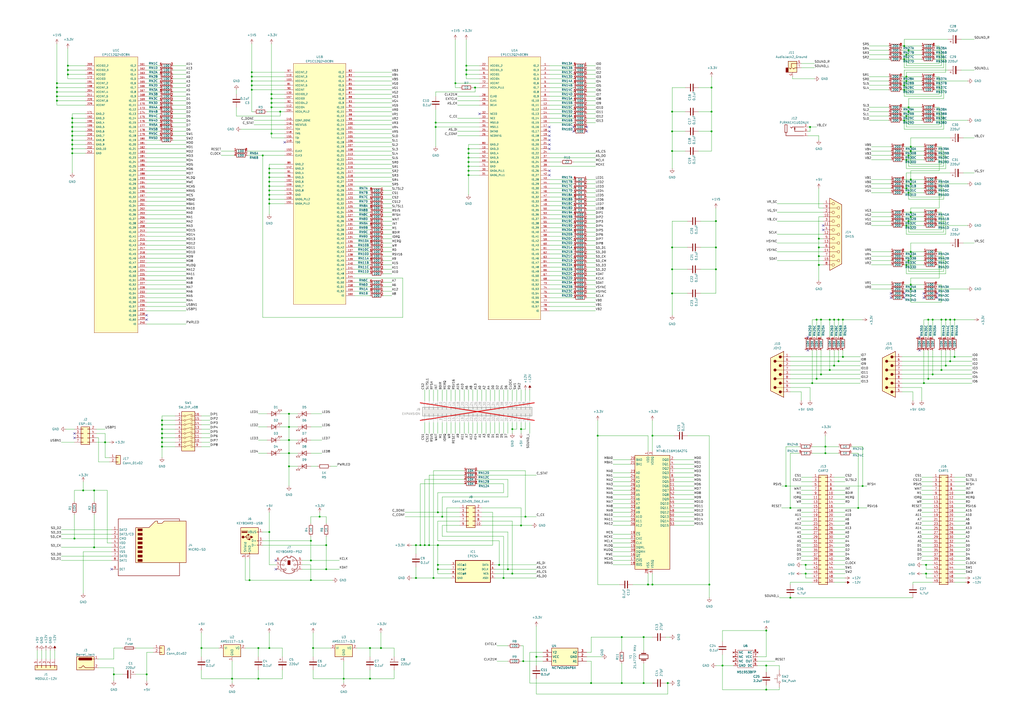
<source format=kicad_sch>
(kicad_sch (version 20231120) (generator "eeschema") (generator_version "8.0")
  (paper "A2")
  (title_block (title "TRHMSX - A simple MSX2+ clone in FPGA") (date "2024-04-25") (rev "1.4") (company "The Retro Hacker") (comment 1 "Creative Commons Attribution-NonCommercial-ShareAlike 4.0 International License") (comment 2 "This work is licensed under a ") (comment 3 "A simple MSX2+ clone in FPGA") (comment 4 "TRHMSX"))
  (lib_symbols
    (symbol "Connector:Barrel_Jack" (pin_names (offset 1.016))
      (property "Reference" "J" (at 0 5.334 0))
      (property "Value" "Barrel_Jack" (at 0 -5.08 0))
      (symbol "Barrel_Jack_1_1"
        (pin passive line (at 7.62 2.54 180) (length 2.54) (name "~") (number "1"))
        (pin passive line (at 7.62 -2.54 180) (length 2.54) (name "~") (number "2"))
      )
    )
    (symbol "Connector:DA15_Receptacle" (pin_names (offset 1.016) hide)
      (property "Reference" "J" (at 0.508 21.59 0))
      (property "Value" "DA15_Receptacle" (at 0 -22.225 0))
      (symbol "DA15_Receptacle_1_1"
        (pin passive line (at -7.62 17.78 0) (length 3.81) (name "1") (number "1"))
        (pin passive line (at -7.62 10.16 0) (length 3.81) (name "P10") (number "10"))
        (pin passive line (at -7.62 5.08 0) (length 3.81) (name "P111") (number "11"))
        (pin passive line (at -7.62 0 0) (length 3.81) (name "P12") (number "12"))
        (pin passive line (at -7.62 -5.08 0) (length 3.81) (name "P13") (number "13"))
        (pin passive line (at -7.62 -10.16 0) (length 3.81) (name "P14") (number "14"))
        (pin passive line (at -7.62 -15.24 0) (length 3.81) (name "P15") (number "15"))
        (pin passive line (at -7.62 12.7 0) (length 3.81) (name "2") (number "2"))
        (pin passive line (at -7.62 7.62 0) (length 3.81) (name "3") (number "3"))
        (pin passive line (at -7.62 2.54 0) (length 3.81) (name "4") (number "4"))
        (pin passive line (at -7.62 -2.54 0) (length 3.81) (name "5") (number "5"))
        (pin passive line (at -7.62 -7.62 0) (length 3.81) (name "6") (number "6"))
        (pin passive line (at -7.62 -12.7 0) (length 3.81) (name "7") (number "7"))
        (pin passive line (at -7.62 -17.78 0) (length 3.81) (name "8") (number "8"))
        (pin passive line (at -7.62 15.24 0) (length 3.81) (name "P9") (number "9"))
      )
    )
    (symbol "Connector:DE9_Plug" (pin_names (offset 1.016) hide)
      (property "Reference" "J" (at 0 13.97 0))
      (property "Value" "DE9_Plug" (at 0 -14.605 0))
      (symbol "DE9_Plug_1_1"
        (pin passive line (at -7.62 -10.16 0) (length 3.81) (name "1") (number "1"))
        (pin passive line (at -7.62 -5.08 0) (length 3.81) (name "2") (number "2"))
        (pin passive line (at -7.62 0 0) (length 3.81) (name "3") (number "3"))
        (pin passive line (at -7.62 5.08 0) (length 3.81) (name "4") (number "4"))
        (pin passive line (at -7.62 10.16 0) (length 3.81) (name "5") (number "5"))
        (pin passive line (at -7.62 -7.62 0) (length 3.81) (name "6") (number "6"))
        (pin passive line (at -7.62 -2.54 0) (length 3.81) (name "7") (number "7"))
        (pin passive line (at -7.62 2.54 0) (length 3.81) (name "8") (number "8"))
        (pin passive line (at -7.62 7.62 0) (length 3.81) (name "9") (number "9"))
      )
    )
    (symbol "Connector:Mini-DIN-6" (pin_names (offset 1.016))
      (property "Reference" "J" (at 0 6.35 0))
      (property "Value" "Mini-DIN-6" (at 0 -6.35 0))
      (symbol "Mini-DIN-6_1_1"
        (pin passive line (at 7.62 -2.54 180) (length 2.54) (name "~") (number "1"))
        (pin passive line (at -7.62 -2.54 0) (length 2.54) (name "~") (number "2"))
        (pin passive line (at 7.62 0 180) (length 2.54) (name "~") (number "3"))
        (pin passive line (at -7.62 0 0) (length 2.54) (name "~") (number "4"))
        (pin passive line (at 7.62 2.54 180) (length 2.54) (name "~") (number "5"))
        (pin passive line (at -7.62 2.54 0) (length 2.54) (name "~") (number "6"))
      )
    )
    (symbol "Connector:USB_A" (pin_names (offset 1.016))
      (property "Reference" "J" (at -5.08 11.43 0))
      (property "Value" "USB_A" (at -5.08 8.89 0))
      (symbol "USB_A_1_1"
        (pin power_in line (at 7.62 5.08 180) (length 2.54) (name "VBUS") (number "1"))
        (pin bidirectional line (at 7.62 -2.54 180) (length 2.54) (name "D-") (number "2"))
        (pin bidirectional line (at 7.62 0 180) (length 2.54) (name "D+") (number "3"))
        (pin power_in line (at 0 -10.16 90) (length 2.54) (name "GND") (number "4"))
        (pin passive line (at -2.54 -10.16 90) (length 2.54) (name "Shield") (number "5"))
      )
    )
    (symbol "Connector_Audio:AudioJack2_Ground"
      (property "Reference" "J" (at 0 8.89 0))
      (property "Value" "AudioJack2_Ground" (at 0 6.35 0))
      (symbol "AudioJack2_Ground_1_1"
        (pin passive line (at 0 -5.08 90) (length 2.54) (name "~") (number "G"))
        (pin passive line (at 5.08 2.54 180) (length 2.54) (name "~") (number "S"))
        (pin passive line (at 5.08 0 180) (length 2.54) (name "~") (number "T"))
      )
    )
    (symbol "Connector_Generic:Conn_01x02" (pin_names (offset 1.016) hide)
      (property "Reference" "J" (at 0 2.54 0))
      (property "Value" "Conn_01x02" (at 0 -5.08 0))
      (symbol "Conn_01x02_1_1"
        (pin passive line (at -5.08 0 0) (length 3.81) (name "Pin_1") (number "1"))
        (pin passive line (at -5.08 -2.54 0) (length 3.81) (name "Pin_2") (number "2"))
      )
    )
    (symbol "Connector_Generic:Conn_01x05" (pin_names (offset 1.016) hide)
      (property "Reference" "J" (at 0 7.62 0))
      (property "Value" "Conn_01x05" (at 0 -7.62 0))
      (symbol "Conn_01x05_1_1"
        (pin passive line (at -5.08 5.08 0) (length 3.81) (name "Pin_1") (number "1"))
        (pin passive line (at -5.08 2.54 0) (length 3.81) (name "Pin_2") (number "2"))
        (pin passive line (at -5.08 0 0) (length 3.81) (name "Pin_3") (number "3"))
        (pin passive line (at -5.08 -2.54 0) (length 3.81) (name "Pin_4") (number "4"))
        (pin passive line (at -5.08 -5.08 0) (length 3.81) (name "Pin_5") (number "5"))
      )
    )
    (symbol "Connector_Generic:Conn_02x04_Odd_Even" (pin_names (offset 1.016) hide)
      (property "Reference" "J" (at 1.27 5.08 0))
      (property "Value" "Conn_02x04_Odd_Even" (at 1.27 -7.62 0))
      (symbol "Conn_02x04_Odd_Even_1_1"
        (pin passive line (at -5.08 2.54 0) (length 3.81) (name "Pin_1") (number "1"))
        (pin passive line (at 7.62 2.54 180) (length 3.81) (name "Pin_2") (number "2"))
        (pin passive line (at -5.08 0 0) (length 3.81) (name "Pin_3") (number "3"))
        (pin passive line (at 7.62 0 180) (length 3.81) (name "Pin_4") (number "4"))
        (pin passive line (at -5.08 -2.54 0) (length 3.81) (name "Pin_5") (number "5"))
        (pin passive line (at 7.62 -2.54 180) (length 3.81) (name "Pin_6") (number "6"))
        (pin passive line (at -5.08 -5.08 0) (length 3.81) (name "Pin_7") (number "7"))
        (pin passive line (at 7.62 -5.08 180) (length 3.81) (name "Pin_8") (number "8"))
      )
    )
    (symbol "Connector_Generic:Conn_02x05_Odd_Even" (pin_names (offset 1.016) hide)
      (property "Reference" "J" (at 1.27 7.62 0))
      (property "Value" "Conn_02x05_Odd_Even" (at 1.27 -7.62 0))
      (symbol "Conn_02x05_Odd_Even_1_1"
        (pin passive line (at -5.08 5.08 0) (length 3.81) (name "Pin_1") (number "1"))
        (pin passive line (at 7.62 -5.08 180) (length 3.81) (name "Pin_10") (number "10"))
        (pin passive line (at 7.62 5.08 180) (length 3.81) (name "Pin_2") (number "2"))
        (pin passive line (at -5.08 2.54 0) (length 3.81) (name "Pin_3") (number "3"))
        (pin passive line (at 7.62 2.54 180) (length 3.81) (name "Pin_4") (number "4"))
        (pin passive line (at -5.08 0 0) (length 3.81) (name "Pin_5") (number "5"))
        (pin passive line (at 7.62 0 180) (length 3.81) (name "Pin_6") (number "6"))
        (pin passive line (at -5.08 -2.54 0) (length 3.81) (name "Pin_7") (number "7"))
        (pin passive line (at 7.62 -2.54 180) (length 3.81) (name "Pin_8") (number "8"))
        (pin passive line (at -5.08 -5.08 0) (length 3.81) (name "Pin_9") (number "9"))
      )
    )
    (symbol "Connector_Generic:Conn_02x25_Odd_Even" (pin_names (offset 1.016) hide)
      (property "Reference" "J" (at 1.27 33.02 0))
      (property "Value" "Conn_02x25_Odd_Even" (at 1.27 -33.02 0))
      (symbol "Conn_02x25_Odd_Even_1_1"
        (pin passive line (at -5.08 30.48 0) (length 3.81) (name "Pin_1") (number "1"))
        (pin passive line (at 7.62 20.32 180) (length 3.81) (name "Pin_10") (number "10"))
        (pin passive line (at -5.08 17.78 0) (length 3.81) (name "Pin_11") (number "11"))
        (pin passive line (at 7.62 17.78 180) (length 3.81) (name "Pin_12") (number "12"))
        (pin passive line (at -5.08 15.24 0) (length 3.81) (name "Pin_13") (number "13"))
        (pin passive line (at 7.62 15.24 180) (length 3.81) (name "Pin_14") (number "14"))
        (pin passive line (at -5.08 12.7 0) (length 3.81) (name "Pin_15") (number "15"))
        (pin passive line (at 7.62 12.7 180) (length 3.81) (name "Pin_16") (number "16"))
        (pin passive line (at -5.08 10.16 0) (length 3.81) (name "Pin_17") (number "17"))
        (pin passive line (at 7.62 10.16 180) (length 3.81) (name "Pin_18") (number "18"))
        (pin passive line (at -5.08 7.62 0) (length 3.81) (name "Pin_19") (number "19"))
        (pin passive line (at 7.62 30.48 180) (length 3.81) (name "Pin_2") (number "2"))
        (pin passive line (at 7.62 7.62 180) (length 3.81) (name "Pin_20") (number "20"))
        (pin passive line (at -5.08 5.08 0) (length 3.81) (name "Pin_21") (number "21"))
        (pin passive line (at 7.62 5.08 180) (length 3.81) (name "Pin_22") (number "22"))
        (pin passive line (at -5.08 2.54 0) (length 3.81) (name "Pin_23") (number "23"))
        (pin passive line (at 7.62 2.54 180) (length 3.81) (name "Pin_24") (number "24"))
        (pin passive line (at -5.08 0 0) (length 3.81) (name "Pin_25") (number "25"))
        (pin passive line (at 7.62 0 180) (length 3.81) (name "Pin_26") (number "26"))
        (pin passive line (at -5.08 -2.54 0) (length 3.81) (name "Pin_27") (number "27"))
        (pin passive line (at 7.62 -2.54 180) (length 3.81) (name "Pin_28") (number "28"))
        (pin passive line (at -5.08 -5.08 0) (length 3.81) (name "Pin_29") (number "29"))
        (pin passive line (at -5.08 27.94 0) (length 3.81) (name "Pin_3") (number "3"))
        (pin passive line (at 7.62 -5.08 180) (length 3.81) (name "Pin_30") (number "30"))
        (pin passive line (at -5.08 -7.62 0) (length 3.81) (name "Pin_31") (number "31"))
        (pin passive line (at 7.62 -7.62 180) (length 3.81) (name "Pin_32") (number "32"))
        (pin passive line (at -5.08 -10.16 0) (length 3.81) (name "Pin_33") (number "33"))
        (pin passive line (at 7.62 -10.16 180) (length 3.81) (name "Pin_34") (number "34"))
        (pin passive line (at -5.08 -12.7 0) (length 3.81) (name "Pin_35") (number "35"))
        (pin passive line (at 7.62 -12.7 180) (length 3.81) (name "Pin_36") (number "36"))
        (pin passive line (at -5.08 -15.24 0) (length 3.81) (name "Pin_37") (number "37"))
        (pin passive line (at 7.62 -15.24 180) (length 3.81) (name "Pin_38") (number "38"))
        (pin passive line (at -5.08 -17.78 0) (length 3.81) (name "Pin_39") (number "39"))
        (pin passive line (at 7.62 27.94 180) (length 3.81) (name "Pin_4") (number "4"))
        (pin passive line (at 7.62 -17.78 180) (length 3.81) (name "Pin_40") (number "40"))
        (pin passive line (at -5.08 -20.32 0) (length 3.81) (name "Pin_41") (number "41"))
        (pin passive line (at 7.62 -20.32 180) (length 3.81) (name "Pin_42") (number "42"))
        (pin passive line (at -5.08 -22.86 0) (length 3.81) (name "Pin_43") (number "43"))
        (pin passive line (at 7.62 -22.86 180) (length 3.81) (name "Pin_44") (number "44"))
        (pin passive line (at -5.08 -25.4 0) (length 3.81) (name "Pin_45") (number "45"))
        (pin passive line (at 7.62 -25.4 180) (length 3.81) (name "Pin_46") (number "46"))
        (pin passive line (at -5.08 -27.94 0) (length 3.81) (name "Pin_47") (number "47"))
        (pin passive line (at 7.62 -27.94 180) (length 3.81) (name "Pin_48") (number "48"))
        (pin passive line (at -5.08 -30.48 0) (length 3.81) (name "Pin_49") (number "49"))
        (pin passive line (at -5.08 25.4 0) (length 3.81) (name "Pin_5") (number "5"))
        (pin passive line (at 7.62 -30.48 180) (length 3.81) (name "Pin_50") (number "50"))
        (pin passive line (at 7.62 25.4 180) (length 3.81) (name "Pin_6") (number "6"))
        (pin passive line (at -5.08 22.86 0) (length 3.81) (name "Pin_7") (number "7"))
        (pin passive line (at 7.62 22.86 180) (length 3.81) (name "Pin_8") (number "8"))
        (pin passive line (at -5.08 20.32 0) (length 3.81) (name "Pin_9") (number "9"))
      )
    )
    (symbol "Device:C" (pin_numbers hide) (pin_names (offset 0.254))
      (property "Reference" "C" (at 0.635 2.54 0))
      (property "Value" "C" (at 0.635 -2.54 0))
      (symbol "C_1_1"
        (pin passive line (at 0 3.81 270) (length 2.794) (name "~") (number "1"))
        (pin passive line (at 0 -3.81 90) (length 2.794) (name "~") (number "2"))
      )
    )
    (symbol "Device:C_Polarized" (pin_numbers hide) (pin_names (offset 0.254))
      (property "Reference" "C" (at 0.635 2.54 0))
      (property "Value" "C_Polarized" (at 0.635 -2.54 0))
      (symbol "C_Polarized_1_1"
        (pin passive line (at 0 3.81 270) (length 2.794) (name "~") (number "1"))
        (pin passive line (at 0 -3.81 90) (length 2.794) (name "~") (number "2"))
      )
    )
    (symbol "Device:Crystal" (pin_numbers hide) (pin_names (offset 1.016) hide)
      (property "Reference" "Y" (at 0 3.81 0))
      (property "Value" "Crystal" (at 0 -3.81 0))
      (symbol "Crystal_1_1"
        (pin passive line (at -3.81 0 0) (length 1.27) (name "1") (number "1"))
        (pin passive line (at 3.81 0 180) (length 1.27) (name "2") (number "2"))
      )
    )
    (symbol "Device:Fuse" (pin_numbers hide) (pin_names (offset 0))
      (property "Reference" "F" (at 2.032 0 90))
      (property "Value" "Fuse" (at -1.905 0 90))
      (symbol "Fuse_1_1"
        (pin passive line (at 0 3.81 270) (length 1.27) (name "~") (number "1"))
        (pin passive line (at 0 -3.81 90) (length 1.27) (name "~") (number "2"))
      )
    )
    (symbol "Device:LED" (pin_numbers hide) (pin_names (offset 1.016) hide)
      (property "Reference" "D" (at 0 2.54 0))
      (property "Value" "LED" (at 0 -2.54 0))
      (symbol "LED_1_1"
        (pin passive line (at -3.81 0 0) (length 2.54) (name "K") (number "1"))
        (pin passive line (at 3.81 0 180) (length 2.54) (name "A") (number "2"))
      )
    )
    (symbol "Device:R" (pin_numbers hide) (pin_names (offset 0))
      (property "Reference" "R" (at 2.032 0 90))
      (property "Value" "R" (at 0 0 90))
      (symbol "R_1_1"
        (pin passive line (at 0 3.81 270) (length 1.27) (name "~") (number "1"))
        (pin passive line (at 0 -3.81 90) (length 1.27) (name "~") (number "2"))
      )
    )
    (symbol "Device:R_Pack04_Split" (pin_names (offset 0) hide)
      (property "Reference" "RN" (at 2.032 0 90))
      (property "Value" "R_Pack04_Split" (at 0 0 90))
      (symbol "R_Pack04_Split_1_1"
        (pin passive line (at 0 -3.81 90) (length 1.27) (name "R1.1") (number "1"))
        (pin passive line (at 0 3.81 270) (length 1.27) (name "R1.2") (number "8"))
      )
      (symbol "R_Pack04_Split_2_1"
        (pin passive line (at 0 -3.81 90) (length 1.27) (name "R2.1") (number "2"))
        (pin passive line (at 0 3.81 270) (length 1.27) (name "R2.2") (number "7"))
      )
      (symbol "R_Pack04_Split_3_1"
        (pin passive line (at 0 -3.81 90) (length 1.27) (name "R3.1") (number "3"))
        (pin passive line (at 0 3.81 270) (length 1.27) (name "R3.2") (number "6"))
      )
      (symbol "R_Pack04_Split_4_1"
        (pin passive line (at 0 -3.81 90) (length 1.27) (name "R4.1") (number "4"))
        (pin passive line (at 0 3.81 270) (length 1.27) (name "R4.2") (number "5"))
      )
    )
    (symbol "Memory_RAM:MT48LC16M16A2TG"
      (property "Reference" "U" (at -8.89 34.29 0))
      (property "Value" "MT48LC16M16A2TG" (at 8.89 34.29 0))
      (symbol "MT48LC16M16A2TG_1_1"
        (pin power_in line (at -2.54 35.56 270) (length 2.54) (name "VDD") (number "1"))
        (pin bidirectional line (at 12.7 17.78 180) (length 2.54) (name "DQ5") (number "10"))
        (pin bidirectional line (at 12.7 15.24 180) (length 2.54) (name "DQ6") (number "11"))
        (pin passive line (at 0 -35.56 90) (length 2.54) hide (name "VSSQ") (number "12"))
        (pin bidirectional line (at 12.7 12.7 180) (length 2.54) (name "DQ7") (number "13"))
        (pin passive line (at -2.54 35.56 270) (length 2.54) hide (name "VDD") (number "14"))
        (pin input line (at -12.7 -20.32 0) (length 2.54) (name "DQML") (number "15"))
        (pin input line (at -12.7 -25.4 0) (length 2.54) (name "~{WE}") (number "16"))
        (pin input line (at -12.7 -27.94 0) (length 2.54) (name "~{CAS}") (number "17"))
        (pin input line (at -12.7 -30.48 0) (length 2.54) (name "~{RAS}") (number "18"))
        (pin input line (at -12.7 -12.7 0) (length 2.54) (name "~{CS}") (number "19"))
        (pin bidirectional line (at 12.7 30.48 180) (length 2.54) (name "DQ0") (number "2"))
        (pin input line (at -12.7 30.48 0) (length 2.54) (name "BA0") (number "20"))
        (pin input line (at -12.7 27.94 0) (length 2.54) (name "BA1") (number "21"))
        (pin input line (at -12.7 -2.54 0) (length 2.54) (name "A10") (number "22"))
        (pin input line (at -12.7 22.86 0) (length 2.54) (name "A0") (number "23"))
        (pin input line (at -12.7 20.32 0) (length 2.54) (name "A1") (number "24"))
        (pin input line (at -12.7 17.78 0) (length 2.54) (name "A2") (number "25"))
        (pin input line (at -12.7 15.24 0) (length 2.54) (name "A3") (number "26"))
        (pin passive line (at -2.54 35.56 270) (length 2.54) hide (name "VDD") (number "27"))
        (pin power_in line (at -2.54 -35.56 90) (length 2.54) (name "VSS") (number "28"))
        (pin input line (at -12.7 12.7 0) (length 2.54) (name "A4") (number "29"))
        (pin power_in line (at 0 35.56 270) (length 2.54) (name "VDDQ") (number "3"))
        (pin input line (at -12.7 10.16 0) (length 2.54) (name "A5") (number "30"))
        (pin input line (at -12.7 7.62 0) (length 2.54) (name "A6") (number "31"))
        (pin input line (at -12.7 5.08 0) (length 2.54) (name "A7") (number "32"))
        (pin input line (at -12.7 2.54 0) (length 2.54) (name "A8") (number "33"))
        (pin input line (at -12.7 0 0) (length 2.54) (name "A9") (number "34"))
        (pin input line (at -12.7 -5.08 0) (length 2.54) (name "A11") (number "35"))
        (pin input line (at -12.7 -7.62 0) (length 2.54) (name "A12") (number "36"))
        (pin input line (at -12.7 -15.24 0) (length 2.54) (name "CKE") (number "37"))
        (pin input line (at -12.7 -17.78 0) (length 2.54) (name "CLK") (number "38"))
        (pin input line (at -12.7 -22.86 0) (length 2.54) (name "DQMH") (number "39"))
        (pin bidirectional line (at 12.7 27.94 180) (length 2.54) (name "DQ1") (number "4"))
        (pin no_connect line (at 10.16 -20.32 180) (length 2.54) hide (name "NC") (number "40"))
        (pin passive line (at -2.54 -35.56 90) (length 2.54) hide (name "VSS") (number "41"))
        (pin bidirectional line (at 12.7 10.16 180) (length 2.54) (name "DQ8") (number "42"))
        (pin passive line (at 0 35.56 270) (length 2.54) hide (name "VDDQ") (number "43"))
        (pin bidirectional line (at 12.7 7.62 180) (length 2.54) (name "DQ9") (number "44"))
        (pin bidirectional line (at 12.7 5.08 180) (length 2.54) (name "DQ10") (number "45"))
        (pin passive line (at 0 -35.56 90) (length 2.54) hide (name "VSSQ") (number "46"))
        (pin bidirectional line (at 12.7 2.54 180) (length 2.54) (name "DQ11") (number "47"))
        (pin bidirectional line (at 12.7 0 180) (length 2.54) (name "DQ12") (number "48"))
        (pin passive line (at 0 35.56 270) (length 2.54) hide (name "VDDQ") (number "49"))
        (pin bidirectional line (at 12.7 25.4 180) (length 2.54) (name "DQ2") (number "5"))
        (pin bidirectional line (at 12.7 -2.54 180) (length 2.54) (name "DQ13") (number "50"))
        (pin bidirectional line (at 12.7 -5.08 180) (length 2.54) (name "DQ14") (number "51"))
        (pin passive line (at 0 -35.56 90) (length 2.54) hide (name "VSSQ") (number "52"))
        (pin bidirectional line (at 12.7 -7.62 180) (length 2.54) (name "DQ15") (number "53"))
        (pin passive line (at -2.54 -35.56 90) (length 2.54) hide (name "VSS") (number "54"))
        (pin power_in line (at 0 -35.56 90) (length 2.54) (name "VSSQ") (number "6"))
        (pin bidirectional line (at 12.7 22.86 180) (length 2.54) (name "DQ3") (number "7"))
        (pin bidirectional line (at 12.7 20.32 180) (length 2.54) (name "DQ4") (number "8"))
        (pin passive line (at 0 35.56 270) (length 2.54) hide (name "VDDQ") (number "9"))
      )
    )
    (symbol "PJRAN1X1U02AUX:PJRAN1X1U02AUX" (pin_names (offset 1.016))
      (property "Reference" "J" (at -5.08 5.08 0))
      (property "Value" "PJRAN1X1U02AUX" (at -5.08 -6.35 0))
      (symbol "PJRAN1X1U02AUX_0_0"
        (pin passive line (at 7.62 -2.54 180) (length 2.54) (name "~") (number "1"))
        (pin passive line (at 7.62 2.54 180) (length 2.54) (name "~") (number "2"))
        (pin passive line (at 7.62 0 180) (length 2.54) (name "~") (number "3"))
      )
    )
    (symbol "Regulator_Linear:AMS1117-1.5"
      (property "Reference" "U" (at -3.81 3.175 0))
      (property "Value" "AMS1117-1.5" (at 0 3.175 0))
      (symbol "AMS1117-1.5_1_1"
        (pin power_in line (at 0 -7.62 90) (length 2.54) (name "GND") (number "1"))
        (pin power_out line (at 7.62 0 180) (length 2.54) (name "VO") (number "2"))
        (pin power_in line (at -7.62 0 0) (length 2.54) (name "VI") (number "3"))
      )
    )
    (symbol "Regulator_Linear:AMS1117-3.3"
      (property "Reference" "U" (at -3.81 3.175 0))
      (property "Value" "AMS1117-3.3" (at 0 3.175 0))
      (symbol "AMS1117-3.3_1_1"
        (pin power_in line (at 0 -7.62 90) (length 2.54) (name "GND") (number "1"))
        (pin power_out line (at 7.62 0 180) (length 2.54) (name "VO") (number "2"))
        (pin power_in line (at -7.62 0 0) (length 2.54) (name "VI") (number "3"))
      )
    )
    (symbol "Switch:SW_DIP_x08" (pin_names (offset 0) hide)
      (property "Reference" "SW" (at 0 13.97 0))
      (property "Value" "SW_DIP_x08" (at 0 -11.43 0))
      (symbol "SW_DIP_x08_1_1"
        (pin passive line (at -7.62 10.16 0) (length 5.08) (name "~") (number "1"))
        (pin passive line (at 7.62 -5.08 180) (length 5.08) (name "~") (number "10"))
        (pin passive line (at 7.62 -2.54 180) (length 5.08) (name "~") (number "11"))
        (pin passive line (at 7.62 0 180) (length 5.08) (name "~") (number "12"))
        (pin passive line (at 7.62 2.54 180) (length 5.08) (name "~") (number "13"))
        (pin passive line (at 7.62 5.08 180) (length 5.08) (name "~") (number "14"))
        (pin passive line (at 7.62 7.62 180) (length 5.08) (name "~") (number "15"))
        (pin passive line (at 7.62 10.16 180) (length 5.08) (name "~") (number "16"))
        (pin passive line (at -7.62 7.62 0) (length 5.08) (name "~") (number "2"))
        (pin passive line (at -7.62 5.08 0) (length 5.08) (name "~") (number "3"))
        (pin passive line (at -7.62 2.54 0) (length 5.08) (name "~") (number "4"))
        (pin passive line (at -7.62 0 0) (length 5.08) (name "~") (number "5"))
        (pin passive line (at -7.62 -2.54 0) (length 5.08) (name "~") (number "6"))
        (pin passive line (at -7.62 -5.08 0) (length 5.08) (name "~") (number "7"))
        (pin passive line (at -7.62 -7.62 0) (length 5.08) (name "~") (number "8"))
        (pin passive line (at 7.62 -7.62 180) (length 5.08) (name "~") (number "9"))
      )
    )
    (symbol "Switch:SW_Push" (pin_numbers hide) (pin_names (offset 1.016) hide)
      (property "Reference" "SW" (at 1.27 2.54 0))
      (property "Value" "SW_Push" (at 0 -1.524 0))
      (symbol "SW_Push_0_1"
        (pin passive line (at -5.08 0 0) (length 2.54) (name "1") (number "1"))
        (pin passive line (at 5.08 0 180) (length 2.54) (name "2") (number "2"))
      )
    )
    (symbol "TRHMSX:EP1C12Q240C8N" (pin_names (offset 1.016))
      (property "Reference" "U" (at -5.3594 77.6986 0))
      (property "Value" "EP1C12Q240C8N" (at -5.3086 -82.9056 0))
      (symbol "EP1C12Q240C8N_1_0"
        (pin bidirectional line (at 20.32 68.58 180) (length 5.08) (name "IO_2") (number "1"))
        (pin passive line (at -20.32 20.32 0) (length 5.08) (name "GND_3") (number "10"))
        (pin bidirectional line (at 20.32 48.26 180) (length 5.08) (name "IO_10") (number "11"))
        (pin bidirectional line (at 20.32 45.72 180) (length 5.08) (name "IO_11") (number "12"))
        (pin bidirectional line (at 20.32 43.18 180) (length 5.08) (name "IO_12") (number "13"))
        (pin bidirectional line (at 20.32 40.64 180) (length 5.08) (name "IO_13") (number "14"))
        (pin bidirectional line (at 20.32 38.1 180) (length 5.08) (name "IO_14") (number "15"))
        (pin bidirectional line (at 20.32 35.56 180) (length 5.08) (name "IO_15") (number "16"))
        (pin bidirectional line (at 20.32 33.02 180) (length 5.08) (name "IO_16") (number "17"))
        (pin bidirectional line (at 20.32 30.48 180) (length 5.08) (name "IO_17") (number "18"))
        (pin bidirectional line (at 20.32 27.94 180) (length 5.08) (name "IO_18") (number "19"))
        (pin bidirectional line (at 20.32 66.04 180) (length 5.08) (name "IO_3") (number "2"))
        (pin bidirectional line (at 20.32 25.4 180) (length 5.08) (name "IO_19") (number "20"))
        (pin bidirectional line (at 20.32 22.86 180) (length 5.08) (name "IO_20") (number "21"))
        (pin power_in line (at -20.32 68.58 0) (length 5.08) (name "VCCIO1_2") (number "22"))
        (pin bidirectional line (at 20.32 20.32 180) (length 5.08) (name "IO_21") (number "23"))
        (pin bidirectional line (at 20.32 17.78 180) (length 5.08) (name "IO_22") (number "24"))
        (pin input line (at -20.32 30.48 0) (length 5.08) (name "DATA0") (number "25"))
        (pin input line (at -20.32 27.94 0) (length 5.08) (name "NCONFIG") (number "26"))
        (pin power_in line (at -20.32 55.88 0) (length 5.08) (name "VCCA_PLL1") (number "27"))
        (pin input line (at -20.32 50.8 0) (length 5.08) (name "CLK0") (number "28"))
        (pin input line (at -20.32 48.26 0) (length 5.08) (name "CLK1") (number "29"))
        (pin bidirectional line (at 20.32 63.5 180) (length 5.08) (name "IO_4") (number "3"))
        (pin passive line (at -20.32 7.62 0) (length 5.08) (name "GNDA_PLL1") (number "30"))
        (pin passive line (at -20.32 5.08 0) (length 5.08) (name "GNDG_PLL1") (number "31"))
        (pin input line (at -20.32 40.64 0) (length 5.08) (name "NCEO") (number "32"))
        (pin input line (at -20.32 38.1 0) (length 5.08) (name "NCE") (number "33"))
        (pin input line (at -20.32 35.56 0) (length 5.08) (name "MSEL0") (number "34"))
        (pin input line (at -20.32 33.02 0) (length 5.08) (name "MSEL1") (number "35"))
        (pin input line (at -20.32 45.72 0) (length 5.08) (name "DCLK") (number "36"))
        (pin bidirectional line (at 20.32 15.24 180) (length 5.08) (name "IO_23") (number "37"))
        (pin bidirectional line (at 20.32 12.7 180) (length 5.08) (name "IO_24") (number "38"))
        (pin bidirectional line (at 20.32 10.16 180) (length 5.08) (name "IO_25") (number "39"))
        (pin bidirectional line (at 20.32 60.96 180) (length 5.08) (name "IO_5") (number "4"))
        (pin passive line (at -20.32 17.78 0) (length 5.08) (name "GND_4") (number "40"))
        (pin bidirectional line (at 20.32 7.62 180) (length 5.08) (name "IO_26") (number "41"))
        (pin bidirectional line (at 20.32 5.08 180) (length 5.08) (name "IO_27") (number "42"))
        (pin bidirectional line (at 20.32 2.54 180) (length 5.08) (name "IO_28") (number "43"))
        (pin bidirectional line (at 20.32 0 180) (length 5.08) (name "IO_29") (number "44"))
        (pin bidirectional line (at 20.32 -2.54 180) (length 5.08) (name "IO_30") (number "45"))
        (pin bidirectional line (at 20.32 -5.08 180) (length 5.08) (name "IO_31") (number "46"))
        (pin bidirectional line (at 20.32 -7.62 180) (length 5.08) (name "IO_32") (number "47"))
        (pin bidirectional line (at 20.32 -10.16 180) (length 5.08) (name "IO_33") (number "48"))
        (pin bidirectional line (at 20.32 -12.7 180) (length 5.08) (name "IO_34") (number "49"))
        (pin bidirectional line (at 20.32 58.42 180) (length 5.08) (name "IO_6") (number "5"))
        (pin bidirectional line (at 20.32 -15.24 180) (length 5.08) (name "IO_35") (number "50"))
        (pin power_in line (at -20.32 66.04 0) (length 5.08) (name "VCCIO1_3") (number "51"))
        (pin passive line (at -20.32 15.24 0) (length 5.08) (name "GND_5") (number "52"))
        (pin bidirectional line (at 20.32 -17.78 180) (length 5.08) (name "IO_36") (number "53"))
        (pin bidirectional line (at 20.32 -20.32 180) (length 5.08) (name "IO_37") (number "54"))
        (pin bidirectional line (at 20.32 -22.86 180) (length 5.08) (name "IO_38") (number "55"))
        (pin bidirectional line (at 20.32 -25.4 180) (length 5.08) (name "IO_39") (number "56"))
        (pin bidirectional line (at 20.32 -27.94 180) (length 5.08) (name "IO_40") (number "57"))
        (pin bidirectional line (at 20.32 -30.48 180) (length 5.08) (name "IO_41") (number "58"))
        (pin bidirectional line (at 20.32 -33.02 180) (length 5.08) (name "IO_42") (number "59"))
        (pin bidirectional line (at 20.32 55.88 180) (length 5.08) (name "IO_7") (number "6"))
        (pin bidirectional line (at 20.32 -35.56 180) (length 5.08) (name "IO_43") (number "60"))
        (pin bidirectional line (at 20.32 -38.1 180) (length 5.08) (name "IO_44") (number "61"))
        (pin bidirectional line (at 20.32 -40.64 180) (length 5.08) (name "IO_45") (number "62"))
        (pin bidirectional line (at 20.32 -43.18 180) (length 5.08) (name "IO_46") (number "63"))
        (pin bidirectional line (at 20.32 -45.72 180) (length 5.08) (name "IO_47") (number "64"))
        (pin bidirectional line (at 20.32 -48.26 180) (length 5.08) (name "IO_48") (number "65"))
        (pin bidirectional line (at 20.32 -50.8 180) (length 5.08) (name "IO_49") (number "66"))
        (pin bidirectional line (at 20.32 -53.34 180) (length 5.08) (name "IO_50") (number "67"))
        (pin bidirectional line (at 20.32 -55.88 180) (length 5.08) (name "IO_51") (number "68"))
        (pin passive line (at -20.32 12.7 0) (length 5.08) (name "GND_6") (number "69"))
        (pin bidirectional line (at 20.32 53.34 180) (length 5.08) (name "IO_8") (number "7"))
        (pin power_in line (at -20.32 60.96 0) (length 5.08) (name "VCCIO4") (number "70"))
        (pin passive line (at -20.32 10.16 0) (length 5.08) (name "GND") (number "71"))
        (pin power_in line (at -20.32 58.42 0) (length 5.08) (name "VCCINT") (number "72"))
        (pin bidirectional line (at 20.32 -58.42 180) (length 5.08) (name "IO_52") (number "73"))
        (pin bidirectional line (at 20.32 -60.96 180) (length 5.08) (name "IO_53") (number "74"))
        (pin bidirectional line (at 20.32 -63.5 180) (length 5.08) (name "IO_54") (number "75"))
        (pin bidirectional line (at 20.32 -66.04 180) (length 5.08) (name "IO_55") (number "76"))
        (pin bidirectional line (at 20.32 -68.58 180) (length 5.08) (name "IO_56") (number "77"))
        (pin bidirectional line (at 20.32 -71.12 180) (length 5.08) (name "IO_57") (number "78"))
        (pin bidirectional line (at 20.32 -73.66 180) (length 5.08) (name "IO") (number "79"))
        (pin bidirectional line (at 20.32 50.8 180) (length 5.08) (name "IO_9") (number "8"))
        (pin passive line (at -20.32 22.86 0) (length 5.08) (name "GND_2") (number "80"))
        (pin power_in line (at -20.32 63.5 0) (length 5.08) (name "VCCIO1") (number "9"))
      )
      (symbol "EP1C12Q240C8N_2_0"
        (pin bidirectional line (at 20.32 30.48 180) (length 5.08) (name "IO_14") (number "100"))
        (pin bidirectional line (at 20.32 27.94 180) (length 5.08) (name "IO_15") (number "101"))
        (pin passive line (at -20.32 -2.54 0) (length 5.08) (name "GND_6") (number "102"))
        (pin power_in line (at -20.32 55.88 0) (length 5.08) (name "VCCINT_4") (number "103"))
        (pin bidirectional line (at 20.32 25.4 180) (length 5.08) (name "IO_16") (number "104"))
        (pin bidirectional line (at 20.32 22.86 180) (length 5.08) (name "IO_17") (number "105"))
        (pin bidirectional line (at 20.32 20.32 180) (length 5.08) (name "IO_18") (number "106"))
        (pin bidirectional line (at 20.32 17.78 180) (length 5.08) (name "IO_19") (number "107"))
        (pin bidirectional line (at 20.32 15.24 180) (length 5.08) (name "IO_20") (number "108"))
        (pin passive line (at -20.32 -5.08 0) (length 5.08) (name "GND_7") (number "109"))
        (pin power_in line (at -20.32 58.42 0) (length 5.08) (name "VCCINT_3") (number "110"))
        (pin passive line (at -20.32 -7.62 0) (length 5.08) (name "GND_8") (number "111"))
        (pin power_in line (at -20.32 40.64 0) (length 5.08) (name "VCCIO4") (number "112"))
        (pin bidirectional line (at 20.32 12.7 180) (length 5.08) (name "IO_21") (number "113"))
        (pin bidirectional line (at 20.32 10.16 180) (length 5.08) (name "IO_22") (number "114"))
        (pin bidirectional line (at 20.32 7.62 180) (length 5.08) (name "IO_23") (number "115"))
        (pin bidirectional line (at 20.32 5.08 180) (length 5.08) (name "IO_24") (number "116"))
        (pin bidirectional line (at 20.32 2.54 180) (length 5.08) (name "IO_25") (number "117"))
        (pin bidirectional line (at 20.32 0 180) (length 5.08) (name "IO_26") (number "118"))
        (pin bidirectional line (at 20.32 -2.54 180) (length 5.08) (name "IO_27") (number "119"))
        (pin bidirectional line (at 20.32 -5.08 180) (length 5.08) (name "IO_28") (number "120"))
        (pin bidirectional line (at 20.32 -7.62 180) (length 5.08) (name "IO_29") (number "121"))
        (pin bidirectional line (at 20.32 -10.16 180) (length 5.08) (name "IO_30") (number "122"))
        (pin bidirectional line (at 20.32 -12.7 180) (length 5.08) (name "IO_31") (number "123"))
        (pin bidirectional line (at 20.32 -15.24 180) (length 5.08) (name "IO_32") (number "124"))
        (pin bidirectional line (at 20.32 -17.78 180) (length 5.08) (name "IO_33") (number "125"))
        (pin bidirectional line (at 20.32 -20.32 180) (length 5.08) (name "IO_34") (number "126"))
        (pin bidirectional line (at 20.32 -22.86 180) (length 5.08) (name "IO_35") (number "127"))
        (pin bidirectional line (at 20.32 -25.4 180) (length 5.08) (name "IO_36") (number "128"))
        (pin passive line (at -20.32 -10.16 0) (length 5.08) (name "GND") (number "129"))
        (pin power_in line (at -20.32 48.26 0) (length 5.08) (name "VCCIO3_2") (number "130"))
        (pin bidirectional line (at 20.32 -27.94 180) (length 5.08) (name "IO_37") (number "131"))
        (pin bidirectional line (at 20.32 -30.48 180) (length 5.08) (name "IO_38") (number "132"))
        (pin bidirectional line (at 20.32 -33.02 180) (length 5.08) (name "IO_39") (number "133"))
        (pin bidirectional line (at 20.32 -35.56 180) (length 5.08) (name "IO_40") (number "134"))
        (pin bidirectional line (at 20.32 -38.1 180) (length 5.08) (name "IO_41") (number "135"))
        (pin bidirectional line (at 20.32 -40.64 180) (length 5.08) (name "IO_42") (number "136"))
        (pin bidirectional line (at 20.32 -43.18 180) (length 5.08) (name "IO_43") (number "137"))
        (pin bidirectional line (at 20.32 -45.72 180) (length 5.08) (name "IO_44") (number "138"))
        (pin bidirectional line (at 20.32 -48.26 180) (length 5.08) (name "IO_45") (number "139"))
        (pin bidirectional line (at 20.32 -50.8 180) (length 5.08) (name "IO_46") (number "140"))
        (pin bidirectional line (at 20.32 -53.34 180) (length 5.08) (name "IO_47") (number "141"))
        (pin passive line (at -20.32 5.08 0) (length 5.08) (name "GND_3") (number "142"))
        (pin bidirectional line (at 20.32 -55.88 180) (length 5.08) (name "IO_48") (number "143"))
        (pin bidirectional line (at 20.32 -58.42 180) (length 5.08) (name "IO_49") (number "144"))
        (pin input line (at -20.32 33.02 0) (length 5.08) (name "CONF_DONE") (number "145"))
        (pin input line (at -20.32 30.48 0) (length 5.08) (name "NSTATUS") (number "146"))
        (pin input line (at -20.32 27.94 0) (length 5.08) (name "TCK") (number "147"))
        (pin input line (at -20.32 25.4 0) (length 5.08) (name "TMS") (number "148"))
        (pin input line (at -20.32 20.32 0) (length 5.08) (name "TDO") (number "149"))
        (pin passive line (at -20.32 -12.7 0) (length 5.08) (name "GNDG_PLL2") (number "150"))
        (pin passive line (at -20.32 -15.24 0) (length 5.08) (name "GNDA_PLL2") (number "151"))
        (pin input line (at -20.32 12.7 0) (length 5.08) (name "CLK3") (number "152"))
        (pin input line (at -20.32 15.24 0) (length 5.08) (name "CLK2") (number "153"))
        (pin power_in line (at -20.32 38.1 0) (length 5.08) (name "VCCA_PLL2") (number "154"))
        (pin input line (at -20.32 22.86 0) (length 5.08) (name "TDI") (number "155"))
        (pin bidirectional line (at 20.32 -60.96 180) (length 5.08) (name "IO_50") (number "156"))
        (pin power_in line (at -20.32 45.72 0) (length 5.08) (name "VCCIO3") (number "157"))
        (pin bidirectional line (at 20.32 -63.5 180) (length 5.08) (name "IO_51") (number "158"))
        (pin bidirectional line (at 20.32 -66.04 180) (length 5.08) (name "IO_52") (number "159"))
        (pin bidirectional line (at 20.32 -68.58 180) (length 5.08) (name "IO") (number "160"))
        (pin power_in line (at -20.32 53.34 0) (length 5.08) (name "VCCINT_5") (number "81"))
        (pin bidirectional line (at 20.32 60.96 180) (length 5.08) (name "IO_2") (number "82"))
        (pin bidirectional line (at 20.32 58.42 180) (length 5.08) (name "IO_3") (number "83"))
        (pin bidirectional line (at 20.32 55.88 180) (length 5.08) (name "IO_4") (number "84"))
        (pin bidirectional line (at 20.32 53.34 180) (length 5.08) (name "IO_5") (number "85"))
        (pin bidirectional line (at 20.32 50.8 180) (length 5.08) (name "IO_6") (number "86"))
        (pin bidirectional line (at 20.32 48.26 180) (length 5.08) (name "IO_7") (number "87"))
        (pin bidirectional line (at 20.32 45.72 180) (length 5.08) (name "IO_8") (number "88"))
        (pin passive line (at -20.32 7.62 0) (length 5.08) (name "GND_2") (number "89"))
        (pin power_in line (at -20.32 50.8 0) (length 5.08) (name "VCCINT") (number "90"))
        (pin passive line (at -20.32 2.54 0) (length 5.08) (name "GND_4") (number "91"))
        (pin power_in line (at -20.32 43.18 0) (length 5.08) (name "VCCIO4_2") (number "92"))
        (pin bidirectional line (at 20.32 43.18 180) (length 5.08) (name "IO_9") (number "93"))
        (pin bidirectional line (at 20.32 40.64 180) (length 5.08) (name "IO_10") (number "94"))
        (pin bidirectional line (at 20.32 38.1 180) (length 5.08) (name "IO_11") (number "95"))
        (pin passive line (at -20.32 0 0) (length 5.08) (name "GND_5") (number "96"))
        (pin power_in line (at -20.32 60.96 0) (length 5.08) (name "VCCINT_2") (number "97"))
        (pin bidirectional line (at 20.32 35.56 180) (length 5.08) (name "IO_12") (number "98"))
        (pin bidirectional line (at 20.32 33.02 180) (length 5.08) (name "IO_13") (number "99"))
      )
      (symbol "EP1C12Q240C8N_3_0"
        (pin bidirectional line (at 17.78 71.12 180) (length 5.08) (name "IO_2") (number "161"))
        (pin bidirectional line (at 17.78 68.58 180) (length 5.08) (name "IO_3") (number "162"))
        (pin bidirectional line (at 17.78 66.04 180) (length 5.08) (name "IO_4") (number "163"))
        (pin bidirectional line (at 17.78 63.5 180) (length 5.08) (name "IO_5") (number "164"))
        (pin bidirectional line (at 17.78 60.96 180) (length 5.08) (name "IO_6") (number "165"))
        (pin bidirectional line (at 17.78 58.42 180) (length 5.08) (name "IO_7") (number "166"))
        (pin bidirectional line (at 17.78 55.88 180) (length 5.08) (name "IO_8") (number "167"))
        (pin bidirectional line (at 17.78 53.34 180) (length 5.08) (name "IO_9") (number "168"))
        (pin bidirectional line (at 17.78 50.8 180) (length 5.08) (name "IO_10") (number "169"))
        (pin bidirectional line (at 17.78 48.26 180) (length 5.08) (name "IO_11") (number "170"))
        (pin passive line (at -17.78 43.18 0) (length 5.08) (name "GND_2") (number "171"))
        (pin power_in line (at -17.78 63.5 0) (length 5.08) (name "VCCIO3") (number "172"))
        (pin bidirectional line (at 17.78 45.72 180) (length 5.08) (name "IO_12") (number "173"))
        (pin bidirectional line (at 17.78 43.18 180) (length 5.08) (name "IO_13") (number "174"))
        (pin bidirectional line (at 17.78 40.64 180) (length 5.08) (name "IO_14") (number "175"))
        (pin bidirectional line (at 17.78 38.1 180) (length 5.08) (name "IO_15") (number "176"))
        (pin bidirectional line (at 17.78 35.56 180) (length 5.08) (name "IO_16") (number "177"))
        (pin bidirectional line (at 17.78 33.02 180) (length 5.08) (name "IO_17") (number "178"))
        (pin bidirectional line (at 17.78 30.48 180) (length 5.08) (name "IO_18") (number "179"))
        (pin bidirectional line (at 17.78 27.94 180) (length 5.08) (name "IO_19") (number "180"))
        (pin bidirectional line (at 17.78 25.4 180) (length 5.08) (name "IO_20") (number "181"))
        (pin bidirectional line (at 17.78 22.86 180) (length 5.08) (name "IO_21") (number "182"))
        (pin bidirectional line (at 17.78 20.32 180) (length 5.08) (name "IO_22") (number "183"))
        (pin bidirectional line (at 17.78 17.78 180) (length 5.08) (name "IO_23") (number "184"))
        (pin bidirectional line (at 17.78 15.24 180) (length 5.08) (name "IO_24") (number "185"))
        (pin bidirectional line (at 17.78 12.7 180) (length 5.08) (name "IO_25") (number "186"))
        (pin bidirectional line (at 17.78 10.16 180) (length 5.08) (name "IO_26") (number "187"))
        (pin bidirectional line (at 17.78 7.62 180) (length 5.08) (name "IO_27") (number "188"))
        (pin power_in line (at -17.78 66.04 0) (length 5.08) (name "VCCIO2") (number "189"))
        (pin passive line (at -17.78 38.1 0) (length 5.08) (name "GND_4") (number "190"))
        (pin power_in line (at -17.78 60.96 0) (length 5.08) (name "VCCINT_2") (number "191"))
        (pin passive line (at -17.78 40.64 0) (length 5.08) (name "GND_3") (number "192"))
        (pin bidirectional line (at 17.78 5.08 180) (length 5.08) (name "IO_28") (number "193"))
        (pin bidirectional line (at 17.78 2.54 180) (length 5.08) (name "IO_29") (number "194"))
        (pin bidirectional line (at 17.78 0 180) (length 5.08) (name "IO_30") (number "195"))
        (pin bidirectional line (at 17.78 -2.54 180) (length 5.08) (name "IO_31") (number "196"))
        (pin bidirectional line (at 17.78 -5.08 180) (length 5.08) (name "IO_32") (number "197"))
        (pin power_in line (at -17.78 58.42 0) (length 5.08) (name "VCCINT_3") (number "198"))
        (pin passive line (at -17.78 35.56 0) (length 5.08) (name "GND_5") (number "199"))
        (pin bidirectional line (at 17.78 -7.62 180) (length 5.08) (name "IO_33") (number "200"))
        (pin bidirectional line (at 17.78 -10.16 180) (length 5.08) (name "IO_34") (number "201"))
        (pin bidirectional line (at 17.78 -12.7 180) (length 5.08) (name "IO_35") (number "202"))
        (pin bidirectional line (at 17.78 -15.24 180) (length 5.08) (name "IO_36") (number "203"))
        (pin power_in line (at -17.78 55.88 0) (length 5.08) (name "VCCINT_4") (number "204"))
        (pin passive line (at -17.78 33.02 0) (length 5.08) (name "GND_6") (number "205"))
        (pin bidirectional line (at 17.78 -17.78 180) (length 5.08) (name "IO_37") (number "206"))
        (pin bidirectional line (at 17.78 -20.32 180) (length 5.08) (name "IO_38") (number "207"))
        (pin bidirectional line (at 17.78 -22.86 180) (length 5.08) (name "IO_39") (number "208"))
        (pin power_in line (at -17.78 71.12 0) (length 5.08) (name "VCCIO2_2") (number "209"))
        (pin passive line (at -17.78 27.94 0) (length 5.08) (name "GND_8") (number "210"))
        (pin power_in line (at -17.78 53.34 0) (length 5.08) (name "VCCINT_5") (number "211"))
        (pin passive line (at -17.78 20.32 0) (length 5.08) (name "GND") (number "212"))
        (pin bidirectional line (at 17.78 -25.4 180) (length 5.08) (name "IO_40") (number "213"))
        (pin bidirectional line (at 17.78 -27.94 180) (length 5.08) (name "IO_41") (number "214"))
        (pin bidirectional line (at 17.78 -30.48 180) (length 5.08) (name "IO_42") (number "215"))
        (pin bidirectional line (at 17.78 -33.02 180) (length 5.08) (name "IO_43") (number "216"))
        (pin bidirectional line (at 17.78 -35.56 180) (length 5.08) (name "IO_44") (number "217"))
        (pin bidirectional line (at 17.78 -38.1 180) (length 5.08) (name "IO_45") (number "218"))
        (pin bidirectional line (at 17.78 -40.64 180) (length 5.08) (name "IO_46") (number "219"))
        (pin power_in line (at -17.78 50.8 0) (length 5.08) (name "VCCINT_6") (number "220"))
        (pin passive line (at -17.78 25.4 0) (length 5.08) (name "GND_9") (number "221"))
        (pin bidirectional line (at 17.78 -43.18 180) (length 5.08) (name "IO_47") (number "222"))
        (pin bidirectional line (at 17.78 -45.72 180) (length 5.08) (name "IO_48") (number "223"))
        (pin bidirectional line (at 17.78 -48.26 180) (length 5.08) (name "IO_49") (number "224"))
        (pin bidirectional line (at 17.78 -50.8 180) (length 5.08) (name "IO_50") (number "225"))
        (pin bidirectional line (at 17.78 -53.34 180) (length 5.08) (name "IO_51") (number "226"))
        (pin bidirectional line (at 17.78 -55.88 180) (length 5.08) (name "IO_52") (number "227"))
        (pin bidirectional line (at 17.78 -58.42 180) (length 5.08) (name "IO_53") (number "228"))
        (pin power_in line (at -17.78 48.26 0) (length 5.08) (name "VCCINT") (number "229"))
        (pin passive line (at -17.78 30.48 0) (length 5.08) (name "GND_7") (number "230"))
        (pin power_in line (at -17.78 68.58 0) (length 5.08) (name "VCCIO2_3") (number "231"))
        (pin passive line (at -17.78 22.86 0) (length 5.08) (name "GND_10") (number "232"))
        (pin bidirectional line (at 17.78 -60.96 180) (length 5.08) (name "IO_54") (number "233"))
        (pin bidirectional line (at 17.78 -63.5 180) (length 5.08) (name "IO_55") (number "234"))
        (pin bidirectional line (at 17.78 -66.04 180) (length 5.08) (name "IO_56") (number "235"))
        (pin bidirectional line (at 17.78 -68.58 180) (length 5.08) (name "IO_57") (number "236"))
        (pin bidirectional line (at 17.78 -71.12 180) (length 5.08) (name "IO_58") (number "237"))
        (pin bidirectional line (at 17.78 -73.66 180) (length 5.08) (name "IO_59") (number "238"))
        (pin bidirectional line (at 17.78 -76.2 180) (length 5.08) (name "IO_60") (number "239"))
        (pin bidirectional line (at 17.78 -78.74 180) (length 5.08) (name "IO") (number "240"))
      )
    )
    (symbol "TRHMSX:EPCS4" (pin_names (offset 1.016))
      (property "Reference" "IC" (at -10.163 8.8927 0))
      (property "Value" "EPCS4" (at -10.1744 -7.6308 0))
      (symbol "EPCS4_0_0"
        (pin input line (at 12.7 0 180) (length 2.54) (name "NCS") (number "1"))
        (pin output line (at 12.7 5.08 180) (length 2.54) (name "DATA") (number "2"))
        (pin power_in line (at -12.7 5.08 0) (length 2.54) (name "VCC@3") (number "3"))
        (pin power_in line (at -12.7 -2.54 0) (length 2.54) (name "GND") (number "4"))
        (pin input line (at 12.7 -2.54 180) (length 2.54) (name "ASDI") (number "5"))
        (pin input line (at 12.7 2.54 180) (length 2.54) (name "DCLK") (number "6"))
        (pin power_in line (at -12.7 2.54 0) (length 2.54) (name "VCC@7") (number "7"))
        (pin power_in line (at -12.7 0 0) (length 2.54) (name "VCC@8") (number "8"))
      )
    )
    (symbol "TRHMSX:M51953BFP"
      (property "Reference" "U" (at -1.27 6.35 0))
      (symbol "M51953BFP_1_1"
        (pin no_connect line (at -7.62 3.81 0) (length 2.54) (name "NC") (number "1"))
        (pin no_connect line (at -7.62 1.27 0) (length 2.54) (name "NC") (number "2"))
        (pin no_connect line (at -7.62 -1.27 0) (length 2.54) (name "NC") (number "3"))
        (pin passive line (at -7.62 -3.81 0) (length 2.54) (name "GND") (number "4"))
        (pin passive line (at 6.35 -3.81 180) (length 2.54) (name "DC") (number "5"))
        (pin passive line (at 6.35 -1.27 180) (length 2.54) (name "OUT") (number "6"))
        (pin passive line (at 6.35 1.27 180) (length 2.54) (name "VCC") (number "7"))
        (pin no_connect line (at 6.35 3.81 180) (length 2.54) (name "NC") (number "8"))
      )
    )
    (symbol "TRHMSX:Micro_SD_Card_Det1"
      (property "Reference" "J1" (at 0.635 20.32 0))
      (property "Value" "Micro_SD_Card_Det1" (at 0.635 17.78 0))
      (symbol "Micro_SD_Card_Det1_1_1"
        (pin bidirectional line (at -22.86 10.16 0) (length 3.81) (name "DAT2") (number "1"))
        (pin bidirectional line (at -22.86 7.62 0) (length 3.81) (name "DAT3/CD") (number "2"))
        (pin input line (at -22.86 5.08 0) (length 3.81) (name "CMD") (number "3"))
        (pin power_in line (at -22.86 2.54 0) (length 3.81) (name "VDD") (number "4"))
        (pin input line (at -22.86 0 0) (length 3.81) (name "CLK") (number "5"))
        (pin power_in line (at -22.86 -2.54 0) (length 3.81) (name "VSS") (number "6"))
        (pin bidirectional line (at -22.86 -5.08 0) (length 3.81) (name "DAT0") (number "7"))
        (pin bidirectional line (at -22.86 -7.62 0) (length 3.81) (name "DAT1") (number "8"))
        (pin passive line (at -22.86 -12.7 0) (length 3.81) (name "DET") (number "9"))
      )
    )
    (symbol "TRHMSX:NC7WZU04P6X"
      (property "Reference" "IC" (at 21.59 7.62 0))
      (property "Value" "NC7WZU04P6X" (at 21.59 5.08 0))
      (symbol "NC7WZU04P6X_1_1"
        (pin passive line (at 0 0 0) (length 5.08) (name "A1") (number "1"))
        (pin passive line (at 0 -2.54 0) (length 5.08) (name "GND") (number "2"))
        (pin passive line (at 0 -5.08 0) (length 5.08) (name "A2") (number "3"))
        (pin passive line (at 25.4 -5.08 180) (length 5.08) (name "Y2") (number "4"))
        (pin passive line (at 25.4 -2.54 180) (length 5.08) (name "VCC") (number "5"))
        (pin passive line (at 25.4 0 180) (length 5.08) (name "Y1") (number "6"))
      )
    )
    (symbol "power:+12V" (power) (pin_numbers hide) (pin_names (offset 0) hide)
      (property "Value" "+12V" (at 0 3.556 0))
      (symbol "+12V_1_1"
        (pin power_in line (at 0 0 90) (length 0) (name "~") (number "1"))
      )
    )
    (symbol "power:+1V5" (power) (pin_numbers hide) (pin_names (offset 0) hide)
      (property "Value" "+1V5" (at 0 3.556 0))
      (symbol "+1V5_1_1"
        (pin power_in line (at 0 0 90) (length 0) (name "~") (number "1"))
      )
    )
    (symbol "power:+3.3V" (power) (pin_numbers hide) (pin_names (offset 0) hide)
      (property "Value" "+3.3V" (at 0 3.556 0))
      (symbol "+3.3V_1_1"
        (pin power_in line (at 0 0 90) (length 0) (name "~") (number "1"))
      )
    )
    (symbol "power:+5V" (power) (pin_numbers hide) (pin_names (offset 0) hide)
      (property "Value" "+5V" (at 0 3.556 0))
      (symbol "+5V_1_1"
        (pin power_in line (at 0 0 90) (length 0) (name "~") (number "1"))
      )
    )
    (symbol "power:-12V" (power) (pin_numbers hide) (pin_names (offset 0) hide)
      (property "Value" "-12V" (at 0 3.556 0))
      (symbol "-12V_0_0"
        (pin power_in line (at 0 0 90) (length 0) (name "~") (number "1"))
      )
    )
    (symbol "power:GND" (power) (pin_numbers hide) (pin_names (offset 0) hide)
      (property "Value" "GND" (at 0 -3.81 0))
      (symbol "GND_1_1"
        (pin power_in line (at 0 0 270) (length 0) (name "~") (number "1"))
      )
    )
  )
  (junction (at 458.47 346.71))
  (junction (at 43.18 312.42))
  (junction (at 167.64 247.65))
  (junction (at 152.4 90.17))
  (junction (at 220.98 375.92))
  (junction (at 528.32 85.09))
  (junction (at 41.91 83.82))
  (junction (at 185.42 299.72))
  (junction (at 39.37 43.18))
  (junction (at 467.36 332.74))
  (junction (at 527.05 128.27))
  (junction (at 538.48 185.42))
  (junction (at 412.75 50.8))
  (junction (at 524.51 26.67))
  (junction (at 156.21 105.41))
  (junction (at 528.32 125.73))
  (junction (at 297.18 332.74))
  (junction (at 524.51 34.29))
  (junction (at 149.86 375.92))
  (junction (at 488.95 207.01))
  (junction (at 146.05 49.53))
  (junction (at 41.91 86.36))
  (junction (at 116.84 375.92))
  (junction (at 478.79 262.89))
  (junction (at 415.29 128.27))
  (junction (at 275.59 50.8))
  (junction (at 271.78 96.52))
  (junction (at 254 316.23))
  (junction (at 252.73 71.12))
  (junction (at 528.32 104.14))
  (junction (at 156.21 118.11))
  (junction (at 157.48 54.61))
  (junction (at 387.35 396.24))
  (junction (at 415.29 156.21))
  (junction (at 41.91 78.74))
  (junction (at 180.34 325.12))
  (junction (at 455.93 281.94))
  (junction (at 156.21 308.61))
  (junction (at 524.51 52.07))
  (junction (at 458.47 294.64))
  (junction (at 214.63 393.7))
  (junction (at 167.64 255.27))
  (junction (at 528.32 146.05))
  (junction (at 270.51 38.1))
  (junction (at 162.56 64.77))
  (junction (at 524.51 49.53))
  (junction (at 548.64 212.09))
  (junction (at 473.71 185.42))
  (junction (at 389.89 156.21))
  (junction (at 85.09 391.16))
  (junction (at 41.91 76.2))
  (junction (at 551.18 185.42))
  (junction (at 525.78 46.99))
  (junction (at 93.98 243.84))
  (junction (at 243.84 316.23))
  (junction (at 156.21 100.33))
  (junction (at 271.78 99.06))
  (junction (at 342.9 396.24))
  (junction (at 157.48 57.15))
  (junction (at 254 297.18))
  (junction (at 444.5 365.76))
  (junction (at 167.64 262.89))
  (junction (at 553.72 207.01))
  (junction (at 528.32 148.59))
  (junction (at 157.48 77.47))
  (junction (at 303.53 383.54))
  (junction (at 271.78 86.36))
  (junction (at 375.92 339.09))
  (junction (at 546.1 185.42))
  (junction (at 144.78 336.55))
  (junction (at 378.46 339.09))
  (junction (at 389.89 76.2))
  (junction (at 66.04 391.16))
  (junction (at 146.05 44.45))
  (junction (at 373.38 369.57))
  (junction (at 486.41 209.55))
  (junction (at 389.89 143.51))
  (junction (at 471.17 222.25))
  (junction (at 93.98 254))
  (junction (at 271.78 101.6))
  (junction (at 157.48 59.69))
  (junction (at 535.94 222.25))
  (junction (at 415.29 143.51))
  (junction (at 93.98 251.46))
  (junction (at 548.64 185.42))
  (junction (at 412.75 64.77))
  (junction (at 302.26 248.92))
  (junction (at 93.98 259.08))
  (junction (at 497.84 294.64))
  (junction (at 419.1 386.08))
  (junction (at 60.96 256.54))
  (junction (at 33.02 48.26))
  (junction (at 389.89 170.18))
  (junction (at 378.46 252.73))
  (junction (at 444.5 400.05))
  (junction (at 541.02 185.42))
  (junction (at 41.91 81.28))
  (junction (at 488.95 185.42))
  (junction (at 41.91 71.12))
  (junction (at 360.68 369.57))
  (junction (at 33.02 50.8))
  (junction (at 93.98 256.54))
  (junction (at 189.23 316.23))
  (junction (at 146.05 46.99))
  (junction (at 525.78 130.81))
  (junction (at 251.46 335.28))
  (junction (at 294.64 330.2))
  (junction (at 478.79 259.08))
  (junction (at 146.05 41.91))
  (junction (at 180.34 336.55))
  (junction (at 411.48 339.09))
  (junction (at 551.18 209.55))
  (junction (at 156.21 113.03))
  (junction (at 297.18 248.92))
  (junction (at 389.89 87.63))
  (junction (at 48.26 284.48))
  (junction (at 474.98 138.43))
  (junction (at 483.87 185.42))
  (junction (at 524.51 69.85))
  (junction (at 271.78 91.44))
  (junction (at 33.02 58.42))
  (junction (at 149.86 393.7))
  (junction (at 254 327.66))
  (junction (at 525.78 153.67))
  (junction (at 271.78 88.9))
  (junction (at 252.73 73.66))
  (junction (at 486.41 185.42))
  (junction (at 527.05 111.76))
  (junction (at 156.21 102.87))
  (junction (at 346.71 252.73))
  (junction (at 289.56 327.66))
  (junction (at 528.32 123.19))
  (junction (at 246.38 316.23))
  (junction (at 412.75 76.2))
  (junction (at 93.98 248.92))
  (junction (at 474.98 153.67))
  (junction (at 538.48 219.71))
  (junction (at 525.78 92.71))
  (junction (at 271.78 93.98))
  (junction (at 41.91 73.66))
  (junction (at 254 330.2))
  (junction (at 525.78 67.31))
  (junction (at 476.25 217.17))
  (junction (at 181.61 375.92))
  (junction (at 389.89 64.77))
  (junction (at 528.32 165.1))
  (junction (at 528.32 87.63))
  (junction (at 248.92 316.23))
  (junction (at 156.21 97.79))
  (junction (at 304.8 299.72))
  (junction (at 469.9 73.66))
  (junction (at 292.1 335.28))
  (junction (at 537.21 332.74))
  (junction (at 134.62 393.7))
  (junction (at 156.21 375.92))
  (junction (at 311.15 381))
  (junction (at 167.64 270.51))
  (junction (at 302.26 304.8))
  (junction (at 199.39 393.7))
  (junction (at 527.05 62.23))
  (junction (at 474.98 143.51))
  (junction (at 41.91 88.9))
  (junction (at 525.78 109.22))
  (junction (at 527.05 29.21))
  (junction (at 483.87 212.09))
  (junction (at 39.37 40.64))
  (junction (at 525.78 31.75))
  (junction (at 241.3 316.23))
  (junction (at 525.78 44.45))
  (junction (at 500.38 281.94))
  (junction (at 527.05 90.17))
  (junction (at 167.64 240.03))
  (junction (at 481.33 185.42))
  (junction (at 33.02 53.34))
  (junction (at 527.05 151.13))
  (junction (at 156.21 115.57))
  (junction (at 546.1 214.63))
  (junction (at 537.21 327.66))
  (junction (at 553.72 185.42))
  (junction (at 157.48 62.23))
  (junction (at 481.33 214.63))
  (junction (at 527.05 64.77))
  (junction (at 373.38 396.24))
  (junction (at 189.23 330.2))
  (junction (at 241.3 335.28))
  (junction (at 476.25 185.42))
  (junction (at 444.5 386.08))
  (junction (at 156.21 110.49))
  (junction (at 541.02 217.17))
  (junction (at 180.34 313.69))
  (junction (at 33.02 55.88))
  (junction (at 528.32 106.68))
  (junction (at 256.54 299.72))
  (junction (at 39.37 38.1))
  (junction (at 360.68 396.24))
  (junction (at 473.71 219.71))
  (junction (at 54.61 317.5))
  (junction (at 270.51 40.64))
  (junction (at 467.36 327.66))
  (junction (at 54.61 284.48))
  (junction (at 270.51 43.18))
  (junction (at 214.63 375.92))
  (junction (at 528.32 167.64))
  (junction (at 146.05 52.07))
  (junction (at 264.16 48.26))
  (junction (at 41.91 68.58))
  (junction (at 474.98 148.59))
  (junction (at 93.98 246.38))
  (junction (at 156.21 107.95))
  (no_connect (at 477.52 133.35))
  (no_connect (at 340.36 73.66))
  (no_connect (at 278.13 66.04))
  (no_connect (at 543.56 172.72))
  (no_connect (at 524.51 170.18))
  (no_connect (at 318.77 76.2))
  (no_connect (at 318.77 73.66))
  (no_connect (at 535.94 170.18))
  (no_connect (at 85.09 182.88))
  (no_connect (at 318.77 99.06))
  (no_connect (at 318.77 86.36))
  (no_connect (at 533.4 203.2))
  (no_connect (at 43.18 251.46))
  (no_connect (at 340.36 76.2))
  (no_connect (at 160.02 330.2))
  (no_connect (at 477.52 130.81))
  (no_connect (at 318.77 83.82))
  (no_connect (at 332.74 76.2))
  (no_connect (at 524.51 172.72))
  (no_connect (at 318.77 78.74))
  (no_connect (at 533.4 195.58))
  (no_connect (at 332.74 73.66))
  (no_connect (at 165.1 82.55))
  (no_connect (at 468.63 203.2))
  (no_connect (at 318.77 81.28))
  (no_connect (at 516.89 172.72))
  (no_connect (at 318.77 101.6))
  (no_connect (at 64.77 330.2))
  (no_connect (at 543.56 170.18))
  (no_connect (at 535.94 172.72))
  (no_connect (at 43.18 254))
  (no_connect (at 468.63 195.58))
  (no_connect (at 85.09 185.42))
  (no_connect (at 160.02 325.12))
  (no_connect (at 516.89 170.18))
  (wire (pts (xy 535.94 222.25) (xy 563.88 222.25)))
  (wire (pts (xy 524.51 69.85) (xy 534.67 69.85)))
  (wire (pts (xy 355.6 276.86) (xy 365.76 276.86)))
  (wire (pts (xy 534.67 304.8) (xy 541.02 304.8)))
  (wire (pts (xy 205.74 77.47) (xy 227.33 77.47)))
  (wire (pts (xy 543.56 104.14) (xy 546.1 104.14)))
  (wire (pts (xy 340.36 127) (xy 345.44 127)))
  (wire (pts (xy 391.16 292.1) (xy 402.59 292.1)))
  (wire (pts (xy 389.89 87.63) (xy 389.89 97.79)))
  (wire (pts (xy 483.87 297.18) (xy 490.22 297.18)))
  (wire (pts (xy 302.26 304.8) (xy 308.61 304.8)))
  (wire (pts (xy 85.09 58.42) (xy 92.71 58.42)))
  (wire (pts (xy 55.88 256.54) (xy 60.96 256.54)))
  (wire (pts (xy 547.37 39.37) (xy 524.51 39.37)))
  (wire (pts (xy 93.98 248.92) (xy 101.6 248.92)))
  (wire (pts (xy 541.02 185.42) (xy 541.02 195.58)))
  (wire (pts (xy 474.98 125.73) (xy 474.98 138.43)))
  (wire (pts (xy 116.84 256.54) (xy 121.92 256.54)))
  (wire (pts (xy 63.5 256.54) (xy 60.96 256.54)))
  (wire (pts (xy 304.8 299.72) (xy 311.15 299.72)))
  (wire (pts (xy 391.16 294.64) (xy 402.59 294.64)))
  (wire (pts (xy 85.09 175.26) (xy 107.95 175.26)))
  (wire (pts (xy 156.21 97.79) (xy 156.21 100.33)))
  (wire (pts (xy 85.09 43.18) (xy 92.71 43.18)))
  (wire (pts (xy 54.61 298.45) (xy 54.61 317.5)))
  (wire (pts (xy 116.84 259.08) (xy 121.92 259.08)))
  (wire (pts (xy 346.71 243.84) (xy 346.71 252.73)))
  (wire (pts (xy 318.77 147.32) (xy 332.74 147.32)))
  (wire (pts (xy 254 316.23) (xy 254 327.66)))
  (wire (pts (xy 271.78 251.46) (xy 271.78 245.11)))
  (wire (pts (xy 504.19 62.23) (xy 515.62 62.23)))
  (wire (pts (xy 544.83 26.67) (xy 544.83 36.83)))
  (wire (pts (xy 524.51 49.53) (xy 534.67 49.53)))
  (wire (pts (xy 523.24 64.77) (xy 527.05 64.77)))
  (wire (pts (xy 241.3 316.23) (xy 243.84 316.23)))
  (wire (pts (xy 467.36 327.66) (xy 471.17 327.66)))
  (wire (pts (xy 246.38 278.13) (xy 246.38 316.23)))
  (wire (pts (xy 476.25 185.42) (xy 476.25 195.58)))
  (wire (pts (xy 274.32 232.41) (xy 274.32 226.06)))
  (wire (pts (xy 389.89 50.8) (xy 389.89 64.77)))
  (wire (pts (xy 205.74 168.91) (xy 214.63 168.91)))
  (wire (pts (xy 318.77 68.58) (xy 332.74 68.58)))
  (wire (pts (xy 346.71 339.09) (xy 359.41 339.09)))
  (wire (pts (xy 488.95 185.42) (xy 500.38 185.42)))
  (wire (pts (xy 93.98 241.3) (xy 101.6 241.3)))
  (wire (pts (xy 340.36 48.26) (xy 345.44 48.26)))
  (wire (pts (xy 340.36 157.48) (xy 345.44 157.48)))
  (wire (pts (xy 307.34 245.11) (xy 307.34 251.46)))
  (wire (pts (xy 471.17 259.08) (xy 478.79 259.08)))
  (wire (pts (xy 391.16 271.78) (xy 402.59 271.78)))
  (wire (pts (xy 419.1 365.76) (xy 444.5 365.76)))
  (wire (pts (xy 543.56 90.17) (xy 548.64 90.17)))
  (wire (pts (xy 85.09 152.4) (xy 107.95 152.4)))
  (wire (pts (xy 100.33 45.72) (xy 107.95 45.72)))
  (wire (pts (xy 543.56 146.05) (xy 546.1 146.05)))
  (wire (pts (xy 524.51 22.86) (xy 549.91 22.86)))
  (wire (pts (xy 528.32 175.26) (xy 528.32 167.64)))
  (wire (pts (xy 266.7 251.46) (xy 266.7 245.11)))
  (wire (pts (xy 373.38 369.57) (xy 378.46 369.57)))
  (wire (pts (xy 289.56 232.41) (xy 289.56 226.06)))
  (wire (pts (xy 542.29 69.85) (xy 561.34 69.85)))
  (wire (pts (xy 318.77 63.5) (xy 332.74 63.5)))
  (wire (pts (xy 85.09 180.34) (xy 107.95 180.34)))
  (wire (pts (xy 205.74 125.73) (xy 214.63 125.73)))
  (wire (pts (xy 340.36 144.78) (xy 345.44 144.78)))
  (wire (pts (xy 458.47 209.55) (xy 486.41 209.55)))
  (wire (pts (xy 85.09 38.1) (xy 92.71 38.1)))
  (wire (pts (xy 468.63 73.66) (xy 469.9 73.66)))
  (wire (pts (xy 228.6 393.7) (xy 214.63 393.7)))
  (wire (pts (xy 318.77 132.08) (xy 332.74 132.08)))
  (wire (pts (xy 261.62 327.66) (xy 254 327.66)))
  (wire (pts (xy 241.3 335.28) (xy 251.46 335.28)))
  (wire (pts (xy 271.78 96.52) (xy 271.78 99.06)))
  (wire (pts (xy 467.36 335.28) (xy 467.36 332.74)))
  (wire (pts (xy 523.24 214.63) (xy 546.1 214.63)))
  (wire (pts (xy 271.78 101.6) (xy 278.13 101.6)))
  (wire (pts (xy 318.77 127) (xy 332.74 127)))
  (wire (pts (xy 156.21 308.61) (xy 156.21 327.66)))
  (wire (pts (xy 474.98 109.22) (xy 474.98 120.65)))
  (wire (pts (xy 254 297.18) (xy 266.7 297.18)))
  (wire (pts (xy 63.5 267.97) (xy 57.15 267.97)))
  (wire (pts (xy 527.05 90.17) (xy 535.94 90.17)))
  (wire (pts (xy 146.05 41.91) (xy 146.05 25.4)))
  (wire (pts (xy 270.51 40.64) (xy 270.51 43.18)))
  (wire (pts (xy 21.59 377.19) (xy 21.59 382.27)))
  (wire (pts (xy 205.74 100.33) (xy 227.33 100.33)))
  (wire (pts (xy 534.67 314.96) (xy 541.02 314.96)))
  (wire (pts (xy 205.74 166.37) (xy 214.63 166.37)))
  (wire (pts (xy 534.67 325.12) (xy 541.02 325.12)))
  (wire (pts (xy 57.15 267.97) (xy 57.15 254)))
  (wire (pts (xy 214.63 375.92) (xy 214.63 381)))
  (wire (pts (xy 340.36 152.4) (xy 345.44 152.4)))
  (wire (pts (xy 471.17 335.28) (xy 467.36 335.28)))
  (wire (pts (xy 342.9 378.46) (xy 342.9 369.57)))
  (wire (pts (xy 534.67 224.79) (xy 534.67 232.41)))
  (wire (pts (xy 525.78 153.67) (xy 535.94 153.67)))
  (wire (pts (xy 304.8 245.11) (xy 304.8 248.92)))
  (wire (pts (xy 459.74 44.45) (xy 459.74 45.72)))
  (wire (pts (xy 464.82 289.56) (xy 471.17 289.56)))
  (wire (pts (xy 165.1 49.53) (xy 146.05 49.53)))
  (wire (pts (xy 523.24 31.75) (xy 525.78 31.75)))
  (wire (pts (xy 294.64 251.46) (xy 294.64 245.11)))
  (wire (pts (xy 100.33 58.42) (xy 107.95 58.42)))
  (wire (pts (xy 340.36 55.88) (xy 345.44 55.88)))
  (wire (pts (xy 43.18 290.83) (xy 43.18 284.48)))
  (wire (pts (xy 504.19 44.45) (xy 515.62 44.45)))
  (wire (pts (xy 535.94 185.42) (xy 538.48 185.42)))
  (wire (pts (xy 546.1 104.14) (xy 546.1 114.3)))
  (wire (pts (xy 222.25 158.75) (xy 227.33 158.75)))
  (wire (pts (xy 156.21 118.11) (xy 165.1 118.11)))
  (wire (pts (xy 318.77 139.7) (xy 332.74 139.7)))
  (wire (pts (xy 269.24 280.67) (xy 243.84 280.67)))
  (wire (pts (xy 415.29 386.08) (xy 419.1 386.08)))
  (wire (pts (xy 505.46 123.19) (xy 516.89 123.19)))
  (wire (pts (xy 553.72 297.18) (xy 560.07 297.18)))
  (wire (pts (xy 205.74 62.23) (xy 227.33 62.23)))
  (wire (pts (xy 534.67 322.58) (xy 541.02 322.58)))
  (wire (pts (xy 100.33 81.28) (xy 107.95 81.28)))
  (wire (pts (xy 378.46 396.24) (xy 373.38 396.24)))
  (wire (pts (xy 180.34 336.55) (xy 193.04 336.55)))
  (wire (pts (xy 266.7 302.26) (xy 254 302.26)))
  (wire (pts (xy 471.17 222.25) (xy 499.11 222.25)))
  (wire (pts (xy 222.25 171.45) (xy 227.33 171.45)))
  (wire (pts (xy 355.6 302.26) (xy 365.76 302.26)))
  (wire (pts (xy 43.18 298.45) (xy 43.18 312.42)))
  (wire (pts (xy 88.9 378.46) (xy 85.09 378.46)))
  (wire (pts (xy 318.77 177.8) (xy 345.44 177.8)))
  (wire (pts (xy 535.94 195.58) (xy 535.94 185.42)))
  (wire (pts (xy 537.21 335.28) (xy 537.21 332.74)))
  (wire (pts (xy 85.09 165.1) (xy 107.95 165.1)))
  (wire (pts (xy 222.25 135.89) (xy 227.33 135.89)))
  (wire (pts (xy 85.09 124.46) (xy 107.95 124.46)))
  (wire (pts (xy 455.93 259.08) (xy 455.93 281.94)))
  (wire (pts (xy 205.74 128.27) (xy 214.63 128.27)))
  (wire (pts (xy 180.34 327.66) (xy 180.34 336.55)))
  (wire (pts (xy 340.36 149.86) (xy 345.44 149.86)))
  (wire (pts (xy 543.56 109.22) (xy 547.37 109.22)))
  (wire (pts (xy 452.12 398.78) (xy 452.12 400.05)))
  (wire (pts (xy 486.41 203.2) (xy 486.41 209.55)))
  (wire (pts (xy 340.36 60.96) (xy 345.44 60.96)))
  (wire (pts (xy 523.24 34.29) (xy 524.51 34.29)))
  (wire (pts (xy 474.98 148.59) (xy 477.52 148.59)))
  (wire (pts (xy 256.54 304.8) (xy 256.54 311.15)))
  (wire (pts (xy 543.56 148.59) (xy 547.37 148.59)))
  (wire (pts (xy 387.35 402.59) (xy 387.35 396.24)))
  (wire (pts (xy 505.46 104.14) (xy 516.89 104.14)))
  (wire (pts (xy 156.21 113.03) (xy 165.1 113.03)))
  (wire (pts (xy 318.77 91.44) (xy 345.44 91.44)))
  (wire (pts (xy 180.34 311.15) (xy 180.34 313.69)))
  (wire (pts (xy 547.37 125.73) (xy 547.37 134.62)))
  (wire (pts (xy 528.32 140.97) (xy 528.32 146.05)))
  (wire (pts (xy 149.86 255.27) (xy 154.94 255.27)))
  (wire (pts (xy 464.82 304.8) (xy 471.17 304.8)))
  (wire (pts (xy 553.72 299.72) (xy 560.07 299.72)))
  (wire (pts (xy 355.6 312.42) (xy 365.76 312.42)))
  (wire (pts (xy 167.64 262.89) (xy 167.64 270.51)))
  (wire (pts (xy 528.32 165.1) (xy 535.94 165.1)))
  (wire (pts (xy 340.36 106.68) (xy 345.44 106.68)))
  (wire (pts (xy 254 232.41) (xy 254 226.06)))
  (wire (pts (xy 544.83 153.67) (xy 544.83 161.29)))
  (wire (pts (xy 355.6 274.32) (xy 365.76 274.32)))
  (wire (pts (xy 304.8 232.41) (xy 304.8 226.06)))
  (wire (pts (xy 271.78 83.82) (xy 271.78 86.36)))
  (wire (pts (xy 355.6 309.88) (xy 365.76 309.88)))
  (wire (pts (xy 542.29 64.77) (xy 546.1 64.77)))
  (wire (pts (xy 464.82 284.48) (xy 471.17 284.48)))
  (wire (pts (xy 534.67 302.26) (xy 541.02 302.26)))
  (wire (pts (xy 134.62 393.7) (xy 134.62 396.24)))
  (wire (pts (xy 553.72 330.2) (xy 560.07 330.2)))
  (wire (pts (xy 389.89 156.21) (xy 389.89 170.18)))
  (wire (pts (xy 450.85 118.11) (xy 477.52 118.11)))
  (wire (pts (xy 93.98 246.38) (xy 101.6 246.38)))
  (wire (pts (xy 294.64 278.13) (xy 294.64 288.29)))
  (wire (pts (xy 553.72 307.34) (xy 560.07 307.34)))
  (wire (pts (xy 157.48 77.47) (xy 157.48 62.23)))
  (wire (pts (xy 542.29 49.53) (xy 546.1 49.53)))
  (wire (pts (xy 340.36 172.72) (xy 345.44 172.72)))
  (wire (pts (xy 41.91 78.74) (xy 49.53 78.74)))
  (wire (pts (xy 527.05 151.13) (xy 527.05 157.48)))
  (wire (pts (xy 165.1 80.01) (xy 157.48 80.01)))
  (wire (pts (xy 318.77 116.84) (xy 332.74 116.84)))
  (wire (pts (xy 54.61 284.48) (xy 54.61 290.83)))
  (wire (pts (xy 546.1 29.21) (xy 546.1 38.1)))
  (wire (pts (xy 297.18 251.46) (xy 297.18 248.92)))
  (wire (pts (xy 48.26 284.48) (xy 48.26 279.4)))
  (wire (pts (xy 452.12 400.05) (xy 444.5 400.05)))
  (wire (pts (xy 527.05 115.57) (xy 547.37 115.57)))
  (wire (pts (xy 85.09 71.12) (xy 92.71 71.12)))
  (wire (pts (xy 205.74 148.59) (xy 214.63 148.59)))
  (wire (pts (xy 355.6 289.56) (xy 365.76 289.56)))
  (wire (pts (xy 537.21 330.2) (xy 537.21 327.66)))
  (wire (pts (xy 483.87 212.09) (xy 499.11 212.09)))
  (wire (pts (xy 543.56 130.81) (xy 561.34 130.81)))
  (wire (pts (xy 85.09 157.48) (xy 107.95 157.48)))
  (wire (pts (xy 355.6 327.66) (xy 365.76 327.66)))
  (wire (pts (xy 471.17 203.2) (xy 471.17 222.25)))
  (wire (pts (xy 139.7 74.93) (xy 165.1 74.93)))
  (wire (pts (xy 175.26 327.66) (xy 180.34 327.66)))
  (wire (pts (xy 85.09 91.44) (xy 107.95 91.44)))
  (wire (pts (xy 222.25 118.11) (xy 227.33 118.11)))
  (wire (pts (xy 464.82 302.26) (xy 471.17 302.26)))
  (wire (pts (xy 340.36 147.32) (xy 345.44 147.32)))
  (wire (pts (xy 85.09 50.8) (xy 92.71 50.8)))
  (wire (pts (xy 93.98 241.3) (xy 93.98 243.84)))
  (wire (pts (xy 525.78 44.45) (xy 534.67 44.45)))
  (wire (pts (xy 233.68 184.15) (xy 152.4 184.15)))
  (wire (pts (xy 471.17 330.2) (xy 467.36 330.2)))
  (wire (pts (xy 391.16 269.24) (xy 402.59 269.24)))
  (wire (pts (xy 547.37 74.93) (xy 524.51 74.93)))
  (wire (pts (xy 297.18 232.41) (xy 297.18 226.06)))
  (wire (pts (xy 93.98 251.46) (xy 101.6 251.46)))
  (wire (pts (xy 481.33 185.42) (xy 483.87 185.42)))
  (wire (pts (xy 505.46 148.59) (xy 516.89 148.59)))
  (wire (pts (xy 471.17 195.58) (xy 471.17 185.42)))
  (wire (pts (xy 318.77 157.48) (xy 332.74 157.48)))
  (wire (pts (xy 85.09 101.6) (xy 107.95 101.6)))
  (wire (pts (xy 340.36 116.84) (xy 345.44 116.84)))
  (wire (pts (xy 266.7 50.8) (xy 264.16 50.8)))
  (wire (pts (xy 266.7 294.64) (xy 259.08 294.64)))
  (wire (pts (xy 222.25 151.13) (xy 227.33 151.13)))
  (wire (pts (xy 156.21 102.87) (xy 156.21 105.41)))
  (wire (pts (xy 85.09 55.88) (xy 92.71 55.88)))
  (wire (pts (xy 35.56 322.58) (xy 64.77 322.58)))
  (wire (pts (xy 504.19 34.29) (xy 515.62 34.29)))
  (wire (pts (xy 543.56 167.64) (xy 561.34 167.64)))
  (wire (pts (xy 504.19 67.31) (xy 515.62 67.31)))
  (wire (pts (xy 93.98 243.84) (xy 93.98 246.38)))
  (wire (pts (xy 318.77 88.9) (xy 345.44 88.9)))
  (wire (pts (xy 523.24 217.17) (xy 541.02 217.17)))
  (wire (pts (xy 483.87 185.42) (xy 483.87 195.58)))
  (wire (pts (xy 154.94 64.77) (xy 162.56 64.77)))
  (wire (pts (xy 270.51 38.1) (xy 270.51 40.64)))
  (wire (pts (xy 483.87 330.2) (xy 490.22 330.2)))
  (wire (pts (xy 156.21 97.79) (xy 165.1 97.79)))
  (wire (pts (xy 525.78 31.75) (xy 534.67 31.75)))
  (wire (pts (xy 458.47 214.63) (xy 481.33 214.63)))
  (wire (pts (xy 453.39 281.94) (xy 455.93 281.94)))
  (wire (pts (xy 458.47 262.89) (xy 458.47 294.64)))
  (wire (pts (xy 546.1 175.26) (xy 528.32 175.26)))
  (wire (pts (xy 85.09 104.14) (xy 107.95 104.14)))
  (wire (pts (xy 464.82 317.5) (xy 471.17 317.5)))
  (wire (pts (xy 222.25 146.05) (xy 227.33 146.05)))
  (wire (pts (xy 340.36 111.76) (xy 345.44 111.76)))
  (wire (pts (xy 66.04 387.35) (xy 66.04 391.16)))
  (wire (pts (xy 281.94 251.46) (xy 281.94 245.11)))
  (wire (pts (xy 205.74 67.31) (xy 227.33 67.31)))
  (wire (pts (xy 274.32 50.8) (xy 275.59 50.8)))
  (wire (pts (xy 167.64 240.03) (xy 172.72 240.03)))
  (wire (pts (xy 167.64 240.03) (xy 167.64 247.65)))
  (wire (pts (xy 444.5 400.05) (xy 419.1 400.05)))
  (wire (pts (xy 287.02 327.66) (xy 289.56 327.66)))
  (wire (pts (xy 504.19 49.53) (xy 515.62 49.53)))
  (wire (pts (xy 55.88 248.92) (xy 60.96 248.92)))
  (wire (pts (xy 271.78 88.9) (xy 278.13 88.9)))
  (wire (pts (xy 464.82 320.04) (xy 471.17 320.04)))
  (wire (pts (xy 85.09 116.84) (xy 107.95 116.84)))
  (wire (pts (xy 483.87 185.42) (xy 486.41 185.42)))
  (wire (pts (xy 116.84 375.92) (xy 127 375.92)))
  (wire (pts (xy 500.38 259.08) (xy 500.38 281.94)))
  (wire (pts (xy 311.15 402.59) (xy 387.35 402.59)))
  (wire (pts (xy 504.19 52.07) (xy 515.62 52.07)))
  (wire (pts (xy 527.05 36.83) (xy 527.05 29.21)))
  (wire (pts (xy 252.73 71.12) (xy 278.13 71.12)))
  (wire (pts (xy 175.26 330.2) (xy 189.23 330.2)))
  (wire (pts (xy 172.72 262.89) (xy 167.64 262.89)))
  (wire (pts (xy 259.08 232.41) (xy 259.08 226.06)))
  (wire (pts (xy 205.74 85.09) (xy 227.33 85.09)))
  (wire (pts (xy 528.32 99.06) (xy 528.32 104.14)))
  (wire (pts (xy 137.16 67.31) (xy 162.56 67.31)))
  (wire (pts (xy 524.51 55.88) (xy 546.1 55.88)))
  (wire (pts (xy 553.72 332.74) (xy 560.07 332.74)))
  (wire (pts (xy 180.34 299.72) (xy 185.42 299.72)))
  (wire (pts (xy 156.21 115.57) (xy 156.21 118.11)))
  (wire (pts (xy 538.48 185.42) (xy 541.02 185.42)))
  (wire (pts (xy 116.84 393.7) (xy 134.62 393.7)))
  (wire (pts (xy 497.84 262.89) (xy 497.84 294.64)))
  (wire (pts (xy 528.32 114.3) (xy 528.32 106.68)))
  (wire (pts (xy 537.21 327.66) (xy 541.02 327.66)))
  (wire (pts (xy 464.82 314.96) (xy 471.17 314.96)))
  (wire (pts (xy 85.09 129.54) (xy 107.95 129.54)))
  (wire (pts (xy 459.74 45.72) (xy 472.44 45.72)))
  (wire (pts (xy 463.55 262.89) (xy 458.47 262.89)))
  (wire (pts (xy 41.91 66.04) (xy 41.91 68.58)))
  (wire (pts (xy 546.1 85.09) (xy 546.1 95.25)))
  (wire (pts (xy 483.87 287.02) (xy 490.22 287.02)))
  (wire (pts (xy 342.9 369.57) (xy 360.68 369.57)))
  (wire (pts (xy 248.92 251.46) (xy 248.92 245.11)))
  (wire (pts (xy 241.3 328.93) (xy 241.3 335.28)))
  (wire (pts (xy 318.77 104.14) (xy 332.74 104.14)))
  (wire (pts (xy 24.13 377.19) (xy 24.13 382.27)))
  (wire (pts (xy 41.91 68.58) (xy 41.91 71.12)))
  (wire (pts (xy 307.34 396.24) (xy 342.9 396.24)))
  (wire (pts (xy 276.86 275.59) (xy 311.15 275.59)))
  (wire (pts (xy 483.87 335.28) (xy 490.22 335.28)))
  (wire (pts (xy 483.87 276.86) (xy 490.22 276.86)))
  (wire (pts (xy 85.09 99.06) (xy 107.95 99.06)))
  (wire (pts (xy 525.78 54.61) (xy 525.78 46.99)))
  (wire (pts (xy 85.09 73.66) (xy 92.71 73.66)))
  (wire (pts (xy 248.92 316.23) (xy 254 316.23)))
  (wire (pts (xy 378.46 252.73) (xy 378.46 261.62)))
  (wire (pts (xy 62.23 284.48) (xy 54.61 284.48)))
  (wire (pts (xy 85.09 177.8) (xy 107.95 177.8)))
  (wire (pts (xy 378.46 243.84) (xy 378.46 252.73)))
  (wire (pts (xy 340.36 139.7) (xy 345.44 139.7)))
  (wire (pts (xy 41.91 88.9) (xy 41.91 100.33)))
  (wire (pts (xy 271.78 93.98) (xy 278.13 93.98)))
  (wire (pts (xy 207.01 375.92) (xy 214.63 375.92)))
  (wire (pts (xy 85.09 378.46) (xy 85.09 391.16)))
  (wire (pts (xy 318.77 114.3) (xy 332.74 114.3)))
  (wire (pts (xy 391.16 266.7) (xy 402.59 266.7)))
  (wire (pts (xy 85.09 93.98) (xy 107.95 93.98)))
  (wire (pts (xy 270.51 43.18) (xy 278.13 43.18)))
  (wire (pts (xy 524.51 69.85) (xy 524.51 74.93)))
  (wire (pts (xy 35.56 309.88) (xy 64.77 309.88)))
  (wire (pts (xy 397.51 64.77) (xy 389.89 64.77)))
  (wire (pts (xy 35.56 256.54) (xy 43.18 256.54)))
  (wire (pts (xy 524.51 52.07) (xy 534.67 52.07)))
  (wire (pts (xy 543.56 85.09) (xy 546.1 85.09)))
  (wire (pts (xy 547.37 52.07) (xy 547.37 57.15)))
  (wire (pts (xy 41.91 73.66) (xy 41.91 76.2)))
  (wire (pts (xy 78.74 375.92) (xy 88.9 375.92)))
  (wire (pts (xy 180.34 303.53) (xy 180.34 299.72)))
  (wire (pts (xy 548.64 203.2) (xy 548.64 212.09)))
  (wire (pts (xy 307.34 232.41) (xy 307.34 226.06)))
  (wire (pts (xy 265.43 78.74) (xy 278.13 78.74)))
  (wire (pts (xy 307.34 378.46) (xy 314.96 378.46)))
  (wire (pts (xy 66.04 375.92) (xy 71.12 375.92)))
  (wire (pts (xy 93.98 256.54) (xy 93.98 259.08)))
  (wire (pts (xy 116.84 388.62) (xy 116.84 393.7)))
  (wire (pts (xy 318.77 124.46) (xy 332.74 124.46)))
  (wire (pts (xy 222.25 163.83) (xy 227.33 163.83)))
  (wire (pts (xy 469.9 76.2) (xy 469.9 73.66)))
  (wire (pts (xy 528.32 161.29) (xy 544.83 161.29)))
  (wire (pts (xy 269.24 275.59) (xy 248.92 275.59)))
  (wire (pts (xy 149.86 262.89) (xy 154.94 262.89)))
  (wire (pts (xy 49.53 58.42) (xy 33.02 58.42)))
  (wire (pts (xy 49.53 45.72) (xy 39.37 45.72)))
  (wire (pts (xy 165.1 62.23) (xy 157.48 62.23)))
  (wire (pts (xy 534.67 312.42) (xy 541.02 312.42)))
  (wire (pts (xy 523.24 209.55) (xy 551.18 209.55)))
  (wire (pts (xy 340.36 119.38) (xy 345.44 119.38)))
  (wire (pts (xy 254 316.23) (xy 285.75 316.23)))
  (wire (pts (xy 318.77 55.88) (xy 332.74 55.88)))
  (wire (pts (xy 543.56 125.73) (xy 547.37 125.73)))
  (wire (pts (xy 318.77 170.18) (xy 332.74 170.18)))
  (wire (pts (xy 318.77 165.1) (xy 332.74 165.1)))
  (wire (pts (xy 205.74 59.69) (xy 227.33 59.69)))
  (wire (pts (xy 453.39 294.64) (xy 458.47 294.64)))
  (wire (pts (xy 473.71 185.42) (xy 476.25 185.42)))
  (wire (pts (xy 181.61 375.92) (xy 181.61 381)))
  (wire (pts (xy 270.51 40.64) (xy 278.13 40.64)))
  (wire (pts (xy 271.78 91.44) (xy 271.78 93.98)))
  (wire (pts (xy 33.02 55.88) (xy 33.02 53.34)))
  (wire (pts (xy 548.64 128.27) (xy 548.64 135.89)))
  (wire (pts (xy 146.05 44.45) (xy 146.05 41.91)))
  (wire (pts (xy 156.21 105.41) (xy 165.1 105.41)))
  (wire (pts (xy 116.84 375.92) (xy 116.84 381)))
  (wire (pts (xy 476.25 217.17) (xy 499.11 217.17)))
  (wire (pts (xy 538.48 203.2) (xy 538.48 219.71)))
  (wire (pts (xy 33.02 53.34) (xy 33.02 50.8)))
  (wire (pts (xy 405.13 64.77) (xy 412.75 64.77)))
  (wire (pts (xy 542.29 44.45) (xy 544.83 44.45)))
  (wire (pts (xy 504.19 69.85) (xy 515.62 69.85)))
  (wire (pts (xy 332.74 93.98) (xy 345.44 93.98)))
  (wire (pts (xy 43.18 284.48) (xy 48.26 284.48)))
  (wire (pts (xy 156.21 95.25) (xy 156.21 97.79)))
  (wire (pts (xy 228.6 388.62) (xy 228.6 393.7)))
  (wire (pts (xy 156.21 367.03) (xy 156.21 375.92)))
  (wire (pts (xy 85.09 149.86) (xy 107.95 149.86)))
  (wire (pts (xy 412.75 76.2) (xy 412.75 87.63)))
  (wire (pts (xy 256.54 288.29) (xy 256.54 299.72)))
  (wire (pts (xy 222.25 138.43) (xy 227.33 138.43)))
  (wire (pts (xy 35.56 317.5) (xy 54.61 317.5)))
  (wire (pts (xy 355.6 284.48) (xy 365.76 284.48)))
  (wire (pts (xy 100.33 38.1) (xy 107.95 38.1)))
  (wire (pts (xy 270.51 45.72) (xy 270.51 43.18)))
  (wire (pts (xy 340.36 38.1) (xy 345.44 38.1)))
  (wire (pts (xy 279.4 294.64) (xy 302.26 294.64)))
  (wire (pts (xy 85.09 96.52) (xy 107.95 96.52)))
  (wire (pts (xy 483.87 299.72) (xy 490.22 299.72)))
  (wire (pts (xy 464.82 36.83) (xy 472.44 36.83)))
  (wire (pts (xy 205.74 158.75) (xy 214.63 158.75)))
  (wire (pts (xy 146.05 46.99) (xy 146.05 44.45)))
  (wire (pts (xy 85.09 162.56) (xy 107.95 162.56)))
  (wire (pts (xy 444.5 381) (xy 439.42 381)))
  (wire (pts (xy 271.78 232.41) (xy 271.78 226.06)))
  (wire (pts (xy 205.74 54.61) (xy 227.33 54.61)))
  (wire (pts (xy 251.46 335.28) (xy 261.62 335.28)))
  (wire (pts (xy 175.26 325.12) (xy 180.34 325.12)))
  (wire (pts (xy 222.25 148.59) (xy 227.33 148.59)))
  (wire (pts (xy 523.24 207.01) (xy 553.72 207.01)))
  (wire (pts (xy 93.98 248.92) (xy 93.98 251.46)))
  (wire (pts (xy 340.36 53.34) (xy 345.44 53.34)))
  (wire (pts (xy 557.53 22.86) (xy 565.15 22.86)))
  (wire (pts (xy 57.15 254) (xy 55.88 254)))
  (wire (pts (xy 355.6 266.7) (xy 365.76 266.7)))
  (wire (pts (xy 387.35 396.24) (xy 388.62 396.24)))
  (wire (pts (xy 66.04 391.16) (xy 71.12 391.16)))
  (wire (pts (xy 276.86 251.46) (xy 276.86 245.11)))
  (wire (pts (xy 558.8 80.01) (xy 565.15 80.01)))
  (wire (pts (xy 85.09 119.38) (xy 107.95 119.38)))
  (wire (pts (xy 340.36 124.46) (xy 345.44 124.46)))
  (wire (pts (xy 543.56 128.27) (xy 548.64 128.27)))
  (wire (pts (xy 297.18 302.26) (xy 297.18 332.74)))
  (wire (pts (xy 386.08 396.24) (xy 387.35 396.24)))
  (wire (pts (xy 527.05 128.27) (xy 535.94 128.27)))
  (wire (pts (xy 483.87 304.8) (xy 490.22 304.8)))
  (wire (pts (xy 553.72 304.8) (xy 560.07 304.8)))
  (wire (pts (xy 375.92 339.09) (xy 367.03 339.09)))
  (wire (pts (xy 85.09 48.26) (xy 92.71 48.26)))
  (wire (pts (xy 259.08 251.46) (xy 259.08 245.11)))
  (wire (pts (xy 318.77 154.94) (xy 332.74 154.94)))
  (wire (pts (xy 165.1 44.45) (xy 146.05 44.45)))
  (wire (pts (xy 534.67 299.72) (xy 541.02 299.72)))
  (wire (pts (xy 355.6 297.18) (xy 365.76 297.18)))
  (wire (pts (xy 527.05 157.48) (xy 547.37 157.48)))
  (wire (pts (xy 252.73 73.66) (xy 252.73 85.09)))
  (wire (pts (xy 458.47 294.64) (xy 471.17 294.64)))
  (wire (pts (xy 541.02 185.42) (xy 546.1 185.42)))
  (wire (pts (xy 547.37 57.15) (xy 527.05 57.15)))
  (wire (pts (xy 162.56 262.89) (xy 167.64 262.89)))
  (wire (pts (xy 444.5 386.08) (xy 452.12 386.08)))
  (wire (pts (xy 66.04 382.27) (xy 66.04 375.92)))
  (wire (pts (xy 205.74 97.79) (xy 227.33 97.79)))
  (wire (pts (xy 538.48 219.71) (xy 563.88 219.71)))
  (wire (pts (xy 525.78 109.22) (xy 535.94 109.22)))
  (wire (pts (xy 292.1 335.28) (xy 311.15 335.28)))
  (wire (pts (xy 33.02 58.42) (xy 33.02 55.88)))
  (wire (pts (xy 505.46 87.63) (xy 516.89 87.63)))
  (wire (pts (xy 546.1 123.19) (xy 546.1 133.35)))
  (wire (pts (xy 302.26 232.41) (xy 302.26 226.06)))
  (wire (pts (xy 391.16 252.73) (xy 378.46 252.73)))
  (wire (pts (xy 156.21 113.03) (xy 156.21 115.57)))
  (wire (pts (xy 85.09 134.62) (xy 107.95 134.62)))
  (wire (pts (xy 386.08 369.57) (xy 388.62 369.57)))
  (wire (pts (xy 391.16 297.18) (xy 402.59 297.18)))
  (wire (pts (xy 149.86 388.62) (xy 149.86 393.7)))
  (wire (pts (xy 265.43 60.96) (xy 278.13 60.96)))
  (wire (pts (xy 222.25 166.37) (xy 227.33 166.37)))
  (wire (pts (xy 444.5 386.08) (xy 444.5 389.89)))
  (wire (pts (xy 525.78 41.91) (xy 525.78 44.45)))
  (wire (pts (xy 287.02 335.28) (xy 292.1 335.28)))
  (wire (pts (xy 527.05 134.62) (xy 547.37 134.62)))
  (wire (pts (xy 287.02 330.2) (xy 294.64 330.2)))
  (wire (pts (xy 389.89 87.63) (xy 397.51 87.63)))
  (wire (pts (xy 254 302.26) (xy 254 313.69)))
  (wire (pts (xy 167.64 247.65) (xy 172.72 247.65)))
  (wire (pts (xy 529.59 337.82) (xy 529.59 339.09)))
  (wire (pts (xy 289.56 251.46) (xy 289.56 245.11)))
  (wire (pts (xy 524.51 39.37) (xy 524.51 34.29)))
  (wire (pts (xy 85.09 60.96) (xy 92.71 60.96)))
  (wire (pts (xy 189.23 330.2) (xy 196.85 330.2)))
  (wire (pts (xy 546.1 114.3) (xy 528.32 114.3)))
  (wire (pts (xy 205.74 46.99) (xy 227.33 46.99)))
  (wire (pts (xy 180.34 247.65) (xy 186.69 247.65)))
  (wire (pts (xy 415.29 128.27) (xy 415.29 143.51)))
  (wire (pts (xy 205.74 44.45) (xy 227.33 44.45)))
  (wire (pts (xy 473.71 185.42) (xy 473.71 195.58)))
  (wire (pts (xy 128.27 87.63) (xy 135.89 87.63)))
  (wire (pts (xy 181.61 375.92) (xy 191.77 375.92)))
  (wire (pts (xy 504.19 29.21) (xy 515.62 29.21)))
  (wire (pts (xy 205.74 107.95) (xy 227.33 107.95)))
  (wire (pts (xy 271.78 86.36) (xy 278.13 86.36)))
  (wire (pts (xy 544.83 62.23) (xy 544.83 72.39)))
  (wire (pts (xy 444.5 397.51) (xy 444.5 400.05)))
  (wire (pts (xy 544.83 92.71) (xy 544.83 99.06)))
  (wire (pts (xy 553.72 289.56) (xy 560.07 289.56)))
  (wire (pts (xy 340.36 160.02) (xy 345.44 160.02)))
  (wire (pts (xy 299.72 248.92) (xy 297.18 248.92)))
  (wire (pts (xy 243.84 316.23) (xy 246.38 316.23)))
  (wire (pts (xy 411.48 339.09) (xy 411.48 346.71)))
  (wire (pts (xy 458.47 227.33) (xy 464.82 227.33)))
  (wire (pts (xy 524.51 34.29) (xy 534.67 34.29)))
  (wire (pts (xy 100.33 71.12) (xy 107.95 71.12)))
  (wire (pts (xy 35.56 312.42) (xy 43.18 312.42)))
  (wire (pts (xy 483.87 281.94) (xy 500.38 281.94)))
  (wire (pts (xy 415.29 156.21) (xy 415.29 170.18)))
  (wire (pts (xy 318.77 58.42) (xy 332.74 58.42)))
  (wire (pts (xy 116.84 248.92) (xy 121.92 248.92)))
  (wire (pts (xy 29.21 377.19) (xy 29.21 382.27)))
  (wire (pts (xy 85.09 137.16) (xy 107.95 137.16)))
  (wire (pts (xy 116.84 367.03) (xy 116.84 375.92)))
  (wire (pts (xy 483.87 332.74) (xy 490.22 332.74)))
  (wire (pts (xy 269.24 278.13) (xy 246.38 278.13)))
  (wire (pts (xy 534.67 276.86) (xy 541.02 276.86)))
  (wire (pts (xy 41.91 86.36) (xy 49.53 86.36)))
  (wire (pts (xy 527.05 151.13) (xy 535.94 151.13)))
  (wire (pts (xy 528.32 133.35) (xy 528.32 125.73)))
  (wire (pts (xy 222.25 110.49) (xy 227.33 110.49)))
  (wire (pts (xy 238.76 335.28) (xy 241.3 335.28)))
  (wire (pts (xy 307.34 378.46) (xy 307.34 396.24)))
  (wire (pts (xy 35.56 325.12) (xy 64.77 325.12)))
  (wire (pts (xy 33.02 50.8) (xy 33.02 48.26)))
  (wire (pts (xy 49.53 66.04) (xy 41.91 66.04)))
  (wire (pts (xy 264.16 232.41) (xy 264.16 226.06)))
  (wire (pts (xy 464.82 312.42) (xy 471.17 312.42)))
  (wire (pts (xy 93.98 243.84) (xy 101.6 243.84)))
  (wire (pts (xy 340.36 114.3) (xy 345.44 114.3)))
  (wire (pts (xy 156.21 107.95) (xy 165.1 107.95)))
  (wire (pts (xy 254 285.75) (xy 254 297.18)))
  (wire (pts (xy 49.53 60.96) (xy 33.02 60.96)))
  (wire (pts (xy 523.24 62.23) (xy 527.05 62.23)))
  (wire (pts (xy 31.75 377.19) (xy 31.75 382.27)))
  (wire (pts (xy 205.74 110.49) (xy 214.63 110.49)))
  (wire (pts (xy 189.23 316.23) (xy 189.23 330.2)))
  (wire (pts (xy 185.42 299.72) (xy 185.42 297.18)))
  (wire (pts (xy 473.71 219.71) (xy 499.11 219.71)))
  (wire (pts (xy 474.98 143.51) (xy 474.98 148.59)))
  (wire (pts (xy 391.16 299.72) (xy 402.59 299.72)))
  (wire (pts (xy 546.1 185.42) (xy 548.64 185.42)))
  (wire (pts (xy 49.53 40.64) (xy 39.37 40.64)))
  (wire (pts (xy 524.51 151.13) (xy 527.05 151.13)))
  (wire (pts (xy 494.03 259.08) (xy 500.38 259.08)))
  (wire (pts (xy 542.29 26.67) (xy 544.83 26.67)))
  (wire (pts (xy 157.48 80.01) (xy 157.48 77.47)))
  (wire (pts (xy 116.84 254) (xy 121.92 254)))
  (wire (pts (xy 85.09 132.08) (xy 107.95 132.08)))
  (wire (pts (xy 542.29 31.75) (xy 547.37 31.75)))
  (wire (pts (xy 33.02 60.96) (xy 33.02 58.42)))
  (wire (pts (xy 483.87 327.66) (xy 490.22 327.66)))
  (wire (pts (xy 450.85 123.19) (xy 477.52 123.19)))
  (wire (pts (xy 527.05 57.15) (xy 527.05 62.23)))
  (wire (pts (xy 271.78 99.06) (xy 278.13 99.06)))
  (wire (pts (xy 529.59 227.33) (xy 529.59 232.41)))
  (wire (pts (xy 419.1 386.08) (xy 425.45 386.08)))
  (wire (pts (xy 269.24 273.05) (xy 251.46 273.05)))
  (wire (pts (xy 464.82 299.72) (xy 471.17 299.72)))
  (wire (pts (xy 246.38 251.46) (xy 246.38 245.11)))
  (wire (pts (xy 546.1 146.05) (xy 546.1 156.21)))
  (wire (pts (xy 205.74 120.65) (xy 214.63 120.65)))
  (wire (pts (xy 100.33 43.18) (xy 107.95 43.18)))
  (wire (pts (xy 373.38 377.19) (xy 373.38 369.57)))
  (wire (pts (xy 439.42 383.54) (xy 449.58 383.54)))
  (wire (pts (xy 535.94 203.2) (xy 535.94 222.25)))
  (wire (pts (xy 523.24 44.45) (xy 525.78 44.45)))
  (wire (pts (xy 553.72 309.88) (xy 560.07 309.88)))
  (wire (pts (xy 152.4 90.17) (xy 165.1 90.17)))
  (wire (pts (xy 467.36 330.2) (xy 467.36 327.66)))
  (wire (pts (xy 458.47 222.25) (xy 471.17 222.25)))
  (wire (pts (xy 156.21 102.87) (xy 165.1 102.87)))
  (wire (pts (xy 553.72 185.42) (xy 553.72 195.58)))
  (wire (pts (xy 471.17 185.42) (xy 473.71 185.42)))
  (wire (pts (xy 165.1 95.25) (xy 156.21 95.25)))
  (wire (pts (xy 205.74 146.05) (xy 214.63 146.05)))
  (wire (pts (xy 93.98 254) (xy 101.6 254)))
  (wire (pts (xy 474.98 78.74) (xy 474.98 81.28)))
  (wire (pts (xy 452.12 346.71) (xy 458.47 346.71)))
  (wire (pts (xy 548.64 97.79) (xy 525.78 97.79)))
  (wire (pts (xy 360.68 384.81) (xy 360.68 396.24)))
  (wire (pts (xy 146.05 64.77) (xy 147.32 64.77)))
  (wire (pts (xy 412.75 44.45) (xy 412.75 50.8)))
  (wire (pts (xy 220.98 367.03) (xy 220.98 375.92)))
  (wire (pts (xy 483.87 203.2) (xy 483.87 212.09)))
  (wire (pts (xy 205.74 130.81) (xy 214.63 130.81)))
  (wire (pts (xy 553.72 327.66) (xy 560.07 327.66)))
  (wire (pts (xy 415.29 120.65) (xy 415.29 128.27)))
  (wire (pts (xy 116.84 241.3) (xy 121.92 241.3)))
  (wire (pts (xy 205.74 133.35) (xy 214.63 133.35)))
  (wire (pts (xy 252.73 53.34) (xy 275.59 53.34)))
  (wire (pts (xy 483.87 322.58) (xy 490.22 322.58)))
  (wire (pts (xy 49.53 50.8) (xy 33.02 50.8)))
  (wire (pts (xy 189.23 303.53) (xy 189.23 299.72)))
  (wire (pts (xy 534.67 294.64) (xy 541.02 294.64)))
  (wire (pts (xy 279.4 299.72) (xy 304.8 299.72)))
  (wire (pts (xy 261.62 332.74) (xy 254 332.74)))
  (wire (pts (xy 93.98 259.08) (xy 93.98 265.43)))
  (wire (pts (xy 528.32 123.19) (xy 535.94 123.19)))
  (wire (pts (xy 525.78 38.1) (xy 546.1 38.1)))
  (wire (pts (xy 284.48 251.46) (xy 284.48 245.11)))
  (wire (pts (xy 527.05 115.57) (xy 527.05 111.76)))
  (wire (pts (xy 156.21 105.41) (xy 156.21 107.95)))
  (wire (pts (xy 269.24 232.41) (xy 269.24 226.06)))
  (wire (pts (xy 525.78 67.31) (xy 525.78 73.66)))
  (wire (pts (xy 270.51 38.1) (xy 278.13 38.1)))
  (wire (pts (xy 144.78 323.85) (xy 144.78 336.55)))
  (wire (pts (xy 275.59 53.34) (xy 275.59 50.8)))
  (wire (pts (xy 303.53 374.65) (xy 303.53 383.54)))
  (wire (pts (xy 544.83 120.65) (xy 528.32 120.65)))
  (wire (pts (xy 340.36 154.94) (xy 345.44 154.94)))
  (wire (pts (xy 523.24 29.21) (xy 527.05 29.21)))
  (wire (pts (xy 543.56 111.76) (xy 544.83 111.76)))
  (wire (pts (xy 278.13 83.82) (xy 271.78 83.82)))
  (wire (pts (xy 205.74 138.43) (xy 214.63 138.43)))
  (wire (pts (xy 452.12 386.08) (xy 452.12 388.62)))
  (wire (pts (xy 156.21 327.66) (xy 160.02 327.66)))
  (wire (pts (xy 156.21 110.49) (xy 165.1 110.49)))
  (wire (pts (xy 318.77 60.96) (xy 332.74 60.96)))
  (wire (pts (xy 505.46 125.73) (xy 516.89 125.73)))
  (wire (pts (xy 355.6 294.64) (xy 365.76 294.64)))
  (wire (pts (xy 546.1 165.1) (xy 546.1 175.26)))
  (wire (pts (xy 525.78 100.33) (xy 525.78 109.22)))
  (wire (pts (xy 304.8 273.05) (xy 304.8 299.72)))
  (wire (pts (xy 464.82 292.1) (xy 471.17 292.1)))
  (wire (pts (xy 548.64 34.29) (xy 548.64 41.91)))
  (wire (pts (xy 85.09 109.22) (xy 107.95 109.22)))
  (wire (pts (xy 523.24 26.67) (xy 524.51 26.67)))
  (wire (pts (xy 180.34 255.27) (xy 186.69 255.27)))
  (wire (pts (xy 147.32 72.39) (xy 165.1 72.39)))
  (wire (pts (xy 205.74 80.01) (xy 227.33 80.01)))
  (wire (pts (xy 318.77 119.38) (xy 332.74 119.38)))
  (wire (pts (xy 557.53 40.64) (xy 565.15 40.64)))
  (wire (pts (xy 274.32 251.46) (xy 274.32 245.11)))
  (wire (pts (xy 205.74 161.29) (xy 233.68 161.29)))
  (wire (pts (xy 234.95 299.72) (xy 256.54 299.72)))
  (wire (pts (xy 450.85 146.05) (xy 477.52 146.05)))
  (wire (pts (xy 505.46 106.68) (xy 516.89 106.68)))
  (wire (pts (xy 62.23 314.96) (xy 62.23 284.48)))
  (wire (pts (xy 544.83 36.83) (xy 527.05 36.83)))
  (wire (pts (xy 85.09 114.3) (xy 107.95 114.3)))
  (wire (pts (xy 478.79 252.73) (xy 478.79 259.08)))
  (wire (pts (xy 205.74 69.85) (xy 227.33 69.85)))
  (wire (pts (xy 64.77 320.04) (xy 48.26 320.04)))
  (wire (pts (xy 523.24 224.79) (xy 534.67 224.79)))
  (wire (pts (xy 289.56 327.66) (xy 311.15 327.66)))
  (wire (pts (xy 149.86 375.92) (xy 149.86 381)))
  (wire (pts (xy 419.1 379.73) (xy 419.1 386.08)))
  (wire (pts (xy 157.48 59.69) (xy 157.48 57.15)))
  (wire (pts (xy 63.5 265.43) (xy 60.96 265.43)))
  (wire (pts (xy 142.24 336.55) (xy 144.78 336.55)))
  (wire (pts (xy 355.6 322.58) (xy 365.76 322.58)))
  (wire (pts (xy 504.19 31.75) (xy 515.62 31.75)))
  (wire (pts (xy 85.09 63.5) (xy 92.71 63.5)))
  (wire (pts (xy 205.74 64.77) (xy 227.33 64.77)))
  (wire (pts (xy 391.16 302.26) (xy 402.59 302.26)))
  (wire (pts (xy 64.77 314.96) (xy 62.23 314.96)))
  (wire (pts (xy 180.34 240.03) (xy 186.69 240.03)))
  (wire (pts (xy 524.51 92.71) (xy 525.78 92.71)))
  (wire (pts (xy 544.83 92.71) (xy 543.56 92.71)))
  (wire (pts (xy 85.09 83.82) (xy 107.95 83.82)))
  (wire (pts (xy 340.36 167.64) (xy 345.44 167.64)))
  (wire (pts (xy 318.77 175.26) (xy 345.44 175.26)))
  (wire (pts (xy 389.89 128.27) (xy 389.89 143.51)))
  (wire (pts (xy 57.15 387.35) (xy 66.04 387.35)))
  (wire (pts (xy 524.51 87.63) (xy 528.32 87.63)))
  (wire (pts (xy 541.02 330.2) (xy 537.21 330.2)))
  (wire (pts (xy 279.4 297.18) (xy 285.75 297.18)))
  (wire (pts (xy 551.18 185.42) (xy 553.72 185.42)))
  (wire (pts (xy 318.77 152.4) (xy 332.74 152.4)))
  (wire (pts (xy 340.36 134.62) (xy 345.44 134.62)))
  (wire (pts (xy 528.32 106.68) (xy 535.94 106.68)))
  (wire (pts (xy 252.73 71.12) (xy 252.73 73.66)))
  (wire (pts (xy 360.68 369.57) (xy 373.38 369.57)))
  (wire (pts (xy 405.13 76.2) (xy 412.75 76.2)))
  (wire (pts (xy 264.16 48.26) (xy 264.16 22.86)))
  (wire (pts (xy 398.78 143.51) (xy 389.89 143.51)))
  (wire (pts (xy 411.48 252.73) (xy 398.78 252.73)))
  (wire (pts (xy 85.09 86.36) (xy 107.95 86.36)))
  (wire (pts (xy 318.77 142.24) (xy 332.74 142.24)))
  (wire (pts (xy 254 332.74) (xy 254 330.2)))
  (wire (pts (xy 318.77 172.72) (xy 332.74 172.72)))
  (wire (pts (xy 553.72 292.1) (xy 560.07 292.1)))
  (wire (pts (xy 41.91 76.2) (xy 41.91 78.74)))
  (wire (pts (xy 546.1 214.63) (xy 563.88 214.63)))
  (wire (pts (xy 474.98 138.43) (xy 474.98 143.51)))
  (wire (pts (xy 464.82 325.12) (xy 471.17 325.12)))
  (wire (pts (xy 256.54 251.46) (xy 256.54 245.11)))
  (wire (pts (xy 180.34 270.51) (xy 184.15 270.51)))
  (wire (pts (xy 340.36 63.5) (xy 345.44 63.5)))
  (wire (pts (xy 524.51 167.64) (xy 528.32 167.64)))
  (wire (pts (xy 299.72 245.11) (xy 299.72 248.92)))
  (wire (pts (xy 165.1 41.91) (xy 146.05 41.91)))
  (wire (pts (xy 340.36 121.92) (xy 345.44 121.92)))
  (wire (pts (xy 548.64 158.75) (xy 525.78 158.75)))
  (wire (pts (xy 464.82 287.02) (xy 471.17 287.02)))
  (wire (pts (xy 464.82 279.4) (xy 471.17 279.4)))
  (wire (pts (xy 483.87 337.82) (xy 490.22 337.82)))
  (wire (pts (xy 523.24 69.85) (xy 524.51 69.85)))
  (wire (pts (xy 355.6 314.96) (xy 365.76 314.96)))
  (wire (pts (xy 276.86 273.05) (xy 304.8 273.05)))
  (wire (pts (xy 474.98 78.74) (xy 468.63 78.74)))
  (wire (pts (xy 553.72 312.42) (xy 560.07 312.42)))
  (wire (pts (xy 524.51 90.17) (xy 527.05 90.17)))
  (wire (pts (xy 548.64 212.09) (xy 563.88 212.09)))
  (wire (pts (xy 205.74 171.45) (xy 214.63 171.45)))
  (wire (pts (xy 205.74 102.87) (xy 227.33 102.87)))
  (wire (pts (xy 483.87 284.48) (xy 490.22 284.48)))
  (wire (pts (xy 39.37 45.72) (xy 39.37 43.18)))
  (wire (pts (xy 534.67 297.18) (xy 541.02 297.18)))
  (wire (pts (xy 205.74 113.03) (xy 214.63 113.03)))
  (wire (pts (xy 205.74 92.71) (xy 227.33 92.71)))
  (wire (pts (xy 297.18 332.74) (xy 311.15 332.74)))
  (wire (pts (xy 41.91 81.28) (xy 41.91 83.82)))
  (wire (pts (xy 524.51 146.05) (xy 528.32 146.05)))
  (wire (pts (xy 483.87 312.42) (xy 490.22 312.42)))
  (wire (pts (xy 528.32 140.97) (xy 551.18 140.97)))
  (wire (pts (xy 412.75 64.77) (xy 412.75 76.2)))
  (wire (pts (xy 41.91 78.74) (xy 41.91 81.28)))
  (wire (pts (xy 318.77 71.12) (xy 332.74 71.12)))
  (wire (pts (xy 551.18 209.55) (xy 563.88 209.55)))
  (wire (pts (xy 548.64 90.17) (xy 548.64 97.79)))
  (wire (pts (xy 469.9 73.66) (xy 473.71 73.66)))
  (wire (pts (xy 228.6 381) (xy 228.6 375.92)))
  (wire (pts (xy 525.78 97.79) (xy 525.78 92.71)))
  (wire (pts (xy 541.02 335.28) (xy 537.21 335.28)))
  (wire (pts (xy 524.51 40.64) (xy 549.91 40.64)))
  (wire (pts (xy 271.78 88.9) (xy 271.78 91.44)))
  (wire (pts (xy 464.82 332.74) (xy 467.36 332.74)))
  (wire (pts (xy 463.55 259.08) (xy 455.93 259.08)))
  (wire (pts (xy 547.37 109.22) (xy 547.37 115.57)))
  (wire (pts (xy 474.98 138.43) (xy 477.52 138.43)))
  (wire (pts (xy 318.77 180.34) (xy 345.44 180.34)))
  (wire (pts (xy 528.32 80.01) (xy 528.32 85.09)))
  (wire (pts (xy 546.1 49.53) (xy 546.1 55.88)))
  (wire (pts (xy 483.87 279.4) (xy 490.22 279.4)))
  (wire (pts (xy 505.46 165.1) (xy 516.89 165.1)))
  (wire (pts (xy 477.52 125.73) (xy 474.98 125.73)))
  (wire (pts (xy 100.33 48.26) (xy 107.95 48.26)))
  (wire (pts (xy 205.74 140.97) (xy 214.63 140.97)))
  (wire (pts (xy 541.02 217.17) (xy 563.88 217.17)))
  (wire (pts (xy 128.27 90.17) (xy 135.89 90.17)))
  (wire (pts (xy 534.67 317.5) (xy 541.02 317.5)))
  (wire (pts (xy 259.08 294.64) (xy 259.08 308.61)))
  (wire (pts (xy 411.48 252.73) (xy 411.48 339.09)))
  (wire (pts (xy 355.6 269.24) (xy 365.76 269.24)))
  (wire (pts (xy 486.41 185.42) (xy 486.41 195.58)))
  (wire (pts (xy 527.05 64.77) (xy 534.67 64.77)))
  (wire (pts (xy 464.82 39.37) (xy 472.44 39.37)))
  (wire (pts (xy 35.56 307.34) (xy 64.77 307.34)))
  (wire (pts (xy 162.56 64.77) (xy 165.1 64.77)))
  (wire (pts (xy 505.46 111.76) (xy 516.89 111.76)))
  (wire (pts (xy 143.51 87.63) (xy 165.1 87.63)))
  (wire (pts (xy 355.6 281.94) (xy 365.76 281.94)))
  (wire (pts (xy 373.38 384.81) (xy 373.38 396.24)))
  (wire (pts (xy 524.51 148.59) (xy 528.32 148.59)))
  (wire (pts (xy 355.6 304.8) (xy 365.76 304.8)))
  (wire (pts (xy 256.54 299.72) (xy 266.7 299.72)))
  (wire (pts (xy 100.33 60.96) (xy 107.95 60.96)))
  (wire (pts (xy 391.16 289.56) (xy 402.59 289.56)))
  (wire (pts (xy 534.67 287.02) (xy 541.02 287.02)))
  (wire (pts (xy 100.33 63.5) (xy 107.95 63.5)))
  (wire (pts (xy 455.93 281.94) (xy 471.17 281.94)))
  (wire (pts (xy 553.72 320.04) (xy 560.07 320.04)))
  (wire (pts (xy 473.71 203.2) (xy 473.71 219.71)))
  (wire (pts (xy 340.36 142.24) (xy 345.44 142.24)))
  (wire (pts (xy 543.56 123.19) (xy 546.1 123.19)))
  (wire (pts (xy 534.67 281.94) (xy 541.02 281.94)))
  (wire (pts (xy 525.78 38.1) (xy 525.78 31.75)))
  (wire (pts (xy 152.4 313.69) (xy 180.34 313.69)))
  (wire (pts (xy 281.94 232.41) (xy 281.94 226.06)))
  (wire (pts (xy 398.78 128.27) (xy 389.89 128.27)))
  (wire (pts (xy 54.61 317.5) (xy 64.77 317.5)))
  (wire (pts (xy 271.78 96.52) (xy 278.13 96.52)))
  (wire (pts (xy 318.77 162.56) (xy 332.74 162.56)))
  (wire (pts (xy 528.32 156.21) (xy 528.32 148.59)))
  (wire (pts (xy 458.47 346.71) (xy 529.59 346.71)))
  (wire (pts (xy 340.36 162.56) (xy 345.44 162.56)))
  (wire (pts (xy 137.16 62.23) (xy 137.16 67.31)))
  (wire (pts (xy 270.51 22.86) (xy 270.51 38.1)))
  (wire (pts (xy 147.32 69.85) (xy 165.1 69.85)))
  (wire (pts (xy 162.56 67.31) (xy 162.56 64.77)))
  (wire (pts (xy 523.24 212.09) (xy 548.64 212.09)))
  (wire (pts (xy 156.21 118.11) (xy 156.21 124.46)))
  (wire (pts (xy 41.91 76.2) (xy 49.53 76.2)))
  (wire (pts (xy 222.25 143.51) (xy 227.33 143.51)))
  (wire (pts (xy 528.32 125.73) (xy 535.94 125.73)))
  (wire (pts (xy 318.77 50.8) (xy 332.74 50.8)))
  (wire (pts (xy 303.53 383.54) (xy 314.96 383.54)))
  (wire (pts (xy 528.32 148.59) (xy 535.94 148.59)))
  (wire (pts (xy 279.4 302.26) (xy 297.18 302.26)))
  (wire (pts (xy 524.51 123.19) (xy 528.32 123.19)))
  (wire (pts (xy 546.1 95.25) (xy 528.32 95.25)))
  (wire (pts (xy 547.37 67.31) (xy 547.37 74.93)))
  (wire (pts (xy 389.89 170.18) (xy 389.89 182.88)))
  (wire (pts (xy 38.1 248.92) (xy 43.18 248.92)))
  (wire (pts (xy 523.24 219.71) (xy 538.48 219.71)))
  (wire (pts (xy 100.33 66.04) (xy 107.95 66.04)))
  (wire (pts (xy 528.32 167.64) (xy 535.94 167.64)))
  (wire (pts (xy 165.1 52.07) (xy 146.05 52.07)))
  (wire (pts (xy 528.32 161.29) (xy 528.32 165.1)))
  (wire (pts (xy 279.4 232.41) (xy 279.4 226.06)))
  (wire (pts (xy 505.46 90.17) (xy 516.89 90.17)))
  (wire (pts (xy 558.8 140.97) (xy 565.15 140.97)))
  (wire (pts (xy 252.73 73.66) (xy 278.13 73.66)))
  (wire (pts (xy 284.48 232.41) (xy 284.48 226.06)))
  (wire (pts (xy 261.62 251.46) (xy 261.62 245.11)))
  (wire (pts (xy 85.09 66.04) (xy 92.71 66.04)))
  (wire (pts (xy 544.83 99.06) (xy 528.32 99.06)))
  (wire (pts (xy 311.15 381) (xy 311.15 386.08)))
  (wire (pts (xy 340.36 58.42) (xy 345.44 58.42)))
  (wire (pts (xy 551.18 80.01) (xy 528.32 80.01)))
  (wire (pts (xy 162.56 240.03) (xy 167.64 240.03)))
  (wire (pts (xy 252.73 55.88) (xy 252.73 53.34)))
  (wire (pts (xy 340.36 378.46) (xy 342.9 378.46)))
  (wire (pts (xy 157.48 54.61) (xy 157.48 25.4)))
  (wire (pts (xy 318.77 149.86) (xy 332.74 149.86)))
  (wire (pts (xy 318.77 137.16) (xy 332.74 137.16)))
  (wire (pts (xy 41.91 71.12) (xy 49.53 71.12)))
  (wire (pts (xy 474.98 153.67) (xy 474.98 162.56)))
  (wire (pts (xy 261.62 330.2) (xy 254 330.2)))
  (wire (pts (xy 505.46 130.81) (xy 516.89 130.81)))
  (wire (pts (xy 524.51 111.76) (xy 527.05 111.76)))
  (wire (pts (xy 355.6 299.72) (xy 365.76 299.72)))
  (wire (pts (xy 146.05 52.07) (xy 146.05 49.53)))
  (wire (pts (xy 527.05 96.52) (xy 527.05 90.17)))
  (wire (pts (xy 318.77 93.98) (xy 325.12 93.98)))
  (wire (pts (xy 165.1 46.99) (xy 146.05 46.99)))
  (wire (pts (xy 546.1 156.21) (xy 528.32 156.21)))
  (wire (pts (xy 318.77 167.64) (xy 332.74 167.64)))
  (wire (pts (xy 405.13 50.8) (xy 412.75 50.8)))
  (wire (pts (xy 548.64 185.42) (xy 548.64 195.58)))
  (wire (pts (xy 391.16 279.4) (xy 402.59 279.4)))
  (wire (pts (xy 342.9 383.54) (xy 340.36 383.54)))
  (wire (pts (xy 483.87 320.04) (xy 490.22 320.04)))
  (wire (pts (xy 276.86 232.41) (xy 276.86 226.06)))
  (wire (pts (xy 318.77 160.02) (xy 332.74 160.02)))
  (wire (pts (xy 340.36 109.22) (xy 345.44 109.22)))
  (wire (pts (xy 279.4 251.46) (xy 279.4 245.11)))
  (wire (pts (xy 478.79 259.08) (xy 486.41 259.08)))
  (wire (pts (xy 254 313.69) (xy 289.56 313.69)))
  (wire (pts (xy 318.77 96.52) (xy 345.44 96.52)))
  (wire (pts (xy 311.15 393.7) (xy 311.15 402.59)))
  (wire (pts (xy 251.46 251.46) (xy 251.46 245.11)))
  (wire (pts (xy 467.36 332.74) (xy 471.17 332.74)))
  (wire (pts (xy 528.32 104.14) (xy 535.94 104.14)))
  (wire (pts (xy 340.36 104.14) (xy 345.44 104.14)))
  (wire (pts (xy 85.09 147.32) (xy 107.95 147.32)))
  (wire (pts (xy 85.09 127) (xy 107.95 127)))
  (wire (pts (xy 494.03 262.89) (xy 497.84 262.89)))
  (wire (pts (xy 355.6 320.04) (xy 365.76 320.04)))
  (wire (pts (xy 152.4 90.17) (xy 152.4 184.15)))
  (wire (pts (xy 314.96 381) (xy 311.15 381)))
  (wire (pts (xy 163.83 381) (xy 163.83 375.92)))
  (wire (pts (xy 534.67 327.66) (xy 537.21 327.66)))
  (wire (pts (xy 474.98 153.67) (xy 477.52 153.67)))
  (wire (pts (xy 525.78 67.31) (xy 534.67 67.31)))
  (wire (pts (xy 162.56 247.65) (xy 167.64 247.65)))
  (wire (pts (xy 340.36 137.16) (xy 345.44 137.16)))
  (wire (pts (xy 222.25 133.35) (xy 227.33 133.35)))
  (wire (pts (xy 524.51 22.86) (xy 524.51 26.67)))
  (wire (pts (xy 548.64 185.42) (xy 551.18 185.42)))
  (wire (pts (xy 346.71 339.09) (xy 346.71 252.73)))
  (wire (pts (xy 85.09 45.72) (xy 92.71 45.72)))
  (wire (pts (xy 524.51 165.1) (xy 528.32 165.1)))
  (wire (pts (xy 524.51 153.67) (xy 525.78 153.67)))
  (wire (pts (xy 541.02 203.2) (xy 541.02 217.17)))
  (wire (pts (xy 85.09 53.34) (xy 92.71 53.34)))
  (wire (pts (xy 548.64 41.91) (xy 525.78 41.91)))
  (wire (pts (xy 146.05 64.77) (xy 146.05 52.07)))
  (wire (pts (xy 269.24 251.46) (xy 269.24 245.11)))
  (wire (pts (xy 165.1 54.61) (xy 157.48 54.61)))
  (wire (pts (xy 525.78 158.75) (xy 525.78 153.67)))
  (wire (pts (xy 318.77 121.92) (xy 332.74 121.92)))
  (wire (pts (xy 93.98 259.08) (xy 101.6 259.08)))
  (wire (pts (xy 261.62 232.41) (xy 261.62 226.06)))
  (wire (pts (xy 156.21 100.33) (xy 165.1 100.33)))
  (wire (pts (xy 85.09 81.28) (xy 92.71 81.28)))
  (wire (pts (xy 134.62 383.54) (xy 134.62 393.7)))
  (wire (pts (xy 525.78 130.81) (xy 525.78 135.89)))
  (wire (pts (xy 537.21 332.74) (xy 541.02 332.74)))
  (wire (pts (xy 375.92 332.74) (xy 375.92 339.09)))
  (wire (pts (xy 488.95 185.42) (xy 488.95 195.58)))
  (wire (pts (xy 391.16 274.32) (xy 402.59 274.32)))
  (wire (pts (xy 205.74 135.89) (xy 214.63 135.89)))
  (wire (pts (xy 543.56 165.1) (xy 546.1 165.1)))
  (wire (pts (xy 222.25 153.67) (xy 227.33 153.67)))
  (wire (pts (xy 157.48 57.15) (xy 157.48 54.61)))
  (wire (pts (xy 294.64 288.29) (xy 256.54 288.29)))
  (wire (pts (xy 391.16 284.48) (xy 402.59 284.48)))
  (wire (pts (xy 458.47 207.01) (xy 488.95 207.01)))
  (wire (pts (xy 534.67 332.74) (xy 537.21 332.74)))
  (wire (pts (xy 241.3 321.31) (xy 241.3 316.23)))
  (wire (pts (xy 241.3 316.23) (xy 238.76 316.23)))
  (wire (pts (xy 163.83 393.7) (xy 149.86 393.7)))
  (wire (pts (xy 302.26 248.92) (xy 302.26 245.11)))
  (wire (pts (xy 302.26 294.64) (xy 302.26 304.8)))
  (wire (pts (xy 340.36 66.04) (xy 345.44 66.04)))
  (wire (pts (xy 156.21 110.49) (xy 156.21 113.03)))
  (wire (pts (xy 553.72 314.96) (xy 560.07 314.96)))
  (wire (pts (xy 542.29 34.29) (xy 548.64 34.29)))
  (wire (pts (xy 360.68 377.19) (xy 360.68 369.57)))
  (wire (pts (xy 458.47 212.09) (xy 483.87 212.09)))
  (wire (pts (xy 205.74 163.83) (xy 214.63 163.83)))
  (wire (pts (xy 116.84 251.46) (xy 121.92 251.46)))
  (wire (pts (xy 551.18 203.2) (xy 551.18 209.55)))
  (wire (pts (xy 278.13 48.26) (xy 264.16 48.26)))
  (wire (pts (xy 412.75 87.63) (xy 405.13 87.63)))
  (wire (pts (xy 546.1 203.2) (xy 546.1 214.63)))
  (wire (pts (xy 205.74 115.57) (xy 214.63 115.57)))
  (wire (pts (xy 100.33 68.58) (xy 107.95 68.58)))
  (wire (pts (xy 222.25 130.81) (xy 227.33 130.81)))
  (wire (pts (xy 534.67 292.1) (xy 541.02 292.1)))
  (wire (pts (xy 205.74 74.93) (xy 227.33 74.93)))
  (wire (pts (xy 544.83 54.61) (xy 525.78 54.61)))
  (wire (pts (xy 181.61 388.62) (xy 181.61 393.7)))
  (wire (pts (xy 248.92 275.59) (xy 248.92 316.23)))
  (wire (pts (xy 199.39 383.54) (xy 199.39 393.7)))
  (wire (pts (xy 222.25 140.97) (xy 227.33 140.97)))
  (wire (pts (xy 318.77 129.54) (xy 332.74 129.54)))
  (wire (pts (xy 149.86 247.65) (xy 154.94 247.65)))
  (wire (pts (xy 553.72 185.42) (xy 565.15 185.42)))
  (wire (pts (xy 486.41 262.89) (xy 478.79 262.89)))
  (wire (pts (xy 279.4 304.8) (xy 302.26 304.8)))
  (wire (pts (xy 318.77 40.64) (xy 332.74 40.64)))
  (wire (pts (xy 205.74 49.53) (xy 227.33 49.53)))
  (wire (pts (xy 276.86 278.13) (xy 294.64 278.13)))
  (wire (pts (xy 292.1 285.75) (xy 254 285.75)))
  (wire (pts (xy 415.29 170.18) (xy 406.4 170.18)))
  (wire (pts (xy 93.98 256.54) (xy 101.6 256.54)))
  (wire (pts (xy 41.91 68.58) (xy 49.53 68.58)))
  (wire (pts (xy 85.09 142.24) (xy 107.95 142.24)))
  (wire (pts (xy 483.87 307.34) (xy 490.22 307.34)))
  (wire (pts (xy 266.7 232.41) (xy 266.7 226.06)))
  (wire (pts (xy 340.36 50.8) (xy 345.44 50.8)))
  (wire (pts (xy 85.09 160.02) (xy 107.95 160.02)))
  (wire (pts (xy 444.5 365.76) (xy 444.5 381)))
  (wire (pts (xy 41.91 83.82) (xy 49.53 83.82)))
  (wire (pts (xy 389.89 76.2) (xy 397.51 76.2)))
  (wire (pts (xy 355.6 292.1) (xy 365.76 292.1)))
  (wire (pts (xy 542.29 29.21) (xy 546.1 29.21)))
  (wire (pts (xy 205.74 143.51) (xy 214.63 143.51)))
  (wire (pts (xy 523.24 46.99) (xy 525.78 46.99)))
  (wire (pts (xy 265.43 58.42) (xy 278.13 58.42)))
  (wire (pts (xy 143.51 90.17) (xy 152.4 90.17)))
  (wire (pts (xy 505.46 167.64) (xy 516.89 167.64)))
  (wire (pts (xy 391.16 287.02) (xy 402.59 287.02)))
  (wire (pts (xy 287.02 232.41) (xy 287.02 226.06)))
  (wire (pts (xy 525.78 73.66) (xy 546.1 73.66)))
  (wire (pts (xy 302.26 383.54) (xy 303.53 383.54)))
  (wire (pts (xy 180.34 325.12) (xy 196.85 325.12)))
  (wire (pts (xy 483.87 294.64) (xy 497.84 294.64)))
  (wire (pts (xy 100.33 40.64) (xy 107.95 40.64)))
  (wire (pts (xy 505.46 151.13) (xy 516.89 151.13)))
  (wire (pts (xy 534.67 309.88) (xy 541.02 309.88)))
  (wire (pts (xy 471.17 262.89) (xy 478.79 262.89)))
  (wire (pts (xy 100.33 53.34) (xy 107.95 53.34)))
  (wire (pts (xy 85.09 88.9) (xy 107.95 88.9)))
  (wire (pts (xy 214.63 393.7) (xy 199.39 393.7)))
  (wire (pts (xy 483.87 302.26) (xy 490.22 302.26)))
  (wire (pts (xy 340.36 40.64) (xy 345.44 40.64)))
  (wire (pts (xy 271.78 99.06) (xy 271.78 101.6)))
  (wire (pts (xy 553.72 337.82) (xy 560.07 337.82)))
  (wire (pts (xy 483.87 289.56) (xy 490.22 289.56)))
  (wire (pts (xy 289.56 313.69) (xy 289.56 327.66)))
  (wire (pts (xy 205.74 95.25) (xy 227.33 95.25)))
  (wire (pts (xy 412.75 50.8) (xy 412.75 64.77)))
  (wire (pts (xy 481.33 203.2) (xy 481.33 214.63)))
  (wire (pts (xy 302.26 374.65) (xy 303.53 374.65)))
  (wire (pts (xy 483.87 292.1) (xy 490.22 292.1)))
  (wire (pts (xy 222.25 113.03) (xy 227.33 113.03)))
  (wire (pts (xy 389.89 156.21) (xy 398.78 156.21)))
  (wire (pts (xy 528.32 87.63) (xy 528.32 95.25)))
  (wire (pts (xy 288.29 383.54) (xy 294.64 383.54)))
  (wire (pts (xy 220.98 375.92) (xy 214.63 375.92)))
  (wire (pts (xy 543.56 153.67) (xy 544.83 153.67)))
  (wire (pts (xy 504.19 46.99) (xy 515.62 46.99)))
  (wire (pts (xy 406.4 156.21) (xy 415.29 156.21)))
  (wire (pts (xy 85.09 167.64) (xy 107.95 167.64)))
  (wire (pts (xy 251.46 232.41) (xy 251.46 226.06)))
  (wire (pts (xy 542.29 46.99) (xy 561.34 46.99)))
  (wire (pts (xy 167.64 270.51) (xy 167.64 281.94)))
  (wire (pts (xy 116.84 246.38) (xy 121.92 246.38)))
  (wire (pts (xy 419.1 372.11) (xy 419.1 365.76)))
  (wire (pts (xy 523.24 227.33) (xy 529.59 227.33)))
  (wire (pts (xy 553.72 322.58) (xy 560.07 322.58)))
  (wire (pts (xy 205.74 123.19) (xy 214.63 123.19)))
  (wire (pts (xy 294.64 232.41) (xy 294.64 226.06)))
  (wire (pts (xy 287.02 332.74) (xy 297.18 332.74)))
  (wire (pts (xy 302.26 251.46) (xy 302.26 248.92)))
  (wire (pts (xy 488.95 203.2) (xy 488.95 207.01)))
  (wire (pts (xy 340.36 68.58) (xy 345.44 68.58)))
  (wire (pts (xy 205.74 90.17) (xy 227.33 90.17)))
  (wire (pts (xy 246.38 232.41) (xy 246.38 226.06)))
  (wire (pts (xy 181.61 367.03) (xy 181.61 375.92)))
  (wire (pts (xy 469.9 224.79) (xy 469.9 232.41)))
  (wire (pts (xy 144.78 336.55) (xy 180.34 336.55)))
  (wire (pts (xy 553.72 203.2) (xy 553.72 207.01)))
  (wire (pts (xy 222.25 120.65) (xy 227.33 120.65)))
  (wire (pts (xy 66.04 382.27) (xy 57.15 382.27)))
  (wire (pts (xy 524.51 125.73) (xy 528.32 125.73)))
  (wire (pts (xy 524.51 40.64) (xy 524.51 49.53)))
  (wire (pts (xy 318.77 53.34) (xy 332.74 53.34)))
  (wire (pts (xy 558.8 100.33) (xy 565.15 100.33)))
  (wire (pts (xy 534.67 289.56) (xy 541.02 289.56)))
  (wire (pts (xy 156.21 115.57) (xy 165.1 115.57)))
  (wire (pts (xy 553.72 207.01) (xy 563.88 207.01)))
  (wire (pts (xy 504.19 26.67) (xy 515.62 26.67)))
  (wire (pts (xy 271.78 86.36) (xy 271.78 88.9)))
  (wire (pts (xy 524.51 130.81) (xy 525.78 130.81)))
  (wire (pts (xy 525.78 130.81) (xy 535.94 130.81)))
  (wire (pts (xy 389.89 76.2) (xy 389.89 87.63)))
  (wire (pts (xy 271.78 93.98) (xy 271.78 96.52)))
  (wire (pts (xy 340.36 43.18) (xy 345.44 43.18)))
  (wire (pts (xy 458.47 337.82) (xy 458.47 339.09)))
  (wire (pts (xy 544.83 111.76) (xy 544.83 120.65)))
  (wire (pts (xy 180.34 262.89) (xy 186.69 262.89)))
  (wire (pts (xy 464.82 297.18) (xy 471.17 297.18)))
  (wire (pts (xy 156.21 297.18) (xy 156.21 308.61)))
  (wire (pts (xy 278.13 45.72) (xy 270.51 45.72)))
  (wire (pts (xy 525.78 100.33) (xy 551.18 100.33)))
  (wire (pts (xy 275.59 50.8) (xy 278.13 50.8)))
  (wire (pts (xy 85.09 187.96) (xy 107.95 187.96)))
  (wire (pts (xy 458.47 337.82) (xy 471.17 337.82)))
  (wire (pts (xy 481.33 214.63) (xy 499.11 214.63)))
  (wire (pts (xy 355.6 317.5) (xy 365.76 317.5)))
  (wire (pts (xy 41.91 86.36) (xy 41.91 88.9)))
  (wire (pts (xy 547.37 31.75) (xy 547.37 39.37)))
  (wire (pts (xy 474.98 148.59) (xy 474.98 153.67)))
  (wire (pts (xy 156.21 375.92) (xy 149.86 375.92)))
  (wire (pts (xy 222.25 156.21) (xy 227.33 156.21)))
  (wire (pts (xy 340.36 132.08) (xy 345.44 132.08)))
  (wire (pts (xy 497.84 294.64) (xy 502.92 294.64)))
  (wire (pts (xy 233.68 161.29) (xy 233.68 184.15)))
  (wire (pts (xy 100.33 78.74) (xy 107.95 78.74)))
  (wire (pts (xy 297.18 248.92) (xy 297.18 245.11)))
  (wire (pts (xy 199.39 393.7) (xy 199.39 396.24)))
  (wire (pts (xy 481.33 185.42) (xy 481.33 195.58)))
  (wire (pts (xy 271.78 101.6) (xy 271.78 113.03)))
  (wire (pts (xy 553.72 281.94) (xy 560.07 281.94)))
  (wire (pts (xy 524.51 26.67) (xy 534.67 26.67)))
  (wire (pts (xy 93.98 246.38) (xy 93.98 248.92)))
  (wire (pts (xy 49.53 38.1) (xy 39.37 38.1)))
  (wire (pts (xy 254 251.46) (xy 254 245.11)))
  (wire (pts (xy 152.4 308.61) (xy 156.21 308.61)))
  (wire (pts (xy 464.82 327.66) (xy 467.36 327.66)))
  (wire (pts (xy 547.37 87.63) (xy 547.37 96.52)))
  (wire (pts (xy 142.24 375.92) (xy 149.86 375.92)))
  (wire (pts (xy 548.64 151.13) (xy 548.64 158.75)))
  (wire (pts (xy 85.09 154.94) (xy 107.95 154.94)))
  (wire (pts (xy 340.36 129.54) (xy 345.44 129.54)))
  (wire (pts (xy 39.37 40.64) (xy 39.37 38.1)))
  (wire (pts (xy 340.36 71.12) (xy 345.44 71.12)))
  (wire (pts (xy 524.51 109.22) (xy 525.78 109.22)))
  (wire (pts (xy 505.46 128.27) (xy 516.89 128.27)))
  (wire (pts (xy 43.18 312.42) (xy 64.77 312.42)))
  (wire (pts (xy 378.46 332.74) (xy 378.46 339.09)))
  (wire (pts (xy 167.64 247.65) (xy 167.64 255.27)))
  (wire (pts (xy 360.68 396.24) (xy 373.38 396.24)))
  (wire (pts (xy 483.87 317.5) (xy 490.22 317.5)))
  (wire (pts (xy 527.05 72.39) (xy 527.05 64.77)))
  (wire (pts (xy 546.1 64.77) (xy 546.1 73.66)))
  (wire (pts (xy 254 330.2) (xy 254 327.66)))
  (wire (pts (xy 458.47 217.17) (xy 476.25 217.17)))
  (wire (pts (xy 287.02 251.46) (xy 287.02 245.11)))
  (wire (pts (xy 294.64 330.2) (xy 311.15 330.2)))
  (wire (pts (xy 483.87 309.88) (xy 490.22 309.88)))
  (wire (pts (xy 205.74 153.67) (xy 214.63 153.67)))
  (wire (pts (xy 534.67 307.34) (xy 541.02 307.34)))
  (wire (pts (xy 318.77 48.26) (xy 332.74 48.26)))
  (wire (pts (xy 318.77 106.68) (xy 332.74 106.68)))
  (wire (pts (xy 476.25 185.42) (xy 481.33 185.42)))
  (wire (pts (xy 468.63 76.2) (xy 469.9 76.2)))
  (wire (pts (xy 116.84 243.84) (xy 121.92 243.84)))
  (wire (pts (xy 342.9 396.24) (xy 342.9 383.54)))
  (wire (pts (xy 391.16 281.94) (xy 402.59 281.94)))
  (wire (pts (xy 543.56 151.13) (xy 548.64 151.13)))
  (wire (pts (xy 85.09 111.76) (xy 107.95 111.76)))
  (wire (pts (xy 450.85 140.97) (xy 477.52 140.97)))
  (wire (pts (xy 276.86 280.67) (xy 292.1 280.67)))
  (wire (pts (xy 524.51 104.14) (xy 528.32 104.14)))
  (wire (pts (xy 542.29 62.23) (xy 544.83 62.23)))
  (wire (pts (xy 85.09 172.72) (xy 107.95 172.72)))
  (wire (pts (xy 41.91 71.12) (xy 41.91 73.66)))
  (wire (pts (xy 523.24 222.25) (xy 535.94 222.25)))
  (wire (pts (xy 66.04 391.16) (xy 66.04 394.97)))
  (wire (pts (xy 406.4 143.51) (xy 415.29 143.51)))
  (wire (pts (xy 415.29 143.51) (xy 415.29 156.21)))
  (wire (pts (xy 523.24 67.31) (xy 525.78 67.31)))
  (wire (pts (xy 464.82 309.88) (xy 471.17 309.88)))
  (wire (pts (xy 355.6 325.12) (xy 365.76 325.12)))
  (wire (pts (xy 524.51 55.88) (xy 524.51 52.07)))
  (wire (pts (xy 100.33 73.66) (xy 107.95 73.66)))
  (wire (pts (xy 523.24 52.07) (xy 524.51 52.07)))
  (wire (pts (xy 529.59 337.82) (xy 541.02 337.82)))
  (wire (pts (xy 33.02 48.26) (xy 33.02 25.4)))
  (wire (pts (xy 486.41 185.42) (xy 488.95 185.42)))
  (wire (pts (xy 222.25 115.57) (xy 227.33 115.57)))
  (wire (pts (xy 252.73 63.5) (xy 252.73 71.12)))
  (wire (pts (xy 553.72 325.12) (xy 560.07 325.12)))
  (wire (pts (xy 48.26 320.04) (xy 48.26 344.17)))
  (wire (pts (xy 419.1 400.05) (xy 419.1 386.08)))
  (wire (pts (xy 527.05 96.52) (xy 547.37 96.52)))
  (wire (pts (xy 165.1 59.69) (xy 157.48 59.69)))
  (wire (pts (xy 248.92 232.41) (xy 248.92 226.06)))
  (wire (pts (xy 265.43 68.58) (xy 278.13 68.58)))
  (wire (pts (xy 450.85 151.13) (xy 477.52 151.13)))
  (wire (pts (xy 553.72 276.86) (xy 560.07 276.86)))
  (wire (pts (xy 205.74 52.07) (xy 227.33 52.07)))
  (wire (pts (xy 538.48 185.42) (xy 538.48 195.58)))
  (wire (pts (xy 528.32 146.05) (xy 535.94 146.05)))
  (wire (pts (xy 548.64 135.89) (xy 525.78 135.89)))
  (wire (pts (xy 411.48 339.09) (xy 378.46 339.09)))
  (wire (pts (xy 476.25 203.2) (xy 476.25 217.17)))
  (wire (pts (xy 534.67 279.4) (xy 541.02 279.4)))
  (wire (pts (xy 243.84 280.67) (xy 243.84 316.23)))
  (wire (pts (xy 389.89 143.51) (xy 389.89 156.21)))
  (wire (pts (xy 41.91 81.28) (xy 49.53 81.28)))
  (wire (pts (xy 505.46 92.71) (xy 516.89 92.71)))
  (wire (pts (xy 544.83 72.39) (xy 527.05 72.39)))
  (wire (pts (xy 205.74 151.13) (xy 214.63 151.13)))
  (wire (pts (xy 527.05 62.23) (xy 534.67 62.23)))
  (wire (pts (xy 100.33 76.2) (xy 107.95 76.2)))
  (wire (pts (xy 26.67 377.19) (xy 26.67 382.27)))
  (wire (pts (xy 342.9 396.24) (xy 360.68 396.24)))
  (wire (pts (xy 163.83 375.92) (xy 156.21 375.92)))
  (wire (pts (xy 546.1 133.35) (xy 528.32 133.35)))
  (wire (pts (xy 505.46 85.09) (xy 516.89 85.09)))
  (wire (pts (xy 264.16 251.46) (xy 264.16 245.11)))
  (wire (pts (xy 525.78 92.71) (xy 535.94 92.71)))
  (wire (pts (xy 464.82 322.58) (xy 471.17 322.58)))
  (wire (pts (xy 527.05 128.27) (xy 527.05 134.62)))
  (wire (pts (xy 41.91 88.9) (xy 49.53 88.9)))
  (wire (pts (xy 220.98 375.92) (xy 228.6 375.92)))
  (wire (pts (xy 318.77 144.78) (xy 332.74 144.78)))
  (wire (pts (xy 500.38 281.94) (xy 502.92 281.94)))
  (wire (pts (xy 149.86 393.7) (xy 134.62 393.7)))
  (wire (pts (xy 292.1 311.15) (xy 292.1 335.28)))
  (wire (pts (xy 180.34 313.69) (xy 180.34 325.12)))
  (wire (pts (xy 505.46 109.22) (xy 516.89 109.22)))
  (wire (pts (xy 85.09 76.2) (xy 92.71 76.2)))
  (wire (pts (xy 464.82 276.86) (xy 471.17 276.86)))
  (wire (pts (xy 85.09 144.78) (xy 107.95 144.78)))
  (wire (pts (xy 85.09 68.58) (xy 92.71 68.58)))
  (wire (pts (xy 146.05 49.53) (xy 146.05 46.99)))
  (wire (pts (xy 292.1 280.67) (xy 292.1 285.75)))
  (wire (pts (xy 340.36 45.72) (xy 345.44 45.72)))
  (wire (pts (xy 60.96 265.43) (xy 60.96 256.54)))
  (wire (pts (xy 528.32 87.63) (xy 535.94 87.63)))
  (wire (pts (xy 149.86 240.03) (xy 154.94 240.03)))
  (wire (pts (xy 256.54 232.41) (xy 256.54 226.06)))
  (wire (pts (xy 265.43 76.2) (xy 278.13 76.2)))
  (wire (pts (xy 355.6 287.02) (xy 365.76 287.02)))
  (wire (pts (xy 264.16 50.8) (xy 264.16 48.26)))
  (wire (pts (xy 205.74 72.39) (xy 227.33 72.39)))
  (wire (pts (xy 464.82 307.34) (xy 471.17 307.34)))
  (wire (pts (xy 234.95 297.18) (xy 254 297.18)))
  (wire (pts (xy 389.89 170.18) (xy 398.78 170.18)))
  (wire (pts (xy 85.09 391.16) (xy 85.09 394.97)))
  (wire (pts (xy 553.72 287.02) (xy 560.07 287.02)))
  (wire (pts (xy 524.51 106.68) (xy 528.32 106.68)))
  (wire (pts (xy 458.47 219.71) (xy 473.71 219.71)))
  (wire (pts (xy 318.77 45.72) (xy 332.74 45.72)))
  (wire (pts (xy 450.85 135.89) (xy 477.52 135.89)))
  (wire (pts (xy 397.51 50.8) (xy 389.89 50.8)))
  (wire (pts (xy 525.78 46.99) (xy 534.67 46.99)))
  (wire (pts (xy 543.56 87.63) (xy 547.37 87.63)))
  (wire (pts (xy 340.36 170.18) (xy 345.44 170.18)))
  (wire (pts (xy 39.37 43.18) (xy 39.37 40.64)))
  (wire (pts (xy 542.29 52.07) (xy 547.37 52.07)))
  (wire (pts (xy 165.1 77.47) (xy 157.48 77.47)))
  (wire (pts (xy 542.29 67.31) (xy 547.37 67.31)))
  (wire (pts (xy 172.72 270.51) (xy 167.64 270.51)))
  (wire (pts (xy 534.67 320.04) (xy 541.02 320.04)))
  (wire (pts (xy 527.05 111.76) (xy 535.94 111.76)))
  (wire (pts (xy 340.36 381) (xy 349.25 381)))
  (wire (pts (xy 60.96 256.54) (xy 60.96 251.46)))
  (wire (pts (xy 259.08 308.61) (xy 294.64 308.61)))
  (wire (pts (xy 93.98 251.46) (xy 93.98 254)))
  (wire (pts (xy 318.77 111.76) (xy 332.74 111.76)))
  (wire (pts (xy 100.33 55.88) (xy 107.95 55.88)))
  (wire (pts (xy 528.32 120.65) (xy 528.32 123.19)))
  (wire (pts (xy 483.87 325.12) (xy 490.22 325.12)))
  (wire (pts (xy 544.83 44.45) (xy 544.83 54.61)))
  (wire (pts (xy 478.79 259.08) (xy 478.79 262.89)))
  (wire (pts (xy 524.51 85.09) (xy 528.32 85.09)))
  (wire (pts (xy 49.53 53.34) (xy 33.02 53.34)))
  (wire (pts (xy 222.25 168.91) (xy 227.33 168.91)))
  (wire (pts (xy 167.64 255.27) (xy 167.64 262.89)))
  (wire (pts (xy 505.46 146.05) (xy 516.89 146.05)))
  (wire (pts (xy 304.8 248.92) (xy 302.26 248.92)))
  (wire (pts (xy 391.16 304.8) (xy 402.59 304.8)))
  (wire (pts (xy 152.4 316.23) (xy 189.23 316.23)))
  (wire (pts (xy 534.67 284.48) (xy 541.02 284.48)))
  (wire (pts (xy 205.74 57.15) (xy 227.33 57.15)))
  (wire (pts (xy 553.72 317.5) (xy 560.07 317.5)))
  (wire (pts (xy 474.98 120.65) (xy 477.52 120.65)))
  (wire (pts (xy 189.23 311.15) (xy 189.23 316.23)))
  (wire (pts (xy 553.72 335.28) (xy 560.07 335.28)))
  (wire (pts (xy 222.25 123.19) (xy 227.33 123.19)))
  (wire (pts (xy 318.77 66.04) (xy 332.74 66.04)))
  (wire (pts (xy 85.09 40.64) (xy 92.71 40.64)))
  (wire (pts (xy 346.71 252.73) (xy 375.92 252.73)))
  (wire (pts (xy 483.87 314.96) (xy 490.22 314.96)))
  (wire (pts (xy 292.1 232.41) (xy 292.1 226.06)))
  (wire (pts (xy 251.46 273.05) (xy 251.46 335.28)))
  (wire (pts (xy 378.46 339.09) (xy 375.92 339.09)))
  (wire (pts (xy 288.29 374.65) (xy 294.64 374.65)))
  (wire (pts (xy 48.26 284.48) (xy 54.61 284.48)))
  (wire (pts (xy 85.09 170.18) (xy 107.95 170.18)))
  (wire (pts (xy 41.91 83.82) (xy 41.91 86.36)))
  (wire (pts (xy 156.21 100.33) (xy 156.21 102.87)))
  (wire (pts (xy 205.74 82.55) (xy 227.33 82.55)))
  (wire (pts (xy 553.72 302.26) (xy 560.07 302.26)))
  (wire (pts (xy 266.7 304.8) (xy 256.54 304.8)))
  (wire (pts (xy 142.24 323.85) (xy 142.24 336.55)))
  (wire (pts (xy 85.09 139.7) (xy 107.95 139.7)))
  (wire (pts (xy 547.37 148.59) (xy 547.37 157.48)))
  (wire (pts (xy 553.72 294.64) (xy 560.07 294.64)))
  (wire (pts (xy 199.39 393.7) (xy 181.61 393.7)))
  (wire (pts (xy 156.21 107.95) (xy 156.21 110.49)))
  (wire (pts (xy 78.74 391.16) (xy 85.09 391.16)))
  (wire (pts (xy 137.16 54.61) (xy 137.16 52.07)))
  (wire (pts (xy 49.53 55.88) (xy 33.02 55.88)))
  (wire (pts (xy 39.37 27.94) (xy 39.37 38.1)))
  (wire (pts (xy 222.25 125.73) (xy 227.33 125.73)))
  (wire (pts (xy 551.18 185.42) (xy 551.18 195.58)))
  (wire (pts (xy 504.19 64.77) (xy 515.62 64.77)))
  (wire (pts (xy 292.1 251.46) (xy 292.1 245.11)))
  (wire (pts (xy 162.56 255.27) (xy 167.64 255.27)))
  (wire (pts (xy 543.56 106.68) (xy 561.34 106.68)))
  (wire (pts (xy 375.92 252.73) (xy 375.92 261.62)))
  (wire (pts (xy 85.09 106.68) (xy 107.95 106.68)))
  (wire (pts (xy 246.38 316.23) (xy 248.92 316.23)))
  (wire (pts (xy 205.74 118.11) (xy 214.63 118.11)))
  (wire (pts (xy 389.89 64.77) (xy 389.89 76.2)))
  (wire (pts (xy 450.85 128.27) (xy 477.52 128.27)))
  (wire (pts (xy 205.74 87.63) (xy 227.33 87.63)))
  (wire (pts (xy 41.91 73.66) (xy 49.53 73.66)))
  (wire (pts (xy 553.72 284.48) (xy 560.07 284.48)))
  (wire (pts (xy 505.46 153.67) (xy 516.89 153.67)))
  (wire (pts (xy 256.54 311.15) (xy 292.1 311.15)))
  (wire (pts (xy 294.64 308.61) (xy 294.64 330.2)))
  (wire (pts (xy 157.48 62.23) (xy 157.48 59.69)))
  (wire (pts (xy 464.82 227.33) (xy 464.82 232.41)))
  (wire (pts (xy 318.77 134.62) (xy 332.74 134.62)))
  (wire (pts (xy 55.88 251.46) (xy 60.96 251.46)))
  (wire (pts (xy 355.6 279.4) (xy 365.76 279.4)))
  (wire (pts (xy 553.72 279.4) (xy 560.07 279.4)))
  (wire (pts (xy 191.77 270.51) (xy 195.58 270.51)))
  (wire (pts (xy 546.1 185.42) (xy 546.1 195.58)))
  (wire (pts (xy 285.75 297.18) (xy 285.75 316.23)))
  (wire (pts (xy 205.74 105.41) (xy 227.33 105.41)))
  (wire (pts (xy 205.74 41.91) (xy 227.33 41.91)))
  (wire (pts (xy 318.77 38.1) (xy 332.74 38.1)))
  (wire (pts (xy 439.42 386.08) (xy 444.5 386.08)))
  (wire (pts (xy 318.77 109.22) (xy 332.74 109.22)))
  (wire (pts (xy 486.41 209.55) (xy 499.11 209.55)))
  (wire (pts (xy 93.98 254) (xy 93.98 256.54)))
  (wire (pts (xy 214.63 388.62) (xy 214.63 393.7)))
  (wire (pts (xy 271.78 91.44) (xy 278.13 91.44)))
  (wire (pts (xy 311.15 381) (xy 311.15 363.22)))
  (wire (pts (xy 406.4 128.27) (xy 415.29 128.27)))
  (wire (pts (xy 527.05 29.21) (xy 534.67 29.21)))
  (wire (pts (xy 189.23 299.72) (xy 185.42 299.72)))
  (wire (pts (xy 391.16 276.86) (xy 402.59 276.86)))
  (wire (pts (xy 49.53 48.26) (xy 33.02 48.26)))
  (wire (pts (xy 163.83 388.62) (xy 163.83 393.7)))
  (wire (pts (xy 205.74 156.21) (xy 214.63 156.21)))
  (wire (pts (xy 49.53 43.18) (xy 39.37 43.18)))
  (wire (pts (xy 340.36 165.1) (xy 345.44 165.1)))
  (wire (pts (xy 265.43 55.88) (xy 278.13 55.88)))
  (wire (pts (xy 524.51 128.27) (xy 527.05 128.27)))
  (wire (pts (xy 458.47 224.79) (xy 469.9 224.79)))
  (wire (pts (xy 167.64 255.27) (xy 172.72 255.27)))
  (wire (pts (xy 85.09 78.74) (xy 92.71 78.74)))
  (wire (pts (xy 100.33 50.8) (xy 107.95 50.8)))
  (wire (pts (xy 299.72 232.41) (xy 299.72 226.06)))
  (wire (pts (xy 528.32 85.09) (xy 535.94 85.09)))
  (wire (pts (xy 318.77 43.18) (xy 332.74 43.18)))
  (wire (pts (xy 523.24 49.53) (xy 524.51 49.53)))
  (wire (pts (xy 85.09 121.92) (xy 107.95 121.92)))
  (wire (pts (xy 488.95 207.01) (xy 499.11 207.01)))
  (wire (pts (xy 165.1 57.15) (xy 157.48 57.15)))
  (wire (pts (xy 474.98 143.51) (xy 477.52 143.51)))
  (wire (pts (xy 222.25 128.27) (xy 227.33 128.27)))
  (label "IORQ" (at 259.08 251.46 270))
  (label "A5" (at 464.82 314.96 180))
  (label "IO8" (at 499.11 209.55 0))
  (label "MA7" (at 355.6 292.1 180))
  (label "EXTCLK" (at 288.29 374.65 180))
  (label "RSV16" (at 227.33 148.59 0))
  (label "PWRLED" (at 195.58 270.51 0))
  (label "SD_D1" (at 345.44 144.78 0))
  (label "MRAS" (at 107.95 111.76 0))
  (label "MA4" (at 355.6 284.48 180))
  (label "D3" (at 289.56 251.46 270))
  (label "MD3" (at 107.95 91.44 0))
  (label "CS2" (at 490.22 276.86 0))
  (label "RESET" (at 264.16 251.46 270))
  (label "SR0" (at 504.19 46.99 180))
  (label "AS_DI" (at 311.15 327.66 0))
  (label "VB3" (at 227.33 41.91 0))
  (label "DIP2" (at 345.44 127 0))
  (label "SW2" (at 560.07 332.74 0))
  (label "MD13" (at 402.59 299.72 0))
  (label "MUDQ" (at 355.6 320.04 180))
  (label "A14" (at 534.67 307.34 180))
  (label "LED7" (at 186.69 255.27 0))
  (label "RSV16" (at 502.92 294.64 0))
  (label "MA10" (at 107.95 121.92 0))
  (label "A2" (at 281.94 226.06 90))
  (label "SD_D1" (at 35.56 325.12 180))
  (label "D1" (at 534.67 317.5 180))
  (label "VB2" (at 345.44 180.34 0))
  (label "A13" (at 490.22 307.34 0))
  (label "SOUND_R" (at 472.44 36.83 0))
  (label "A11" (at 534.67 299.72 180))
  (label "MA8" (at 355.6 294.64 180))
  (label "IO10" (at 499.11 214.63 0))
  (label "D5" (at 292.1 251.46 270))
  (label "RSV5" (at 534.67 281.94 180))
  (label "CS2" (at 227.33 115.57 0))
  (label "A1" (at 534.67 309.88 180))
  (label "RFSH" (at 502.92 281.94 0))
  (label "DIP3" (at 345.44 129.54 0))
  (label "A15" (at 560.07 297.18 0))
  (label "CS1" (at 464.82 276.86 180))
  (label "VG3" (at 227.33 57.15 0))
  (label "AS_DO" (at 311.15 335.28 0))
  (label "D4" (at 560.07 322.58 0))
  (label "SL5" (at 504.19 49.53 180))
  (label "RFSH" (at 227.33 125.73 0))
  (label "D3" (at 107.95 63.5 0))
  (label "RSV5" (at 453.39 281.94 180))
  (label "WAIT" (at 534.67 284.48 180))
  (label "MD13" (at 107.95 139.7 0))
  (label "AS_CS" (at 345.44 88.9 0))
  (label "A9" (at 534.67 297.18 180))
  (label "A10" (at 269.24 226.06 90))
  (label "MD14" (at 402.59 302.26 0))
  (label "D4" (at 490.22 322.58 0))
  (label "INT" (at 560.07 284.48 0))
  (label "DIP6" (at 345.44 137.16 0))
  (label "A12" (at 227.33 168.91 0))
  (label "MA6" (at 355.6 289.56 180))
  (label "WAIT" (at 464.82 284.48 180))
  (label "A1" (at 279.4 251.46 270))
  (label "D7" (at 464.82 325.12 180))
  (label "SL4" (at 227.33 90.17 0))
  (label "INT" (at 490.22 284.48 0))
  (label "SW2" (at 302.26 226.06 90))
  (label "SDAT" (at 345.44 165.1 0))
  (label "SD_D2" (at 345.44 157.48 0))
  (label "D1" (at 287.02 251.46 270))
  (label "LED6" (at 186.69 247.65 0))
  (label "SOUND_L" (at 452.12 346.71 180))
  (label "KDAT" (at 196.85 330.2 0))
  (label "AS_CS" (at 311.15 332.74 0))
  (label "LED5" (at 345.44 114.3 0))
  (label "IORQ" (at 464.82 289.56 180))
  (label "A3" (at 534.67 312.42 180))
  (label "VG3" (at 505.46 123.19 180))
  (label "SR2" (at 504.19 34.29 180))
  (label "VB0" (at 505.46 106.68 180))
  (label "MD7" (at 107.95 101.6 0))
  (label "SR3" (at 504.19 31.75 180))
  (label "M1" (at 227.33 133.35 0))
  (label "MBA1" (at 355.6 269.24 180))
  (label "IO9" (at 345.44 60.96 0))
  (label "VR2" (at 227.33 69.85 0))
  (label "IO7" (at 345.44 55.88 0))
  (label "IO12" (at 499.11 219.71 0))
  (label "SW2" (at 107.95 81.28 0))
  (label "A0" (at 490.22 309.88 0))
  (label "A2" (at 490.22 312.42 0))
  (label "MA5" (at 107.95 172.72 0))
  (label "C_DONE" (at 147.32 69.85 180))
  (label "A0" (at 560.07 309.88 0))
  (label "WAIT" (at 254 251.46 270))
  (label "D1" (at 107.95 58.42 0))
  (label "IO2" (at 563.88 212.09 0))
  (label "RESET" (at 534.67 294.64 180))
  (label "MD0" (at 107.95 83.82 0))
  (label "RSV16" (at 560.07 294.64 0))
  (label "A2" (at 560.07 312.42 0))
  (label "VR0" (at 227.33 64.77 0))
  (label "A12" (at 464.82 304.8 180))
  (label "A15" (at 490.22 297.18 0))
  (label "SLTSL1" (at 227.33 120.65 0))
  (label "A8" (at 274.32 226.06 90))
  (label "VB3" (at 505.46 90.17 180))
  (label "VG0" (at 505.46 130.81 180))
  (label "C_DONE" (at 234.95 297.18 180))
  (label "D0" (at 287.02 226.06 90))
  (label "CLOCK" (at 490.22 327.66 0))
  (label "VR3" (at 227.33 72.39 0))
  (label "DIP2" (at 121.92 243.84 0))
  (label "VG_SY" (at 565.15 100.33 0))
  (label "DIP7" (at 345.44 139.7 0))
  (label "MCS" (at 107.95 114.3 0))
  (label "SL2" (at 504.19 64.77 180))
  (label "VB5" (at 227.33 46.99 0))
  (label "IO0" (at 563.88 207.01 0))
  (label "MA12" (at 355.6 304.8 180))
  (label "SL0" (at 227.33 80.01 0))
  (label "KCLK" (at 196.85 325.12 0))
  (label "A8" (at 227.33 171.45 0))
  (label "MCAS" (at 107.95 109.22 0))
  (label "A4" (at 490.22 314.96 0))
  (label "MD11" (at 402.59 294.64 0))
  (label "A7" (at 534.67 302.26 180))
  (label "MA3" (at 107.95 132.08 0))
  (label "LED1" (at 345.44 104.14 0))
  (label "IO1" (at 563.88 209.55 0))
  (label "A11" (at 269.24 251.46 270))
  (label "SR2" (at 227.33 100.33 0))
  (label "VB_CV" (at 473.71 73.66 0))
  (label "VR3" (at 505.46 151.13 180))
  (label "MA6" (at 107.95 170.18 0))
  (label "AS_DO" (at 345.44 91.44 0))
  (label "SL3" (at 504.19 62.23 180))
  (label "LED2" (at 345.44 106.68 0))
  (label "A9" (at 266.7 251.46 270))
  (label "BDIR" (at 560.07 287.02 0))
  (label "MBA1" (at 107.95 119.38 0))
  (label "A2" (at 107.95 50.8 0))
  (label "MLDQ" (at 107.95 104.14 0))
  (label "INT" (at 254 226.06 90))
  (label "MCLK" (at 355.6 314.96 180))
  (label "VSYNC" (at 345.44 167.64 0))
  (label "MA7" (at 107.95 167.64 0))
  (label "VB5" (at 505.46 85.09 180))
  (label "MA2" (at 107.95 129.54 0))
  (label "IO13" (at 499.11 222.25 0))
  (label "D4" (at 292.1 226.06 90))
  (label "USBN1" (at 107.95 177.8 0))
  (label "SLTSL1" (at 248.92 226.06 90))
  (label "VB0" (at 345.44 175.26 0))
  (label "D5" (at 534.67 322.58 180))
  (label "M1" (at 256.54 251.46 270))
  (label "INT" (at 227.33 130.81 0))
  (label "VG5" (at 227.33 62.23 0))
  (label "CS12" (at 227.33 118.11 0))
  (label "D3" (at 534.67 320.04 180))
  (label "SR3" (at 227.33 102.87 0))
  (label "MA1" (at 355.6 276.86 180))
  (label "MD12" (at 107.95 142.24 0))
  (label "VG2" (at 505.46 125.73 180))
  (label "LED5" (at 186.69 240.03 0))
  (label "VG0" (at 227.33 49.53 0))
  (label "A1" (at 464.82 309.88 180))
  (label "SR4" (at 504.19 29.21 180))
  (label "A8" (at 560.07 304.8 0))
  (label "D6" (at 107.95 76.2 0))
  (label "A6" (at 271.78 226.06 90))
  (label "D5" (at 464.82 322.58 180))
  (label "LED4" (at 149.86 262.89 180))
  (label "CLOCK" (at 560.07 327.66 0))
  (label "SR0" (at 227.33 95.25 0))
  (label "LED3" (at 345.44 109.22 0))
  (label "VB1" (at 345.44 177.8 0))
  (label "MD5" (at 402.59 279.4 0))
  (label "MD7" (at 402.59 284.48 0))
  (label "CLK21M" (at 265.43 55.88 180))
  (label "VR4" (at 505.46 148.59 180))
  (label "A0" (at 107.95 45.72 0))
  (label "CS12" (at 248.92 251.46 270))
  (label "SOUND_R" (at 565.15 22.86 0))
  (label "MA10" (at 355.6 299.72 180))
  (label "D7" (at 294.64 251.46 270))
  (label "A4" (at 107.95 55.88 0))
  (label "A14" (at 464.82 307.34 180))
  (label "MA9" (at 355.6 297.18 180))
  (label "IO2" (at 345.44 43.18 0))
  (label "SCLK" (at 345.44 172.72 0))
  (label "MCAS" (at 355.6 325.12 180))
  (label "BDIR" (at 490.22 287.02 0))
  (label "C_STAT" (at 311.15 275.59 0))
  (label "D2" (at 560.07 320.04 0))
  (label "CLOCK" (at 128.27 90.17 180))
  (label "MD2" (at 402.59 271.78 0))
  (label "DIP1" (at 345.44 124.46 0))
  (label "C_CONF" (at 265.43 78.74 180))
  (label "MD10" (at 402.59 292.1 0))
  (label "MWE" (at 107.95 106.68 0))
  (label "A11" (at 227.33 156.21 0))
  (label "BDIR" (at 256.54 226.06 90))
  (label "A3" (at 464.82 312.42 180))
  (label "CS1" (at 246.38 251.46 270))
  (label "SR5" (at 504.19 26.67 180))
  (label "RESET" (at 449.58 383.54 0))
  (label "CS2" (at 246.38 226.06 90))
  (label "HSYNC" (at 345.44 170.18 0))
  (label "A13" (at 107.95 40.64 0))
  (label "IO11" (at 499.11 217.17 0))
  (label "VR_SC" (at 565.15 140.97 0))
  (label "VG4" (at 505.46 111.76 180))
  (label "MD3" (at 402.59 274.32 0))
  (label "WAIT" (at 227.33 128.27 0))
  (label "D6" (at 294.64 226.06 90))
  (label "SR5" (at 227.33 107.95 0))
  (label "SCLK" (at 450.85 135.89 180))
  (label "D4" (at 107.95 71.12 0))
  (label "DIP8" (at 121.92 259.08 0))
  (label "D5" (at 107.95 68.58 0))
  (label "SW1" (at 560.07 330.2 0))
  (label "MD5" (at 107.95 96.52 0))
  (label "MD1" (at 402.59 269.24 0))
  (label "CS12" (at 464.82 279.4 180))
  (label "LED3" (at 149.86 255.27 180))
  (label "CS1" (at 534.67 276.86 180))
  (label "A10" (at 560.07 299.72 0))
  (label "SW2" (at 490.22 332.74 0))
  (label "MUDQ" (at 107.95 154.94 0))
  (label "A5" (at 284.48 251.46 270))
  (label "RFSH" (at 560.07 281.94 0))
  (label "SR1" (at 227.33 97.79 0))
  (label "MA12" (at 107.95 157.48 0))
  (label "CS2" (at 560.07 276.86 0))
  (label "M1" (at 464.82 287.02 180))
  (label "MD10" (at 107.95 147.32 0))
  (label "MERQ" (at 259.08 226.06 90))
  (label "A5" (at 534.67 314.96 180))
  (label "WR" (at 227.33 143.51 0))
  (label "VR1" (at 227.33 67.31 0))
  (label "C_CONF" (at 234.95 299.72 180))
  (label "SR4" (at 227.33 105.41 0))
  (label "VG1" (at 227.33 52.07 0))
  (label "A9" (at 227.33 151.13 0))
  (label "MD15" (at 107.95 134.62 0))
  (label "SOUND_L" (at 472.44 39.37 0))
  (label "USBN1" (at 35.56 256.54 180))
  (label "MD14" (at 107.95 137.16 0))
  (label "DIP8" (at 345.44 142.24 0))
  (label "DIP5" (at 121.92 251.46 0))
  (label "SOUND_L" (at 565.15 40.64 0))
  (label "RSV5" (at 227.33 123.19 0))
  (label "MA9" (at 107.95 162.56 0))
  (label "RESET" (at 453.39 294.64 180))
  (label "SR1" (at 504.19 44.45 180))
  (label "MRAS" (at 355.6 327.66 180))
  (label "A14" (at 276.86 251.46 270))
  (label "IO1" (at 345.44 40.64 0))
  (label "VG4" (at 227.33 59.69 0))
  (label "IO3" (at 345.44 45.72 0))
  (label "A8" (at 490.22 304.8 0))
  (label "IO9" (at 499.11 212.09 0))
  (label "MD2" (at 107.95 88.9 0))
  (label "RSV5" (at 251.46 251.46 270))
  (label "DIP6" (at 121.92 254 0))
  (label "LED2" (at 149.86 247.65 180))
  (label "VB_CV" (at 565.15 80.01 0))
  (label "LED7" (at 345.44 119.38 0))
  (label "SD_CM" (at 345.44 152.4 0))
  (label "SW1" (at 107.95 78.74 0))
  (label "MERQ" (at 490.22 289.56 0))
  (label "VB4" (at 227.33 44.45 0))
  (label "A0" (at 279.4 226.06 90))
  (label "VR2" (at 505.46 153.67 180))
  (label "IO3" (at 563.88 214.63 0))
  (label "KCLK" (at 345.44 162.56 0))
  (label "A4" (at 284.48 226.06 90))
  (label "SD_CM" (at 35.56 312.42 180))
  (label "LED6" (at 345.44 116.84 0))
  (label "D2" (at 289.56 226.06 90))
  (label "D2" (at 107.95 66.04 0))
  (label "MD12" (at 402.59 297.18 0))
  (label "VR5" (at 227.33 77.47 0))
  (label "VR5" (at 505.46 146.05 180))
  (label "IO6" (at 563.88 222.25 0))
  (label "IO12" (at 345.44 68.58 0))
  (label "PWRLED" (at 107.95 187.96 0))
  (label "A12" (at 274.32 251.46 270))
  (label "WR" (at 534.67 292.1 180))
  (label "MCLK" (at 345.44 93.98 0))
  (label "SL5" (at 227.33 92.71 0))
  (label "A11" (at 464.82 299.72 180))
  (label "A10" (at 227.33 158.75 0))
  (label "VSYNC" (at 450.85 146.05 180))
  (label "MA0" (at 355.6 274.32 180))
  (label "SD_D0" (at 35.56 322.58 180))
  (label "USBP1" (at 60.96 248.92 0))
  (label "MD15" (at 402.59 304.8 0))
  (label "VG2" (at 227.33 54.61 0))
  (label "SW1" (at 299.72 226.06 90))
  (label "D3" (at 464.82 320.04 180))
  (label "MA11" (at 107.95 160.02 0))
  (label "IO0" (at 345.44 38.1 0))
  (label "MD1" (at 107.95 86.36 0))
  (label "VR_SC" (at 450.85 118.11 180))
  (label "MBA0" (at 355.6 266.7 180))
  (label "D1" (at 464.82 317.5 180))
  (label "SW1" (at 490.22 330.2 0))
  (label "VB_CV" (at 450.85 128.27 180))
  (label "SLTSL1" (at 560.07 279.4 0))
  (label "A4" (at 560.07 314.96 0))
  (label "D6" (at 560.07 325.12 0))
  (label "SL1" (at 227.33 82.55 0))
  (label "A10" (at 490.22 299.72 0))
  (label "MA4" (at 107.95 175.26 0))
  (label "CS1" (at 227.33 113.03 0))
  (label "SL2" (at 227.33 85.09 0))
  (label "SD_D0" (at 345.44 147.32 0))
  (label "SL0" (at 504.19 69.85 180))
  (label "HSYNC" (at 450.85 140.97 180))
  (label "IO13" (at 345.44 71.12 0))
  (label "IO11" (at 345.44 66.04 0))
  (label "AS_CK" (at 311.15 330.2 0))
  (label "RSV16" (at 264.16 226.06 90))
  (label "SD_CK" (at 35.56 317.5 180))
  (label "MD8" (at 402.59 287.02 0))
  (label "A7" (at 271.78 251.46 270))
  (label "SOUND_L" (at 307.34 251.46 270))
  (label "M1" (at 534.67 287.02 180))
  (label "A3" (at 107.95 48.26 0))
  (label "DIP3" (at 121.92 246.38 0))
  (label "IORQ" (at 227.33 138.43 0))
  (label "RESET" (at 128.27 87.63 180))
  (label "A15" (at 266.7 226.06 90))
  (label "C_CE" (at 311.15 299.72 0))
  (label "DIP4" (at 121.92 248.92 0))
  (label "WR" (at 261.62 251.46 270))
  (label "A5" (at 107.95 53.34 0))
  (label "DIP4" (at 345.44 132.08 0))
  (label "MD9" (at 402.59 289.56 0))
  (label "VB1" (at 505.46 104.14 180))
  (label "C_STAT" (at 147.32 72.39 180))
  (label "SD_D2" (at 35.56 307.34 180))
  (label "MA0" (at 107.95 124.46 0))
  (label "C_CE" (at 265.43 68.58 180))
  (label "A6" (at 227.33 166.37 0))
  (label "VB4" (at 505.46 87.63 180))
  (label "RD" (at 560.07 292.1 0))
  (label "MD6" (at 402.59 281.94 0))
  (label "A6" (at 560.07 302.26 0))
  (label "D2" (at 490.22 320.04 0))
  (label "LED8" (at 345.44 121.92 0))
  (label "KDAT" (at 345.44 160.02 0))
  (label "VB2" (at 505.46 92.71 180))
  (label "A3" (at 281.94 251.46 270))
  (label "MD11" (at 107.95 144.78 0))
  (label "SLTSL2" (at 490.22 279.4 0))
  (label "LED4" (at 345.44 111.76 0))
  (label "RD" (at 261.62 226.06 90))
  (label "MWE" (at 355.6 322.58 180))
  (label "SL1" (at 504.19 67.31 180))
  (label "MBA0" (at 107.95 116.84 0))
  (label "IO8" (at 345.44 58.42 0))
  (label "DIP5" (at 345.44 134.62 0))
  (label "RD" (at 227.33 146.05 0))
  (label "A15" (at 227.33 153.67 0))
  (label "MERQ" (at 227.33 140.97 0))
  (label "A6" (at 490.22 302.26 0))
  (label "A12" (at 534.67 304.8 180))
  (label "A13" (at 560.07 307.34 0))
  (label "MA11" (at 355.6 302.26 180))
  (label "IO4" (at 563.88 217.17 0))
  (label "WR" (at 464.82 292.1 180))
  (label "MD4" (at 402.59 276.86 0))
  (label "MLDQ" (at 355.6 317.5 180))
  (label "MA2" (at 355.6 279.4 180))
  (label "A7" (at 464.82 302.26 180))
  (label "MCKE" (at 355.6 312.42 180))
  (label "MA5" (at 355.6 287.02 180))
  (label "RFSH" (at 251.46 226.06 90))
  (label "A1" (at 107.95 43.18 0))
  (label "SDAT" (at 450.85 151.13 180))
  (label "AS_CK" (at 265.43 60.96 180))
  (label "MD9" (at 107.95 149.86 0))
  (label "MA1" (at 107.95 127 0))
  (label "D7" (at 107.95 73.66 0))
  (label "MA3" (at 355.6 281.94 180))
  (label "A7" (at 227.33 163.83 0))
  (label "SD_D3" (at 35.56 309.88 180))
  (label "EXTCLK" (at 265.43 58.42 180))
  (label "LED1" (at 149.86 240.03 180))
  (label "IO5" (at 563.88 219.71 0))
  (label "VG1" (at 505.46 128.27 180))
  (label "MD6" (at 107.95 99.06 0))
  (label "A14" (at 107.95 38.1 0))
  (label "D0" (at 560.07 317.5 0))
  (label "D0" (at 107.95 60.96 0))
  (label "SLTSL2" (at 227.33 110.49 0))
  (label "VG5" (at 505.46 109.22 180))
  (label "IO5" (at 345.44 50.8 0))
  (label "D0" (at 490.22 317.5 0))
  (label "D7" (at 534.67 325.12 180))
  (label "SD_CK" (at 345.44 149.86 0))
  (label "LED8" (at 186.69 262.89 0))
  (label "A9" (at 464.82 297.18 180))
  (label "VR1" (at 505.46 165.1 180))
  (label "SL4" (at 504.19 52.07 180))
  (label "CLK21M" (at 288.29 383.54 180))
  (label "A13" (at 276.86 226.06 90))
  (label "IO7" (at 499.11 207.01 0))
  (label "VR4" (at 227.33 74.93 0))
  (label "IO10" (at 345.44 63.5 0))
  (label "SL3" (at 227.33 87.63 0))
  (label "MD0" (at 402.59 266.7 0))
  (label "MCKE" (at 345.44 96.52 0))
  (label "BDIR" (at 227.33 135.89 0))
  (label "MA8" (at 107.95 165.1 0))
  (label "CS12" (at 534.67 279.4 180))
  (label "USBP1" (at 107.95 180.34 0))
  (label "IO6" (at 345.44 53.34 0))
  (label "VG_SY" (at 450.85 123.19 180))
  (label "RD" (at 490.22 292.1 0))
  (label "MD8" (at 107.95 152.4 0))
  (label "CLOCK" (at 297.18 226.06 90))
  (label "MERQ" (at 560.07 289.56 0))
  (label "AS_DI" (at 265.43 76.2 180))
  (label "IO4" (at 345.44 48.26 0))
  (label "D6" (at 490.22 325.12 0))
  (label "VR0" (at 505.46 167.64 180))
  (label "DIP1" (at 121.92 241.3 0))
  (label "MCS" (at 355.6 309.88 180))
  (label "MD4" (at 107.95 93.98 0))
  (label "SD_D3" (at 345.44 154.94 0))
  (label "IORQ" (at 534.67 289.56 180))
  (label "DIP7" (at 121.92 256.54 0))
  (symbol (lib_id "power:GND") (at 561.34 46.99 90) (unit 1)
    (property "Reference" "#PWR073" (effects (hide yes)))
    (property "Value" "GND" (at 565.15 46.99 90) (effects (justify right)))
    (property "Description" "Power symbol creates a global label with name \"GND\" , ground" (effects (hide yes)))
  )
  (symbol (lib_id "power:GND") (at 561.34 130.81 90) (unit 1)
    (property "Reference" "#PWR076" (effects (hide yes)))
    (property "Value" "GND" (at 565.15 130.81 90) (effects (justify right)))
    (property "Description" "Power symbol creates a global label with name \"GND\" , ground" (effects (hide yes)))
  )
  (symbol (lib_id "Device:R_Pack04_Split") (at 539.75 87.63 270) (unit 2)
    (property "Reference" "RN39" (at 547.37 88.9 90))
    (property "Value" "100" (at 539.75 87.63 90))
    (property "Footprint" "Resistor_SMD:R_Array_Convex_4x0603" (effects (hide yes)))
  )
  (symbol (lib_id "power:+5V") (at 156.21 297.18 0) (unit 1)
    (property "Reference" "#PWR022" (effects (hide yes)))
    (property "Value" "+5V" (at 156.21 293.37 0))
    (property "Description" "Power symbol creates a global label with name \"+5V\"" (effects (hide yes)))
  )
  (symbol (lib_id "Device:R_Pack04_Split") (at 336.55 160.02 90) (unit 3)
    (property "Reference" "RN22" (at 328.93 158.75 90))
    (property "Value" "100" (at 336.55 160.02 90))
    (property "Footprint" "Resistor_SMD:R_Array_Convex_4x0603" (effects (hide yes)))
  )
  (symbol (lib_id "Device:R_Pack04_Split") (at 520.7 148.59 270) (unit 2)
    (property "Reference" "RN33" (at 528.32 149.86 90))
    (property "Value" "200" (at 520.7 148.59 90))
    (property "Footprint" "Resistor_SMD:R_Array_Convex_4x0603" (effects (hide yes)))
  )
  (symbol (lib_id "power:GND") (at 193.04 336.55 90) (unit 1)
    (property "Reference" "#PWR028" (effects (hide yes)))
    (property "Value" "GND" (at 196.85 336.55 90) (effects (justify right)))
    (property "Description" "Power symbol creates a global label with name \"GND\" , ground" (effects (hide yes)))
  )
  (symbol (lib_id "Device:LED") (at 158.75 240.03 180) (unit 1)
    (property "Reference" "D1" (at 160.02 236.22 0))
    (property "Value" "LED3" (effects (hide yes)))
    (property "Footprint" "LED_SMD:LED_0805_2012Metric" (effects (hide yes)))
  )
  (symbol (lib_id "Device:C") (at 137.16 58.42 180) (unit 1)
    (property "Reference" "C3" (at 144.78 59.69 0) (effects (justify left)))
    (property "Value" "0.1uF" (at 144.78 57.15 0) (effects (justify left)))
    (property "Footprint" "Capacitor_SMD:C_0805_2012Metric" (effects (hide yes)))
  )
  (symbol (lib_id "Connector:Barrel_Jack") (at 49.53 384.81 0) (unit 1)
    (property "Reference" "J3" (at 49.53 377.19 0))
    (property "Value" "Barrel_Jack" (at 49.53 379.73 0))
    (property "Footprint" "Connector_BarrelJack:BarrelJack_Horizontal" (effects (hide yes)))
  )
  (symbol (lib_id "Device:R") (at 328.93 93.98 270) (unit 1)
    (property "Reference" "R10" (at 328.93 91.44 90))
    (property "Value" "22" (at 328.93 93.98 90))
    (property "Footprint" "Resistor_SMD:R_0805_2012Metric" (effects (hide yes)))
  )
  (symbol (lib_id "Device:R_Pack04_Split") (at 520.7 109.22 270) (unit 3)
    (property "Reference" "RN31" (at 528.32 110.49 90))
    (property "Value" "200" (at 520.7 109.22 90))
    (property "Footprint" "Resistor_SMD:R_Array_Convex_4x0603" (effects (hide yes)))
  )
  (symbol (lib_id "Device:R_Pack04_Split") (at 218.44 166.37 90) (unit 4)
    (property "Reference" "RN6" (at 210.82 165.1 90))
    (property "Value" "100" (at 218.44 166.37 90))
    (property "Footprint" "Resistor_SMD:R_Array_Convex_4x0603" (effects (hide yes)))
  )
  (symbol (lib_id "Device:R_Pack04_Split") (at 538.48 62.23 270) (unit 1)
    (property "Reference" "RN38" (at 546.1 63.5 90))
    (property "Value" "100" (at 538.48 62.23 90))
    (property "Footprint" "Resistor_SMD:R_Array_Convex_4x0603" (effects (hide yes)))
  )
  (symbol (lib_id "power:GND") (at 534.67 327.66 270) (unit 1)
    (property "Reference" "#PWR069" (effects (hide yes)))
    (property "Value" "GND" (at 530.86 327.66 90) (effects (justify right)))
    (property "Description" "Power symbol creates a global label with name \"GND\" , ground" (effects (hide yes)))
  )
  (symbol (lib_id "Device:R_Pack04_Split") (at 336.55 149.86 90) (unit 3)
    (property "Reference" "RN21" (at 328.93 148.59 90))
    (property "Value" "100" (at 336.55 149.86 90))
    (property "Footprint" "Resistor_SMD:R_Array_Convex_4x0603" (effects (hide yes)))
  )
  (symbol (lib_id "power:-12V") (at 560.07 337.82 270) (unit 1)
    (property "Reference" "#PWR072" (effects (hide yes)))
    (property "Value" "-12V" (at 563.88 337.82 90) (effects (justify left)))
    (property "Description" "Power symbol creates a global label with name \"-12V\"" (effects (hide yes)))
  )
  (symbol (lib_id "power:GND") (at 134.62 396.24 0) (unit 1)
    (property "Reference" "#PWR017" (effects (hide yes)))
    (property "Value" "GND" (at 134.62 401.32 0))
    (property "Description" "Power symbol creates a global label with name \"GND\" , ground" (effects (hide yes)))
  )
  (symbol (lib_id "Device:C_Polarized") (at 554.99 140.97 90) (unit 1)
    (property "Reference" "C32" (at 554.101 133.35 90))
    (property "Value" "220uF" (at 554.101 135.89 90))
    (property "Footprint" "Capacitor_SMD:CP_Elec_6.3x3" (effects (hide yes)))
  )
  (symbol (lib_id "power:+5V") (at 444.5 365.76 0) (unit 1)
    (property "Reference" "#PWR054" (effects (hide yes)))
    (property "Value" "+5V" (at 444.5 360.68 0))
    (property "Description" "Power symbol creates a global label with name \"+5V\"" (effects (hide yes)))
  )
  (symbol (lib_id "Device:R_Pack04_Split") (at 520.7 170.18 270) (unit 3)
    (property "Reference" "RN34" (at 528.32 171.45 90))
    (property "Value" "200" (at 520.7 170.18 90))
    (property "Footprint" "Resistor_SMD:R_Array_Convex_4x0603" (effects (hide yes)))
  )
  (symbol (lib_id "Device:R_Pack04_Split") (at 538.48 199.39 0) (unit 2)
    (property "Reference" "RN35" (at 539.75 191.77 90))
    (property "Value" "10K" (at 538.48 199.39 90))
    (property "Footprint" "Resistor_SMD:R_Array_Convex_4x0603" (effects (hide yes)))
  )
  (symbol (lib_id "power:+5V") (at 474.98 109.22 0) (unit 1)
    (property "Reference" "#PWR061" (effects (hide yes)))
    (property "Value" "+5V" (at 474.98 104.14 0))
    (property "Description" "Power symbol creates a global label with name \"+5V\"" (effects (hide yes)))
  )
  (symbol (lib_id "power:+3.3V") (at 220.98 367.03 0) (unit 1)
    (property "Reference" "#PWR030" (effects (hide yes)))
    (property "Value" "+3.3V" (at 218.44 361.95 0) (effects (justify left)))
    (property "Description" "Power symbol creates a global label with name \"+3.3V\"" (effects (hide yes)))
  )
  (symbol (lib_id "Device:R_Pack04_Split") (at 336.55 66.04 90) (unit 4)
    (property "Reference" "RN15" (at 328.93 64.77 90))
    (property "Value" "100" (at 336.55 66.04 90))
    (property "Footprint" "Resistor_SMD:R_Array_Convex_4x0603" (effects (hide yes)))
  )
  (symbol (lib_id "power:-12V") (at 490.22 337.82 270) (unit 1)
    (property "Reference" "#PWR065" (effects (hide yes)))
    (property "Value" "-12V" (at 494.03 337.82 90) (effects (justify left)))
    (property "Description" "Power symbol creates a global label with name \"-12V\"" (effects (hide yes)))
  )
  (symbol (lib_id "Device:C") (at 529.59 342.9 0) (unit 1)
    (property "Reference" "C27" (at 533.4 341.63 0) (effects (justify left)))
    (property "Value" "4.7uF" (at 533.4 344.17 0) (effects (justify left)))
    (property "Footprint" "Capacitor_SMD:C_0805_2012Metric" (effects (hide yes)))
  )
  (symbol (lib_id "Device:R_Pack04_Split") (at 490.22 259.08 270) (unit 4)
    (property "Reference" "RN24" (at 497.84 260.35 90))
    (property "Value" "1K" (at 490.22 259.08 90))
    (property "Footprint" "Resistor_SMD:R_Array_Convex_4x0603" (effects (hide yes)))
  )
  (symbol (lib_id "power:GND") (at 415.29 386.08 270) (unit 1)
    (property "Reference" "#PWR053" (effects (hide yes)))
    (property "Value" "GND" (at 411.48 386.08 90) (effects (justify right)))
    (property "Description" "Power symbol creates a global label with name \"GND\" , ground" (effects (hide yes)))
  )
  (symbol (lib_id "Device:LED") (at 176.53 240.03 0) (unit 1)
    (property "Reference" "D5" (at 176.53 236.22 0))
    (property "Value" "LED3" (effects (hide yes)))
    (property "Footprint" "LED_SMD:LED_0805_2012Metric" (effects (hide yes)))
  )
  (symbol (lib_id "Device:R_Pack04_Split") (at 218.44 135.89 90) (unit 3)
    (property "Reference" "RN9" (at 210.82 134.62 90))
    (property "Value" "100" (at 218.44 135.89 90))
    (property "Footprint" "Resistor_SMD:R_Array_Convex_4x0603" (effects (hide yes)))
  )
  (symbol (lib_id "power:+3.3V") (at 565.15 185.42 270) (unit 1)
    (property "Reference" "#PWR078" (effects (hide yes)))
    (property "Value" "+3.3V" (at 570.23 182.88 0) (effects (justify left)))
    (property "Description" "Power symbol creates a global label with name \"+3.3V\"" (effects (hide yes)))
  )
  (symbol (lib_id "Device:R_Pack04_Split") (at 336.55 55.88 90) (unit 4)
    (property "Reference" "RN14" (at 328.93 54.61 90))
    (property "Value" "100" (at 336.55 55.88 90))
    (property "Footprint" "Resistor_SMD:R_Array_Convex_4x0603" (effects (hide yes)))
  )
  (symbol (lib_id "Device:R_Pack04_Split") (at 539.75 104.14 270) (unit 1)
    (property "Reference" "RN40" (at 547.37 105.41 90))
    (property "Value" "100" (at 539.75 104.14 90))
    (property "Footprint" "Resistor_SMD:R_Array_Convex_4x0603" (effects (hide yes)))
  )
  (symbol (lib_id "Connector_Generic:Conn_02x04_Odd_Even") (at 48.26 251.46 0) (unit 1)
    (property "Reference" "J2" (at 49.53 243.332 0))
    (property "Value" "ESP-01" (at 49.53 245.872 0))
    (property "Footprint" "Connector_PinSocket_2.54mm:PinSocket_2x04_P2.54mm_Vertical" (effects (hide yes)))
  )
  (symbol (lib_id "Device:R_Pack04_Split") (at 336.55 63.5 90) (unit 3)
    (property "Reference" "RN15" (at 328.93 62.23 90))
    (property "Value" "100" (at 336.55 63.5 90))
    (property "Footprint" "Resistor_SMD:R_Array_Convex_4x0603" (effects (hide yes)))
  )
  (symbol (lib_id "Device:R_Pack04_Split") (at 539.75 130.81 270) (unit 4)
    (property "Reference" "RN41" (at 547.37 132.08 90))
    (property "Value" "100" (at 539.75 130.81 90))
    (property "Footprint" "Resistor_SMD:R_Array_Convex_4x0603" (effects (hide yes)))
  )
  (symbol (lib_id "Device:R_Pack04_Split") (at 519.43 49.53 270) (unit 3)
    (property "Reference" "RN28" (at 527.05 50.8 90))
    (property "Value" "200" (at 519.43 49.53 90))
    (property "Footprint" "Resistor_SMD:R_Array_Convex_4x0603" (effects (hide yes)))
  )
  (symbol (lib_id "Device:R_Pack04_Split") (at 336.55 172.72 90) (unit 4)
    (property "Reference" "RN23" (at 328.93 171.45 90))
    (property "Value" "100" (at 336.55 172.72 90))
    (property "Footprint" "Resistor_SMD:R_Array_Convex_4x0603" (effects (hide yes)))
  )
  (symbol (lib_id "Device:R_Pack04_Split") (at 336.55 119.38 90) (unit 3)
    (property "Reference" "RN18" (at 328.93 118.11 90))
    (property "Value" "1K" (at 336.55 119.38 90))
    (property "Footprint" "Resistor_SMD:R_Array_Convex_4x0603" (effects (hide yes)))
  )
  (symbol (lib_id "Device:R") (at 180.34 307.34 0) (unit 1)
    (property "Reference" "R4" (at 177.8 307.34 90))
    (property "Value" "1K" (at 180.34 307.34 90))
    (property "Footprint" "Resistor_SMD:R_0805_2012Metric" (effects (hide yes)))
  )
  (symbol (lib_id "Device:R_Pack04_Split") (at 520.7 123.19 270) (unit 1)
    (property "Reference" "RN32" (at 528.32 124.46 90))
    (property "Value" "200" (at 520.7 123.19 90))
    (property "Footprint" "Resistor_SMD:R_Array_Convex_4x0603" (effects (hide yes)))
  )
  (symbol (lib_id "power:+3.3V") (at 185.42 297.18 0) (unit 1)
    (property "Reference" "#PWR027" (effects (hide yes)))
    (property "Value" "+3.3V" (at 185.42 293.37 0))
    (property "Description" "Power symbol creates a global label with name \"+3.3V\"" (effects (hide yes)))
  )
  (symbol (lib_id "Connector_Generic:Conn_02x25_Odd_Even") (at 276.86 240.03 90) (unit 1) (exclude_from_sim yes) (in_bom no) (on_board no) (dnp yes)
    (property "Reference" "J9" (at 243.84 237.49 90) (effects (justify left)))
    (property "Value" "EXPANSION" (at 243.84 240.03 90) (effects (justify left)))
    (property "Footprint" "Connector_PinHeader_2.54mm:PinHeader_2x25_P2.54mm_Vertical" (effects (hide yes)))
  )
  (symbol (lib_id "Device:R") (at 298.45 374.65 270) (unit 1)
    (property "Reference" "R8" (at 298.45 372.11 90))
    (property "Value" "100" (at 298.45 374.65 90))
    (property "Footprint" "Resistor_SMD:R_0805_2012Metric" (effects (hide yes)))
  )
  (symbol (lib_id "Device:R_Pack04_Split") (at 218.44 130.81 90) (unit 1)
    (property "Reference" "RN9" (at 210.82 129.54 90))
    (property "Value" "100" (at 218.44 130.81 90))
    (property "Footprint" "Resistor_SMD:R_Array_Convex_4x0603" (effects (hide yes)))
  )
  (symbol (lib_id "Device:R_Pack04_Split") (at 538.48 69.85 270) (unit 4)
    (property "Reference" "RN38" (at 546.1 71.12 90))
    (property "Value" "100" (at 538.48 69.85 90))
    (property "Footprint" "Resistor_SMD:R_Array_Convex_4x0603" (effects (hide yes)))
  )
  (symbol (lib_id "Device:R_Pack04_Split") (at 218.44 123.19 90) (unit 2)
    (property "Reference" "RN8" (at 210.82 121.92 90))
    (property "Value" "100" (at 218.44 123.19 90))
    (property "Footprint" "Resistor_SMD:R_Array_Convex_4x0603" (effects (hide yes)))
  )
  (symbol (lib_id "Device:R_Pack04_Split") (at 218.44 153.67 90) (unit 2)
    (property "Reference" "RN11" (at 210.82 152.4 90))
    (property "Value" "100" (at 218.44 153.67 90))
    (property "Footprint" "Resistor_SMD:R_Array_Convex_4x0603" (effects (hide yes)))
  )
  (symbol (lib_id "Connector:Mini-DIN-6") (at 167.64 327.66 0) (unit 1)
    (property "Reference" "J7" (at 167.6577 317.5 0))
    (property "Value" "KEYBOARD-PS2" (at 167.6577 320.04 0))
    (property "Footprint" "TRHMSX:TE_5749180-1" (effects (hide yes)))
    (property "Datasheet" "http://service.powerdynamics.com/ec/Catalog17/Section%2011.pdf" (effects (hide yes)))
  )
  (symbol (lib_id "Device:R_Pack04_Split") (at 546.1 199.39 0) (unit 4)
    (property "Reference" "RN44" (at 547.37 191.77 90))
    (property "Value" "10K" (at 546.1 199.39 90))
    (property "Footprint" "Resistor_SMD:R_Array_Convex_4x0603" (effects (hide yes)))
  )
  (symbol (lib_id "Device:R_Pack04_Split") (at 139.7 90.17 270) (unit 2)
    (property "Reference" "RN6" (at 147.32 91.44 90))
    (property "Value" "100" (at 139.7 90.17 90))
    (property "Footprint" "Resistor_SMD:R_Array_Convex_4x0603" (effects (hide yes)))
  )
  (symbol (lib_id "Device:R_Pack04_Split") (at 336.55 116.84 90) (unit 2)
    (property "Reference" "RN18" (at 328.93 115.57 90))
    (property "Value" "1K" (at 336.55 116.84 90))
    (property "Footprint" "Resistor_SMD:R_Array_Convex_4x0603" (effects (hide yes)))
  )
  (symbol (lib_id "Device:R_Pack04_Split") (at 336.55 40.64 90) (unit 2)
    (property "Reference" "RN13" (at 328.93 39.37 90))
    (property "Value" "100" (at 336.55 40.64 90))
    (property "Footprint" "Resistor_SMD:R_Array_Convex_4x0603" (effects (hide yes)))
  )
  (symbol (lib_id "Device:R_Pack04_Split") (at 96.52 58.42 90) (unit 3)
    (property "Reference" "RN3" (at 88.9 57.15 90))
    (property "Value" "100" (at 96.52 58.42 90))
    (property "Footprint" "Resistor_SMD:R_Array_Convex_4x0603" (effects (hide yes)))
  )
  (symbol (lib_id "Device:R_Pack04_Split") (at 218.44 168.91 90) (unit 1)
    (property "Reference" "RN1" (at 210.82 167.64 90))
    (property "Value" "100" (at 218.44 168.91 90))
    (property "Footprint" "Resistor_SMD:R_Array_Convex_4x0603" (effects (hide yes)))
  )
  (symbol (lib_id "Device:R_Pack04_Split") (at 519.43 26.67 270) (unit 1)
    (property "Reference" "RN27" (at 527.05 27.94 90))
    (property "Value" "200" (at 519.43 26.67 90))
    (property "Footprint" "Resistor_SMD:R_Array_Convex_4x0603" (effects (hide yes)))
  )
  (symbol (lib_id "Device:R_Pack04_Split") (at 96.52 40.64 90) (unit 4)
    (property "Reference" "RN1" (at 88.9 39.37 90))
    (property "Value" "100" (at 96.52 40.64 90))
    (property "Footprint" "Resistor_SMD:R_Array_Convex_4x0603" (effects (hide yes)))
  )
  (symbol (lib_id "Device:R_Pack04_Split") (at 96.52 76.2 90) (unit 2)
    (property "Reference" "RN5" (at 88.9 74.93 90))
    (property "Value" "100" (at 96.52 76.2 90))
    (property "Footprint" "Resistor_SMD:R_Array_Convex_4x0603" (effects (hide yes)))
  )
  (symbol (lib_id "TRHMSX:M51953BFP") (at 433.07 382.27 0) (unit 1)
    (property "Reference" "U6" (at 432.435 374.65 0))
    (property "Value" "M51953BFP" (at 433.07 389.89 0))
    (property "Footprint" "TRHMSX:SO08" (effects (hide yes)))
  )
  (symbol (lib_id "Device:R_Pack04_Split") (at 539.75 92.71 270) (unit 4)
    (property "Reference" "RN39" (at 547.37 93.98 90))
    (property "Value" "100" (at 539.75 92.71 90))
    (property "Footprint" "Resistor_SMD:R_Array_Convex_4x0603" (effects (hide yes)))
  )
  (symbol (lib_id "Device:C") (at 214.63 384.81 0) (unit 1)
    (property "Reference" "C7" (at 217.17 383.54 0) (effects (justify left)))
    (property "Value" "0.1uF" (at 217.17 386.08 0) (effects (justify left)))
    (property "Footprint" "Capacitor_SMD:C_0805_2012Metric" (effects (hide yes)))
  )
  (symbol (lib_id "power:GND") (at 271.78 113.03 0) (unit 1)
    (property "Reference" "#PWR036" (effects (hide yes)))
    (property "Value" "GND" (at 271.78 118.11 0))
    (property "Description" "Power symbol creates a global label with name \"GND\" , ground" (effects (hide yes)))
  )
  (symbol (lib_id "Device:C") (at 149.86 384.81 0) (unit 1)
    (property "Reference" "C4" (at 152.4 383.54 0) (effects (justify left)))
    (property "Value" "0.1uF" (at 152.4 386.08 0) (effects (justify left)))
    (property "Footprint" "Capacitor_SMD:C_0805_2012Metric" (effects (hide yes)))
  )
  (symbol (lib_id "power:+12V") (at 490.22 335.28 270) (unit 1)
    (property "Reference" "#PWR064" (effects (hide yes)))
    (property "Value" "+12V" (at 494.03 335.28 90) (effects (justify left)))
    (property "Description" "Power symbol creates a global label with name \"+12V\"" (effects (hide yes)))
  )
  (symbol (lib_id "Device:R_Pack04_Split") (at 519.43 44.45 270) (unit 1)
    (property "Reference" "RN28" (at 527.05 45.72 90))
    (property "Value" "200" (at 519.43 44.45 90))
    (property "Footprint" "Resistor_SMD:R_Array_Convex_4x0603" (effects (hide yes)))
  )
  (symbol (lib_id "Device:C") (at 311.15 389.89 0) (unit 1)
    (property "Reference" "C11" (at 313.69 388.62 0) (effects (justify left)))
    (property "Value" "0.1uF" (at 313.69 391.16 0) (effects (justify left)))
    (property "Footprint" "Capacitor_SMD:C_0805_2012Metric" (effects (hide yes)))
  )
  (symbol (lib_id "Device:R_Pack04_Split") (at 218.44 171.45 90) (unit 2)
    (property "Reference" "RN1" (at 210.82 170.18 90))
    (property "Value" "100" (at 218.44 171.45 90))
    (property "Footprint" "Resistor_SMD:R_Array_Convex_4x0603" (effects (hide yes)))
  )
  (symbol (lib_id "Device:R_Pack04_Split") (at 336.55 73.66 90) (unit 3)
    (property "Reference" "RN16" (at 328.93 72.39 90))
    (property "Value" "100" (at 336.55 73.66 90))
    (property "Footprint" "Resistor_SMD:R_Array_Convex_4x0603" (effects (hide yes)))
  )
  (symbol (lib_id "Connector_Generic:Conn_02x05_Odd_Even") (at 271.78 299.72 0) (unit 1)
    (property "Reference" "J8" (at 273.05 288.29 0))
    (property "Value" "Conn_02x05_Odd_Even" (at 273.05 290.83 0))
    (property "Footprint" "Connector_PinHeader_2.54mm:PinHeader_2x05_P2.54mm_Vertical" (effects (hide yes)))
  )
  (symbol (lib_id "Device:R_Pack04_Split") (at 520.7 104.14 270) (unit 1)
    (property "Reference" "RN31" (at 528.32 105.41 90))
    (property "Value" "200" (at 520.7 104.14 90))
    (property "Footprint" "Resistor_SMD:R_Array_Convex_4x0603" (effects (hide yes)))
  )
  (symbol (lib_id "Device:R_Pack04_Split") (at 218.44 133.35 90) (unit 2)
    (property "Reference" "RN9" (at 210.82 132.08 90))
    (property "Value" "100" (at 218.44 133.35 90))
    (property "Footprint" "Resistor_SMD:R_Array_Convex_4x0603" (effects (hide yes)))
  )
  (symbol (lib_id "Connector:DA15_Receptacle") (at 485.14 135.89 0) (unit 1)
    (property "Reference" "J14" (at 490.22 134.62 0) (effects (justify left)))
    (property "Value" "DH15" (at 490.22 137.16 0) (effects (justify left)))
    (property "Footprint" "Connector_Dsub:DSUB-15-HD_Female_Horizontal_P2.29x1.98mm_EdgePinOffset3.03mm_Housed_MountingHolesOffset4.94mm" (effects (hide yes)))
    (property "Datasheet" " ~" (effects (hide yes)))
  )
  (symbol (lib_id "power:+5V") (at 116.84 367.03 0) (unit 1)
    (property "Reference" "#PWR016" (effects (hide yes)))
    (property "Value" "+5V" (at 116.84 361.95 0))
    (property "Description" "Power symbol creates a global label with name \"+5V\"" (effects (hide yes)))
  )
  (symbol (lib_id "power:+1V5") (at 415.29 120.65 0) (unit 1)
    (property "Reference" "#PWR052" (effects (hide yes)))
    (property "Value" "+1V5" (at 415.29 115.57 0))
    (property "Description" "Power symbol creates a global label with name \"+1V5\"" (effects (hide yes)))
  )
  (symbol (lib_id "Device:Crystal") (at 373.38 381 270) (unit 1)
    (property "Reference" "Y1" (at 365.76 381 0))
    (property "Value" "21.47727 MHz" (at 368.3 381 0))
    (property "Footprint" "Crystal:Crystal_HC49-U_Vertical" (effects (hide yes)))
  )
  (symbol (lib_id "Device:R_Pack04_Split") (at 218.44 138.43 90) (unit 4)
    (property "Reference" "RN9" (at 210.82 137.16 90))
    (property "Value" "100" (at 218.44 138.43 90))
    (property "Footprint" "Resistor_SMD:R_Array_Convex_4x0603" (effects (hide yes)))
  )
  (symbol (lib_id "Device:Fuse") (at 74.93 375.92 90) (unit 1)
    (property "Reference" "F1" (at 74.93 370.84 90))
    (property "Value" "Fuse" (at 74.93 373.38 90))
    (property "Footprint" "Fuse:Fuse_1210_3225Metric" (effects (hide yes)))
  )
  (symbol (lib_id "Device:R_Pack04_Split") (at 539.75 151.13 270) (unit 3)
    (property "Reference" "RN42" (at 547.37 152.4 90))
    (property "Value" "100" (at 539.75 151.13 90))
    (property "Footprint" "Resistor_SMD:R_Array_Convex_4x0603" (effects (hide yes)))
  )
  (symbol (lib_id "Connector:DE9_Plug") (at 450.85 217.17 180) (unit 1)
    (property "Reference" "J10" (at 450.85 199.39 0))
    (property "Value" "JOY2" (at 450.85 201.93 0))
    (property "Footprint" "Connector_Dsub:DSUB-9_Male_Horizontal_P2.77x2.84mm_EdgePinOffset4.94mm_Housed_MountingHolesOffset7.48mm" (effects (hide yes)))
    (property "Datasheet" " ~" (effects (hide yes)))
  )
  (symbol (lib_id "Device:LED") (at 158.75 262.89 180) (unit 1)
    (property "Reference" "D4" (at 160.02 259.08 0))
    (property "Value" "LED3" (effects (hide yes)))
    (property "Footprint" "LED_SMD:LED_0805_2012Metric" (effects (hide yes)))
  )
  (symbol (lib_id "Device:C") (at 241.3 325.12 0) (unit 1)
    (property "Reference" "C9" (at 243.84 323.85 0) (effects (justify left)))
    (property "Value" "0.1uF" (at 243.84 326.39 0) (effects (justify left)))
    (property "Footprint" "Capacitor_SMD:C_0805_2012Metric" (effects (hide yes)))
  )
  (symbol (lib_id "Regulator_Linear:AMS1117-3.3") (at 199.39 375.92 0) (unit 1)
    (property "Reference" "U3" (at 199.39 369.57 0))
    (property "Value" "AMS1117-3.3" (at 199.39 372.11 0))
    (property "Footprint" "Package_TO_SOT_SMD:SOT-223-3_TabPin2" (effects (hide yes)))
    (property "Datasheet" "http://www.advanced-monolithic.com/pdf/ds1117.pdf" (effects (hide yes)))
  )
  (symbol (lib_id "Device:C") (at 419.1 375.92 0) (unit 1)
    (property "Reference" "C24" (at 411.48 374.65 0) (effects (justify left)))
    (property "Value" "0.1uF" (at 411.48 377.19 0) (effects (justify left)))
    (property "Footprint" "Capacitor_SMD:C_0805_2012Metric" (effects (hide yes)))
  )
  (symbol (lib_id "Device:R") (at 54.61 294.64 0) (unit 1)
    (property "Reference" "R2" (at 52.07 294.64 90))
    (property "Value" "10K" (at 54.61 294.64 90))
    (property "Footprint" "Resistor_SMD:R_0805_2012Metric" (effects (hide yes)))
  )
  (symbol (lib_id "Device:R") (at 151.13 64.77 270) (unit 1)
    (property "Reference" "R3" (at 151.13 62.23 90))
    (property "Value" "10" (at 151.13 64.77 90))
    (property "Footprint" "Resistor_SMD:R_0805_2012Metric" (effects (hide yes)))
  )
  (symbol (lib_id "Device:R_Pack04_Split") (at 96.52 45.72 90) (unit 2)
    (property "Reference" "RN2" (at 88.9 44.45 90))
    (property "Value" "100" (at 96.52 45.72 90))
    (property "Footprint" "Resistor_SMD:R_Array_Convex_4x0603" (effects (hide yes)))
  )
  (symbol (lib_id "Device:R_Pack04_Split") (at 96.52 50.8 90) (unit 4)
    (property "Reference" "RN2" (at 88.9 49.53 90))
    (property "Value" "100" (at 96.52 50.8 90))
    (property "Footprint" "Resistor_SMD:R_Array_Convex_4x0603" (effects (hide yes)))
  )
  (symbol (lib_id "Device:R_Pack04_Split") (at 520.7 130.81 270) (unit 4)
    (property "Reference" "RN32" (at 528.32 132.08 90))
    (property "Value" "200" (at 520.7 130.81 90))
    (property "Footprint" "Resistor_SMD:R_Array_Convex_4x0603" (effects (hide yes)))
  )
  (symbol (lib_id "Device:R_Pack04_Split") (at 539.75 85.09 270) (unit 1)
    (property "Reference" "RN39" (at 547.37 86.36 90))
    (property "Value" "100" (at 539.75 85.09 90))
    (property "Footprint" "Resistor_SMD:R_Array_Convex_4x0603" (effects (hide yes)))
  )
  (symbol (lib_id "Device:R_Pack04_Split") (at 468.63 199.39 0) (unit 4)
    (property "Reference" "RN25" (at 469.9 191.77 90))
    (property "Value" "10K" (at 468.63 199.39 90))
    (property "Footprint" "Resistor_SMD:R_Array_Convex_4x0603" (effects (hide yes)))
  )
  (symbol (lib_id "Device:C") (at 458.47 342.9 0) (unit 1)
    (property "Reference" "C26" (at 462.28 341.63 0) (effects (justify left)))
    (property "Value" "4.7uF" (at 462.28 344.17 0) (effects (justify left)))
    (property "Footprint" "Capacitor_SMD:C_0805_2012Metric" (effects (hide yes)))
  )
  (symbol (lib_id "Device:R_Pack04_Split") (at 96.52 78.74 90) (unit 3)
    (property "Reference" "RN5" (at 88.9 77.47 90))
    (property "Value" "100" (at 96.52 78.74 90))
    (property "Footprint" "Resistor_SMD:R_Array_Convex_4x0603" (effects (hide yes)))
  )
  (symbol (lib_id "Device:R_Pack04_Split") (at 96.52 55.88 90) (unit 2)
    (property "Reference" "RN3" (at 88.9 54.61 90))
    (property "Value" "100" (at 96.52 55.88 90))
    (property "Footprint" "Resistor_SMD:R_Array_Convex_4x0603" (effects (hide yes)))
  )
  (symbol (lib_id "power:GND") (at 199.39 396.24 0) (unit 1)
    (property "Reference" "#PWR029" (effects (hide yes)))
    (property "Value" "GND" (at 199.39 401.32 0))
    (property "Description" "Power symbol creates a global label with name \"GND\" , ground" (effects (hide yes)))
  )
  (symbol (lib_id "Device:R_Pack04_Split") (at 539.75 128.27 270) (unit 3)
    (property "Reference" "RN41" (at 547.37 129.54 90))
    (property "Value" "100" (at 539.75 128.27 90))
    (property "Footprint" "Resistor_SMD:R_Array_Convex_4x0603" (effects (hide yes)))
  )
  (symbol (lib_id "power:GND") (at 66.04 394.97 0) (unit 1)
    (property "Reference" "#PWR013" (effects (hide yes)))
    (property "Value" "GND" (at 66.04 400.05 0))
    (property "Description" "Power symbol creates a global label with name \"GND\" , ground" (effects (hide yes)))
  )
  (symbol (lib_id "Device:R_Pack04_Split") (at 96.52 48.26 90) (unit 3)
    (property "Reference" "RN2" (at 88.9 46.99 90))
    (property "Value" "100" (at 96.52 48.26 90))
    (property "Footprint" "Resistor_SMD:R_Array_Convex_4x0603" (effects (hide yes)))
  )
  (symbol (lib_id "Device:R") (at 43.18 294.64 0) (unit 1)
    (property "Reference" "R1" (at 40.64 294.64 90))
    (property "Value" "10K" (at 43.18 294.64 90))
    (property "Footprint" "Resistor_SMD:R_0805_2012Metric" (effects (hide yes)))
  )
  (symbol (lib_id "Device:C") (at 401.32 64.77 90) (unit 1)
    (property "Reference" "C17" (at 400.05 72.39 0) (effects (justify left)))
    (property "Value" "0.1uF" (at 402.59 72.39 0) (effects (justify left)))
    (property "Footprint" "Capacitor_SMD:C_0805_2012Metric" (effects (hide yes)))
  )
  (symbol (lib_id "Device:R_Pack04_Split") (at 218.44 146.05 90) (unit 3)
    (property "Reference" "RN10" (at 210.82 144.78 90))
    (property "Value" "100" (at 218.44 146.05 90))
    (property "Footprint" "Resistor_SMD:R_Array_Convex_4x0603" (effects (hide yes)))
  )
  (symbol (lib_id "Device:R_Pack04_Split") (at 476.25 199.39 0) (unit 1)
    (property "Reference" "RN25" (at 477.52 191.77 90))
    (property "Value" "10K" (at 476.25 199.39 90))
    (property "Footprint" "Resistor_SMD:R_Array_Convex_4x0603" (effects (hide yes)))
  )
  (symbol (lib_id "Device:R_Pack04_Split") (at 520.7 172.72 270) (unit 4)
    (property "Reference" "RN34" (at 528.32 173.99 90))
    (property "Value" "200" (at 520.7 172.72 90))
    (property "Footprint" "Resistor_SMD:R_Array_Convex_4x0603" (effects (hide yes)))
  )
  (symbol (lib_id "Device:R_Pack04_Split") (at 538.48 52.07 270) (unit 4)
    (property "Reference" "RN37" (at 546.1 53.34 90))
    (property "Value" "100" (at 538.48 52.07 90))
    (property "Footprint" "Resistor_SMD:R_Array_Convex_4x0603" (effects (hide yes)))
  )
  (symbol (lib_id "Connector_Generic:Conn_02x25_Odd_Even") (at 476.25 307.34 0) (unit 1)
    (property "Reference" "J13" (at 477.52 270.51 0))
    (property "Value" "CART2" (at 477.52 273.05 0))
    (property "Footprint" "TRHMSX:TE_5530841-5" (effects (hide yes)))
  )
  (symbol (lib_id "Device:LED") (at 176.53 247.65 0) (unit 1)
    (property "Reference" "D6" (at 176.53 243.84 0))
    (property "Value" "LED3" (effects (hide yes)))
    (property "Footprint" "LED_SMD:LED_0805_2012Metric" (effects (hide yes)))
  )
  (symbol (lib_id "Device:C") (at 116.84 384.81 0) (unit 1)
    (property "Reference" "C2" (at 119.38 383.54 0) (effects (justify left)))
    (property "Value" "0.1uF" (at 119.38 386.08 0) (effects (justify left)))
    (property "Footprint" "Capacitor_SMD:C_0805_2012Metric" (effects (hide yes)))
  )
  (symbol (lib_id "Device:R_Pack04_Split") (at 218.44 148.59 90) (unit 4)
    (property "Reference" "RN10" (at 210.82 147.32 90))
    (property "Value" "100" (at 218.44 148.59 90))
    (property "Footprint" "Resistor_SMD:R_Array_Convex_4x0603" (effects (hide yes)))
  )
  (symbol (lib_id "Device:R_Pack04_Split") (at 488.95 199.39 0) (unit 1)
    (property "Reference" "RN26" (at 490.22 191.77 90))
    (property "Value" "10K" (at 488.95 199.39 90))
    (property "Footprint" "Resistor_SMD:R_Array_Convex_4x0603" (effects (hide yes)))
  )
  (symbol (lib_id "Device:R_Pack04_Split") (at 96.52 66.04 90) (unit 2)
    (property "Reference" "RN4" (at 88.9 64.77 90))
    (property "Value" "100" (at 96.52 66.04 90))
    (property "Footprint" "Resistor_SMD:R_Array_Convex_4x0603" (effects (hide yes)))
  )
  (symbol (lib_id "power:GND") (at 561.34 167.64 90) (unit 1)
    (property "Reference" "#PWR077" (effects (hide yes)))
    (property "Value" "GND" (at 565.15 167.64 90) (effects (justify right)))
    (property "Description" "Power symbol creates a global label with name \"GND\" , ground" (effects (hide yes)))
  )
  (symbol (lib_id "Device:R_Pack04_Split") (at 520.7 165.1 270) (unit 1)
    (property "Reference" "RN34" (at 528.32 166.37 90))
    (property "Value" "200" (at 520.7 165.1 90))
    (property "Footprint" "Resistor_SMD:R_Array_Convex_4x0603" (effects (hide yes)))
  )
  (symbol (lib_id "Device:R_Pack04_Split") (at 520.7 90.17 270) (unit 3)
    (property "Reference" "RN30" (at 528.32 91.44 90))
    (property "Value" "200" (at 520.7 90.17 90))
    (property "Footprint" "Resistor_SMD:R_Array_Convex_4x0603" (effects (hide yes)))
  )
  (symbol (lib_id "Device:R_Pack04_Split") (at 539.75 172.72 270) (unit 4)
    (property "Reference" "RN43" (at 547.37 173.99 90))
    (property "Value" "100" (at 539.75 172.72 90))
    (property "Footprint" "Resistor_SMD:R_Array_Convex_4x0603" (effects (hide yes)))
  )
  (symbol (lib_id "Device:R_Pack04_Split") (at 490.22 262.89 270) (unit 3)
    (property "Reference" "RN24" (at 497.84 264.16 90))
    (property "Value" "1K" (at 490.22 262.89 90))
    (property "Footprint" "Resistor_SMD:R_Array_Convex_4x0603" (effects (hide yes)))
  )
  (symbol (lib_id "Device:R_Pack04_Split") (at 538.48 46.99 270) (unit 2)
    (property "Reference" "RN37" (at 546.1 48.26 90))
    (property "Value" "100" (at 538.48 46.99 90))
    (property "Footprint" "Resistor_SMD:R_Array_Convex_4x0603" (effects (hide yes)))
  )
  (symbol (lib_id "Device:R_Pack04_Split") (at 336.55 170.18 90) (unit 3)
    (property "Reference" "RN23" (at 328.93 168.91 90))
    (property "Value" "100" (at 336.55 170.18 90))
    (property "Footprint" "Resistor_SMD:R_Array_Convex_4x0603" (effects (hide yes)))
  )
  (symbol (lib_id "Device:R") (at 270.51 50.8 270) (unit 1)
    (property "Reference" "R7" (at 270.51 48.26 90))
    (property "Value" "10" (at 270.51 50.8 90))
    (property "Footprint" "Resistor_SMD:R_0805_2012Metric" (effects (hide yes)))
  )
  (symbol (lib_id "Device:R_Pack04_Split") (at 519.43 29.21 270) (unit 2)
    (property "Reference" "RN27" (at 527.05 30.48 90))
    (property "Value" "200" (at 519.43 29.21 90))
    (property "Footprint" "Resistor_SMD:R_Array_Convex_4x0603" (effects (hide yes)))
  )
  (symbol (lib_id "Device:LED") (at 176.53 262.89 0) (unit 1)
    (property "Reference" "D8" (at 176.53 259.08 0))
    (property "Value" "LED3" (effects (hide yes)))
    (property "Footprint" "LED_SMD:LED_0805_2012Metric" (effects (hide yes)))
  )
  (symbol (lib_id "Connector_Generic:Conn_01x02") (at 68.58 265.43 0) (unit 1)
    (property "Reference" "J17" (at 71.12 266.065 0) (effects (justify left)))
    (property "Value" "Conn_01x02" (at 71.12 268.605 0) (effects (justify left)))
    (property "Footprint" "Connector_PinHeader_2.54mm:PinHeader_1x02_P2.54mm_Vertical" (effects (hide yes)))
  )
  (symbol (lib_id "power:+5V") (at 464.82 332.74 90) (unit 1)
    (property "Reference" "#PWR057" (effects (hide yes)))
    (property "Value" "+5V" (at 461.01 332.74 90) (effects (justify left)))
    (property "Description" "Power symbol creates a global label with name \"+5V\"" (effects (hide yes)))
  )
  (symbol (lib_id "Device:R_Pack04_Split") (at 336.55 106.68 90) (unit 2)
    (property "Reference" "RN17" (at 328.93 105.41 90))
    (property "Value" "1K" (at 336.55 106.68 90))
    (property "Footprint" "Resistor_SMD:R_Array_Convex_4x0603" (effects (hide yes)))
  )
  (symbol (lib_id "Device:LED") (at 158.75 247.65 180) (unit 1)
    (property "Reference" "D2" (at 160.02 243.84 0))
    (property "Value" "LED3" (effects (hide yes)))
    (property "Footprint" "LED_SMD:LED_0805_2012Metric" (effects (hide yes)))
  )
  (symbol (lib_id "Device:R_Pack04_Split") (at 218.44 140.97 90) (unit 1)
    (property "Reference" "RN10" (at 210.82 139.7 90))
    (property "Value" "100" (at 218.44 140.97 90))
    (property "Footprint" "Resistor_SMD:R_Array_Convex_4x0603" (effects (hide yes)))
  )
  (symbol (lib_id "Switch:SW_DIP_x08") (at 109.22 251.46 0) (unit 1)
    (property "Reference" "SW1" (at 109.22 233.68 0))
    (property "Value" "SW_DIP_x08" (at 109.22 236.22 0))
    (property "Footprint" "Button_Switch_THT:SW_DIP_SPSTx08_Piano_10.8x21.88mm_W7.62mm_P2.54mm" (effects (hide yes)))
  )
  (symbol (lib_id "Device:R_Pack04_Split") (at 336.55 167.64 90) (unit 2)
    (property "Reference" "RN23" (at 328.93 166.37 90))
    (property "Value" "100" (at 336.55 167.64 90))
    (property "Footprint" "Resistor_SMD:R_Array_Convex_4x0603" (effects (hide yes)))
  )
  (symbol (lib_id "power:GND") (at 167.64 281.94 0) (unit 1)
    (property "Reference" "#PWR025" (effects (hide yes)))
    (property "Value" "GND" (at 167.64 287.02 0))
    (property "Description" "Power symbol creates a global label with name \"GND\" , ground" (effects (hide yes)))
  )
  (symbol (lib_id "power:+12V") (at 304.8 226.06 0) (unit 1)
    (property "Reference" "#PWR039" (effects (hide yes)))
    (property "Value" "+12V" (at 304.8 222.25 90) (effects (justify left)))
    (property "Description" "Power symbol creates a global label with name \"+12V\"" (effects (hide yes)))
  )
  (symbol (lib_id "Device:R_Pack04_Split") (at 486.41 199.39 0) (unit 2)
    (property "Reference" "RN26" (at 487.68 191.77 90))
    (property "Value" "10K" (at 486.41 199.39 90))
    (property "Footprint" "Resistor_SMD:R_Array_Convex_4x0603" (effects (hide yes)))
  )
  (symbol (lib_id "power:+3.3V") (at 378.46 243.84 0) (unit 1)
    (property "Reference" "#PWR045" (effects (hide yes)))
    (property "Value" "+3.3V" (at 375.92 238.76 0) (effects (justify left)))
    (property "Description" "Power symbol creates a global label with name \"+3.3V\"" (effects (hide yes)))
  )
  (symbol (lib_id "Device:R_Pack04_Split") (at 336.55 142.24 90) (unit 4)
    (property "Reference" "RN20" (at 328.93 140.97 90))
    (property "Value" "100" (at 336.55 142.24 90))
    (property "Footprint" "Resistor_SMD:R_Array_Convex_4x0603" (effects (hide yes)))
  )
  (symbol (lib_id "TRHMSX:EP1C12Q240C8N") (at 67.31 109.22 0) (unit 3)
    (property "Reference" "U1" (at 67.31 29.21 0))
    (property "Value" "EP1C12Q240C8N" (at 67.31 31.75 0))
    (property "Footprint" "TRHMSX:QFP50P3460X3460X410-240N" (effects (hide yes)))
    (property "Description" "\nFPGA Cyclone® Family 12060 Cells 275.03MHz 130nm Technology 1.5V 240-Pin PQFP Tray\n" (effects (hide yes)))
    (property "MF" "Intel" (effects (hide yes)))
    (property "PACKAGE" "240-PQFP" (effects (hide yes)))
    (property "MPN" "EP1C12Q240C8N" (effects (hide yes)))
    (property "Price" "None" (effects (hide yes)))
    (property "Package" "None" (effects (hide yes)))
    (property "OC_FARNELL" "1662252" (effects (hide yes)))
    (property "SnapEDA_Link" "https://www.snapeda.com/parts/EP1C12Q240C8N/Intel/view-part/?ref=snap" (effects (hide yes)))
    (property "MP" "EP1C12Q240C8N" (effects (hide yes)))
    (property "Purchase-URL" "https://pricing.snapeda.com/search?q=EP1C12Q240C8N&ref=eda" (effects (hide yes)))
    (property "SUPPLIER" "Altera" (effects (hide yes)))
    (property "OC_NEWARK" "51R0540" (effects (hide yes)))
    (property "Availability" "In Stock" (effects (hide yes)))
    (property "Check_prices" "https://www.snapeda.com/parts/EP1C12Q240C8N/Intel/view-part/?ref=eda" (effects (hide yes)))
  )
  (symbol (lib_id "Device:R_Pack04_Split") (at 336.55 134.62 90) (unit 1)
    (property "Reference" "RN20" (at 328.93 133.35 90))
    (property "Value" "100" (at 336.55 134.62 90))
    (property "Footprint" "Resistor_SMD:R_Array_Convex_4x0603" (effects (hide yes)))
  )
  (symbol (lib_id "Connector_Generic:Conn_02x25_Odd_Even") (at 546.1 307.34 0) (unit 1)
    (property "Reference" "J16" (at 547.37 270.51 0))
    (property "Value" "CART1" (at 547.37 273.05 0))
    (property "Footprint" "TRHMSX:TE_5530841-5" (effects (hide yes)))
  )
  (symbol (lib_id "Device:R_Pack04_Split") (at 336.55 147.32 90) (unit 2)
    (property "Reference" "RN21" (at 328.93 146.05 90))
    (property "Value" "100" (at 336.55 147.32 90))
    (property "Footprint" "Resistor_SMD:R_Array_Convex_4x0603" (effects (hide yes)))
  )
  (symbol (lib_id "Regulator_Linear:AMS1117-1.5") (at 134.62 375.92 0) (unit 1)
    (property "Reference" "U2" (at 134.62 369.57 0))
    (property "Value" "AMS1117-1.5" (at 134.62 372.11 0))
    (property "Footprint" "Package_TO_SOT_SMD:SOT-223-3_TabPin2" (effects (hide yes)))
    (property "Datasheet" "http://www.advanced-monolithic.com/pdf/ds1117.pdf" (effects (hide yes)))
  )
  (symbol (lib_id "Device:R_Pack04_Split") (at 218.44 125.73 90) (unit 3)
    (property "Reference" "RN8" (at 210.82 124.46 90))
    (property "Value" "100" (at 218.44 125.73 90))
    (property "Footprint" "Resistor_SMD:R_Array_Convex_4x0603" (effects (hide yes)))
  )
  (symbol (lib_id "Device:LED") (at 176.53 270.51 0) (unit 1)
    (property "Reference" "D9" (at 176.53 266.7 0))
    (property "Value" "LED3" (effects (hide yes)))
    (property "Footprint" "LED_SMD:LED_0805_2012Metric" (effects (hide yes)))
  )
  (symbol (lib_id "power:+3.3V") (at 63.5 256.54 270) (unit 1)
    (property "Reference" "#PWR012" (effects (hide yes)))
    (property "Value" "+3.3V" (at 66.548 256.54 90) (effects (justify left)))
    (property "Description" "Power symbol creates a global label with name \"+3.3V\"" (effects (hide yes)))
  )
  (symbol (lib_id "Device:R_Pack04_Split") (at 96.52 63.5 90) (unit 1)
    (property "Reference" "RN4" (at 88.9 62.23 90))
    (property "Value" "100" (at 96.52 63.5 90))
    (property "Footprint" "Resistor_SMD:R_Array_Convex_4x0603" (effects (hide yes)))
  )
  (symbol (lib_id "Device:R_Pack04_Split") (at 538.48 34.29 270) (unit 4)
    (property "Reference" "RN36" (at 546.1 35.56 90))
    (property "Value" "100" (at 538.48 34.29 90))
    (property "Footprint" "Resistor_SMD:R_Array_Convex_4x0603" (effects (hide yes)))
  )
  (symbol (lib_id "Device:C") (at 401.32 50.8 90) (unit 1)
    (property "Reference" "C16" (at 400.05 58.42 0) (effects (justify left)))
    (property "Value" "0.1uF" (at 402.59 58.42 0) (effects (justify left)))
    (property "Footprint" "Capacitor_SMD:C_0805_2012Metric" (effects (hide yes)))
  )
  (symbol (lib_id "power:+5V") (at 302.26 251.46 180) (unit 1)
    (property "Reference" "#PWR038" (effects (hide yes)))
    (property "Value" "+5V" (at 302.26 255.27 90) (effects (justify left)))
    (property "Description" "Power symbol creates a global label with name \"+5V\"" (effects (hide yes)))
  )
  (symbol (lib_id "Device:R_Pack04_Split") (at 539.75 167.64 270) (unit 2)
    (property "Reference" "RN43" (at 547.37 168.91 90))
    (property "Value" "100" (at 539.75 167.64 90))
    (property "Footprint" "Resistor_SMD:R_Array_Convex_4x0603" (effects (hide yes)))
  )
  (symbol (lib_id "TRHMSX:EP1C12Q240C8N") (at 298.45 106.68 0) (unit 1)
    (property "Reference" "U1" (at 298.45 29.21 0))
    (property "Value" "EP1C12Q240C8N" (at 298.45 31.75 0))
    (property "Footprint" "TRHMSX:QFP50P3460X3460X410-240N" (effects (hide yes)))
    (property "Description" "\nFPGA Cyclone® Family 12060 Cells 275.03MHz 130nm Technology 1.5V 240-Pin PQFP Tray\n" (effects (hide yes)))
    (property "MF" "Intel" (effects (hide yes)))
    (property "PACKAGE" "240-PQFP" (effects (hide yes)))
    (property "MPN" "EP1C12Q240C8N" (effects (hide yes)))
    (property "Price" "None" (effects (hide yes)))
    (property "Package" "None" (effects (hide yes)))
    (property "OC_FARNELL" "1662252" (effects (hide yes)))
    (property "SnapEDA_Link" "https://www.snapeda.com/parts/EP1C12Q240C8N/Intel/view-part/?ref=snap" (effects (hide yes)))
    (property "MP" "EP1C12Q240C8N" (effects (hide yes)))
    (property "Purchase-URL" "https://pricing.snapeda.com/search?q=EP1C12Q240C8N&ref=eda" (effects (hide yes)))
    (property "SUPPLIER" "Altera" (effects (hide yes)))
    (property "OC_NEWARK" "51R0540" (effects (hide yes)))
    (property "Availability" "In Stock" (effects (hide yes)))
    (property "Check_prices" "https://www.snapeda.com/parts/EP1C12Q240C8N/Intel/view-part/?ref=eda" (effects (hide yes)))
  )
  (symbol (lib_id "Device:C_Polarized") (at 554.99 100.33 90) (unit 1)
    (property "Reference" "C31" (at 554.101 92.71 90))
    (property "Value" "220uF" (at 554.101 95.25 90))
    (property "Footprint" "Capacitor_SMD:CP_Elec_6.3x3" (effects (hide yes)))
  )
  (symbol (lib_id "Device:R_Pack04_Split") (at 519.43 67.31 270) (unit 3)
    (property "Reference" "RN29" (at 527.05 68.58 90))
    (property "Value" "200" (at 519.43 67.31 90))
    (property "Footprint" "Resistor_SMD:R_Array_Convex_4x0603" (effects (hide yes)))
  )
  (symbol (lib_id "Device:R") (at 298.45 383.54 270) (unit 1)
    (property "Reference" "R9" (at 298.45 381 90))
    (property "Value" "100" (at 298.45 383.54 90))
    (property "Footprint" "Resistor_SMD:R_0805_2012Metric" (effects (hide yes)))
  )
  (symbol (lib_id "Device:R_Pack04_Split") (at 96.52 68.58 90) (unit 3)
    (property "Reference" "RN4" (at 88.9 67.31 90))
    (property "Value" "100" (at 96.52 68.58 90))
    (property "Footprint" "Resistor_SMD:R_Array_Convex_4x0603" (effects (hide yes)))
  )
  (symbol (lib_id "power:GND") (at 388.62 396.24 90) (unit 1)
    (property "Reference" "#PWR047" (effects (hide yes)))
    (property "Value" "GND" (at 393.7 396.24 0))
    (property "Description" "Power symbol creates a global label with name \"GND\" , ground" (effects (hide yes)))
  )
  (symbol (lib_id "Device:R_Pack04_Split") (at 336.55 129.54 90) (unit 3)
    (property "Reference" "RN19" (at 328.93 128.27 90))
    (property "Value" "100" (at 336.55 129.54 90))
    (property "Footprint" "Resistor_SMD:R_Array_Convex_4x0603" (effects (hide yes)))
  )
  (symbol (lib_id "Device:R_Pack04_Split") (at 519.43 69.85 270) (unit 4)
    (property "Reference" "RN29" (at 527.05 71.12 90))
    (property "Value" "200" (at 519.43 69.85 90))
    (property "Footprint" "Resistor_SMD:R_Array_Convex_4x0603" (effects (hide yes)))
  )
  (symbol (lib_id "power:GND") (at 38.1 248.92 270) (unit 1)
    (property "Reference" "#PWR07" (effects (hide yes)))
    (property "Value" "GND" (at 34.29 248.92 90) (effects (justify right)))
    (property "Description" "Power symbol creates a global label with name \"GND\" , ground" (effects (hide yes)))
  )
  (symbol (lib_id "Device:LED") (at 176.53 255.27 0) (unit 1)
    (property "Reference" "D7" (at 176.53 251.46 0))
    (property "Value" "LED3" (effects (hide yes)))
    (property "Footprint" "LED_SMD:LED_0805_2012Metric" (effects (hide yes)))
  )
  (symbol (lib_id "Device:C") (at 181.61 384.81 0) (unit 1)
    (property "Reference" "C6" (at 184.15 383.54 0) (effects (justify left)))
    (property "Value" "0.1uF" (at 184.15 386.08 0) (effects (justify left)))
    (property "Footprint" "Capacitor_SMD:C_0805_2012Metric" (effects (hide yes)))
  )
  (symbol (lib_id "Device:R_Pack04_Split") (at 336.55 68.58 90) (unit 1)
    (property "Reference" "RN16" (at 328.93 67.31 90))
    (property "Value" "100" (at 336.55 68.58 90))
    (property "Footprint" "Resistor_SMD:R_Array_Convex_4x0603" (effects (hide yes)))
  )
  (symbol (lib_id "Device:R_Pack04_Split") (at 533.4 199.39 0) (unit 4)
    (property "Reference" "RN35" (at 534.67 191.77 90))
    (property "Value" "10K" (at 533.4 199.39 90))
    (property "Footprint" "Resistor_SMD:R_Array_Convex_4x0603" (effects (hide yes)))
  )
  (symbol (lib_id "Device:R_Pack04_Split") (at 218.44 115.57 90) (unit 3)
    (property "Reference" "RN7" (at 210.82 114.3 90))
    (property "Value" "100" (at 218.44 115.57 90))
    (property "Footprint" "Resistor_SMD:R_Array_Convex_4x0603" (effects (hide yes)))
  )
  (symbol (lib_id "Device:R_Pack04_Split") (at 539.75 170.18 270) (unit 3)
    (property "Reference" "RN43" (at 547.37 171.45 90))
    (property "Value" "100" (at 539.75 170.18 90))
    (property "Footprint" "Resistor_SMD:R_Array_Convex_4x0603" (effects (hide yes)))
  )
  (symbol (lib_id "Device:R_Pack04_Split") (at 520.7 87.63 270) (unit 2)
    (property "Reference" "RN30" (at 528.32 88.9 90))
    (property "Value" "200" (at 520.7 87.63 90))
    (property "Footprint" "Resistor_SMD:R_Array_Convex_4x0603" (effects (hide yes)))
  )
  (symbol (lib_id "TRHMSX:EPCS4") (at 274.32 332.74 0) (unit 1)
    (property "Reference" "IC1" (at 274.32 320.04 0))
    (property "Value" "EPCS4" (at 274.32 322.58 0))
    (property "Footprint" "TRHMSX:SO08" (effects (hide yes)))
    (property "Description" "\nFPGA - Configuration Memory IC - Ser. Config Mem Flash 4Mb 40 MHz\n" (effects (hide yes)))
    (property "MF" "Intel" (effects (hide yes)))
    (property "Package" "SOIC-8 Intel" (effects (hide yes)))
    (property "Price" "None" (effects (hide yes)))
    (property "SnapEDA_Link" "https://www.snapeda.com/parts/EPCS4/Intel/view-part/?ref=snap" (effects (hide yes)))
    (property "MP" "EPCS4" (effects (hide yes)))
    (property "Availability" "In Stock" (effects (hide yes)))
    (property "Check_prices" "https://www.snapeda.com/parts/EPCS4/Intel/view-part/?ref=eda" (effects (hide yes)))
  )
  (symbol (lib_id "power:+3.3V") (at 500.38 185.42 270) (unit 1)
    (property "Reference" "#PWR066" (effects (hide yes)))
    (property "Value" "+3.3V" (at 505.46 182.88 0) (effects (justify left)))
    (property "Description" "Power symbol creates a global label with name \"+3.3V\"" (effects (hide yes)))
  )
  (symbol (lib_id "Device:R_Pack04_Split") (at 336.55 124.46 90) (unit 1)
    (property "Reference" "RN19" (at 328.93 123.19 90))
    (property "Value" "100" (at 336.55 124.46 90))
    (property "Footprint" "Resistor_SMD:R_Array_Convex_4x0603" (effects (hide yes)))
  )
  (symbol (lib_id "Device:R_Pack04_Split") (at 218.44 118.11 90) (unit 4)
    (property "Reference" "RN7" (at 210.82 116.84 90))
    (property "Value" "100" (at 218.44 118.11 90))
    (property "Footprint" "Resistor_SMD:R_Array_Convex_4x0603" (effects (hide yes)))
  )
  (symbol (lib_id "Device:R_Pack04_Split") (at 336.55 154.94 90) (unit 1)
    (property "Reference" "RN22" (at 328.93 153.67 90))
    (property "Value" "100" (at 336.55 154.94 90))
    (property "Footprint" "Resistor_SMD:R_Array_Convex_4x0603" (effects (hide yes)))
  )
  (symbol (lib_id "power:GND") (at 472.44 45.72 90) (unit 1)
    (property "Reference" "#PWR059" (effects (hide yes)))
    (property "Value" "GND" (at 476.25 45.72 90) (effects (justify right)))
    (property "Description" "Power symbol creates a global label with name \"GND\" , ground" (effects (hide yes)))
  )
  (symbol (lib_id "power:GND") (at 297.18 251.46 0) (unit 1)
    (property "Reference" "#PWR037" (effects (hide yes)))
    (property "Value" "GND" (at 297.18 255.27 90) (effects (justify right)))
    (property "Description" "Power symbol creates a global label with name \"GND\" , ground" (effects (hide yes)))
  )
  (symbol (lib_id "Device:R_Pack04_Split") (at 520.7 106.68 270) (unit 2)
    (property "Reference" "RN31" (at 528.32 107.95 90))
    (property "Value" "200" (at 520.7 106.68 90))
    (property "Footprint" "Resistor_SMD:R_Array_Convex_4x0603" (effects (hide yes)))
  )
  (symbol (lib_id "Device:R_Pack04_Split") (at 539.75 90.17 270) (unit 3)
    (property "Reference" "RN39" (at 547.37 91.44 90))
    (property "Value" "100" (at 539.75 90.17 90))
    (property "Footprint" "Resistor_SMD:R_Array_Convex_4x0603" (effects (hide yes)))
  )
  (symbol (lib_id "Device:R_Pack04_Split") (at 336.55 50.8 90) (unit 2)
    (property "Reference" "RN14" (at 328.93 49.53 90))
    (property "Value" "100" (at 336.55 50.8 90))
    (property "Footprint" "Resistor_SMD:R_Array_Convex_4x0603" (effects (hide yes)))
  )
  (symbol (lib_id "Device:R_Pack04_Split") (at 96.52 53.34 90) (unit 1)
    (property "Reference" "RN3" (at 88.9 52.07 90))
    (property "Value" "100" (at 96.52 53.34 90))
    (property "Footprint" "Resistor_SMD:R_Array_Convex_4x0603" (effects (hide yes)))
  )
  (symbol (lib_id "Device:R_Pack04_Split") (at 96.52 38.1 90) (unit 3)
    (property "Reference" "RN1" (at 88.9 36.83 90))
    (property "Value" "100" (at 96.52 38.1 90))
    (property "Footprint" "Resistor_SMD:R_Array_Convex_4x0603" (effects (hide yes)))
  )
  (symbol (lib_id "Device:R") (at 187.96 270.51 270) (unit 1)
    (property "Reference" "R5" (at 187.96 276.86 90))
    (property "Value" "1K" (at 187.96 274.32 90))
    (property "Footprint" "Resistor_SMD:R_0805_2012Metric" (effects (hide yes)))
  )
  (symbol (lib_id "power:GND") (at 29.21 377.19 180) (unit 1)
    (property "Reference" "#PWR04" (effects (hide yes)))
    (property "Value" "GND" (at 29.21 373.38 90) (effects (justify right)))
    (property "Description" "Power symbol creates a global label with name \"GND\" , ground" (effects (hide yes)))
  )
  (symbol (lib_id "power:+5V") (at 85.09 394.97 180) (unit 1)
    (property "Reference" "#PWR014" (effects (hide yes)))
    (property "Value" "+5V" (at 85.09 400.05 0))
    (property "Description" "Power symbol creates a global label with name \"+5V\"" (effects (hide yes)))
  )
  (symbol (lib_id "Device:R_Pack04_Split") (at 336.55 114.3 90) (unit 1)
    (property "Reference" "RN18" (at 328.93 113.03 90))
    (property "Value" "1K" (at 336.55 114.3 90))
    (property "Footprint" "Resistor_SMD:R_Array_Convex_4x0603" (effects (hide yes)))
  )
  (symbol (lib_id "Device:R_Pack04_Split") (at 538.48 64.77 270) (unit 2)
    (property "Reference" "RN38" (at 546.1 66.04 90))
    (property "Value" "100" (at 538.48 64.77 90))
    (property "Footprint" "Resistor_SMD:R_Array_Convex_4x0603" (effects (hide yes)))
  )
  (symbol (lib_id "power:+5V") (at 534.67 332.74 90) (unit 1)
    (property "Reference" "#PWR070" (effects (hide yes)))
    (property "Value" "+5V" (at 530.86 332.74 90) (effects (justify left)))
    (property "Description" "Power symbol creates a global label with name \"+5V\"" (effects (hide yes)))
  )
  (symbol (lib_id "Device:R_Pack04_Split") (at 520.7 151.13 270) (unit 3)
    (property "Reference" "RN33" (at 528.32 152.4 90))
    (property "Value" "200" (at 520.7 151.13 90))
    (property "Footprint" "Resistor_SMD:R_Array_Convex_4x0603" (effects (hide yes)))
  )
  (symbol (lib_id "Device:R_Pack04_Split") (at 541.02 199.39 0) (unit 1)
    (property "Reference" "RN35" (at 542.29 191.77 90))
    (property "Value" "10K" (at 541.02 199.39 90))
    (property "Footprint" "Resistor_SMD:R_Array_Convex_4x0603" (effects (hide yes)))
  )
  (symbol (lib_id "Device:R_Pack04_Split") (at 336.55 137.16 90) (unit 2)
    (property "Reference" "RN20" (at 328.93 135.89 90))
    (property "Value" "100" (at 336.55 137.16 90))
    (property "Footprint" "Resistor_SMD:R_Array_Convex_4x0603" (effects (hide yes)))
  )
  (symbol (lib_id "Device:R_Pack04_Split") (at 538.48 31.75 270) (unit 3)
    (property "Reference" "RN36" (at 546.1 33.02 90))
    (property "Value" "100" (at 538.48 31.75 90))
    (property "Footprint" "Resistor_SMD:R_Array_Convex_4x0603" (effects (hide yes)))
  )
  (symbol (lib_id "Device:C") (at 402.59 143.51 90) (unit 1)
    (property "Reference" "C21" (at 401.32 151.13 0) (effects (justify left)))
    (property "Value" "0.1uF" (at 403.86 151.13 0) (effects (justify left)))
    (property "Footprint" "Capacitor_SMD:C_0805_2012Metric" (effects (hide yes)))
  )
  (symbol (lib_id "Device:R_Pack04_Split") (at 336.55 104.14 90) (unit 1)
    (property "Reference" "RN17" (at 328.93 102.87 90))
    (property "Value" "1K" (at 336.55 104.14 90))
    (property "Footprint" "Resistor_SMD:R_Array_Convex_4x0603" (effects (hide yes)))
  )
  (symbol (lib_id "Device:R_Pack04_Split") (at 336.55 144.78 90) (unit 1)
    (property "Reference" "RN21" (at 328.93 143.51 90))
    (property "Value" "100" (at 336.55 144.78 90))
    (property "Footprint" "Resistor_SMD:R_Array_Convex_4x0603" (effects (hide yes)))
  )
  (symbol (lib_id "power:GND") (at 139.7 74.93 270) (unit 1)
    (property "Reference" "#PWR019" (effects (hide yes)))
    (property "Value" "GND" (at 135.89 74.93 90) (effects (justify right)))
    (property "Description" "Power symbol creates a global label with name \"GND\" , ground" (effects (hide yes)))
  )
  (symbol (lib_id "Device:R_Pack04_Split") (at 519.43 62.23 270) (unit 1)
    (property "Reference" "RN29" (at 527.05 63.5 90))
    (property "Value" "200" (at 519.43 62.23 90))
    (property "Footprint" "Resistor_SMD:R_Array_Convex_4x0603" (effects (hide yes)))
  )
  (symbol (lib_id "Device:R_Pack04_Split") (at 336.55 157.48 90) (unit 2)
    (property "Reference" "RN22" (at 328.93 156.21 90))
    (property "Value" "100" (at 336.55 157.48 90))
    (property "Footprint" "Resistor_SMD:R_Array_Convex_4x0603" (effects (hide yes)))
  )
  (symbol (lib_id "Device:R_Pack04_Split") (at 539.75 106.68 270) (unit 2)
    (property "Reference" "RN40" (at 547.37 107.95 90))
    (property "Value" "100" (at 539.75 106.68 90))
    (property "Footprint" "Resistor_SMD:R_Array_Convex_4x0603" (effects (hide yes)))
  )
  (symbol (lib_id "Device:C_Polarized") (at 554.99 80.01 90) (unit 1)
    (property "Reference" "C30" (at 554.101 72.39 90))
    (property "Value" "220uF" (at 554.101 74.93 90))
    (property "Footprint" "Capacitor_SMD:CP_Elec_6.3x3" (effects (hide yes)))
  )
  (symbol (lib_id "power:+3.3V") (at 238.76 316.23 90) (unit 1)
    (property "Reference" "#PWR031" (effects (hide yes)))
    (property "Value" "+3.3V" (at 234.95 316.23 90) (effects (justify left)))
    (property "Description" "Power symbol creates a global label with name \"+3.3V\"" (effects (hide yes)))
  )
  (symbol (lib_id "Device:C") (at 382.27 396.24 90) (unit 1)
    (property "Reference" "C14" (at 381 392.43 0) (effects (justify left)))
    (property "Value" "27pF" (at 383.54 392.43 0) (effects (justify left)))
    (property "Footprint" "Capacitor_SMD:C_0805_2012Metric" (effects (hide yes)))
  )
  (symbol (lib_id "Device:R") (at 360.68 381 180) (unit 1)
    (property "Reference" "R11" (at 358.14 381 90))
    (property "Value" "1M" (at 360.68 381 90))
    (property "Footprint" "Resistor_SMD:R_0805_2012Metric" (effects (hide yes)))
  )
  (symbol (lib_id "power:-12V") (at 307.34 226.06 0) (unit 1)
    (property "Reference" "#PWR040" (effects (hide yes)))
    (property "Value" "-12V" (at 307.34 222.25 90) (effects (justify left)))
    (property "Description" "Power symbol creates a global label with name \"-12V\"" (effects (hide yes)))
  )
  (symbol (lib_id "TRHMSX:EP1C12Q240C8N") (at 185.42 102.87 0) (unit 2)
    (property "Reference" "U1" (at 185.42 33.02 0))
    (property "Value" "EP1C12Q240C8N" (at 185.42 35.56 0))
    (property "Footprint" "TRHMSX:QFP50P3460X3460X410-240N" (effects (hide yes)))
    (property "Description" "\nFPGA Cyclone® Family 12060 Cells 275.03MHz 130nm Technology 1.5V 240-Pin PQFP Tray\n" (effects (hide yes)))
    (property "MF" "Intel" (effects (hide yes)))
    (property "PACKAGE" "240-PQFP" (effects (hide yes)))
    (property "MPN" "EP1C12Q240C8N" (effects (hide yes)))
    (property "Price" "None" (effects (hide yes)))
    (property "Package" "None" (effects (hide yes)))
    (property "OC_FARNELL" "1662252" (effects (hide yes)))
    (property "SnapEDA_Link" "https://www.snapeda.com/parts/EP1C12Q240C8N/Intel/view-part/?ref=snap" (effects (hide yes)))
    (property "MP" "EP1C12Q240C8N" (effects (hide yes)))
    (property "Purchase-URL" "https://pricing.snapeda.com/search?q=EP1C12Q240C8N&ref=eda" (effects (hide yes)))
    (property "SUPPLIER" "Altera" (effects (hide yes)))
    (property "OC_NEWARK" "51R0540" (effects (hide yes)))
    (property "Availability" "In Stock" (effects (hide yes)))
    (property "Check_prices" "https://www.snapeda.com/parts/EP1C12Q240C8N/Intel/view-part/?ref=eda" (effects (hide yes)))
  )
  (symbol (lib_id "Device:R_Pack04_Split") (at 520.7 125.73 270) (unit 2)
    (property "Reference" "RN32" (at 528.32 127 90))
    (property "Value" "200" (at 520.7 125.73 90))
    (property "Footprint" "Resistor_SMD:R_Array_Convex_4x0603" (effects (hide yes)))
  )
  (symbol (lib_id "Device:R_Pack04_Split") (at 218.44 151.13 90) (unit 1)
    (property "Reference" "RN11" (at 210.82 149.86 90))
    (property "Value" "100" (at 218.44 151.13 90))
    (property "Footprint" "Resistor_SMD:R_Array_Convex_4x0603" (effects (hide yes)))
  )
  (symbol (lib_id "Device:R_Pack04_Split") (at 538.48 29.21 270) (unit 2)
    (property "Reference" "RN36" (at 546.1 30.48 90))
    (property "Value" "100" (at 538.48 29.21 90))
    (property "Footprint" "Resistor_SMD:R_Array_Convex_4x0603" (effects (hide yes)))
  )
  (symbol (lib_id "Device:R_Pack04_Split") (at 96.52 43.18 90) (unit 1)
    (property "Reference" "RN2" (at 88.9 41.91 90))
    (property "Value" "100" (at 96.52 43.18 90))
    (property "Footprint" "Resistor_SMD:R_Array_Convex_4x0603" (effects (hide yes)))
  )
  (symbol (lib_id "Device:R_Pack04_Split") (at 519.43 52.07 270) (unit 4)
    (property "Reference" "RN28" (at 527.05 53.34 90))
    (property "Value" "200" (at 519.43 52.07 90))
    (property "Footprint" "Resistor_SMD:R_Array_Convex_4x0603" (effects (hide yes)))
  )
  (symbol (lib_id "Device:R_Pack04_Split") (at 519.43 34.29 270) (unit 4)
    (property "Reference" "RN27" (at 527.05 35.56 90))
    (property "Value" "200" (at 519.43 34.29 90))
    (property "Footprint" "Resistor_SMD:R_Array_Convex_4x0603" (effects (hide yes)))
  )
  (symbol (lib_id "Device:R_Pack04_Split") (at 539.75 125.73 270) (unit 2)
    (property "Reference" "RN41" (at 547.37 127 90))
    (property "Value" "100" (at 539.75 125.73 90))
    (property "Footprint" "Resistor_SMD:R_Array_Convex_4x0603" (effects (hide yes)))
  )
  (symbol (lib_id "power:GND") (at 389.89 182.88 0) (unit 1)
    (property "Reference" "#PWR049" (effects (hide yes)))
    (property "Value" "GND" (at 389.89 187.96 0))
    (property "Description" "Power symbol creates a global label with name \"GND\" , ground" (effects (hide yes)))
  )
  (symbol (lib_id "Device:R_Pack04_Split") (at 336.55 48.26 90) (unit 1)
    (property "Reference" "RN14" (at 328.93 46.99 90))
    (property "Value" "100" (at 336.55 48.26 90))
    (property "Footprint" "Resistor_SMD:R_Array_Convex_4x0603" (effects (hide yes)))
  )
  (symbol (lib_id "Device:C") (at 252.73 59.69 0) (unit 1)
    (property "Reference" "C10" (at 245.11 58.42 0) (effects (justify left)))
    (property "Value" "0.1uF" (at 245.11 60.96 0) (effects (justify left)))
    (property "Footprint" "Capacitor_SMD:C_0805_2012Metric" (effects (hide yes)))
  )
  (symbol (lib_id "Device:R_Pack04_Split") (at 96.52 81.28 90) (unit 4)
    (property "Reference" "RN5" (at 88.9 80.01 90))
    (property "Value" "100" (at 96.52 81.28 90))
    (property "Footprint" "Resistor_SMD:R_Array_Convex_4x0603" (effects (hide yes)))
  )
  (symbol (lib_id "power:+1V5") (at 146.05 25.4 0) (unit 1)
    (property "Reference" "#PWR020" (effects (hide yes)))
    (property "Value" "+1V5" (at 146.05 20.32 0))
    (property "Description" "Power symbol creates a global label with name \"+1V5\"" (effects (hide yes)))
  )
  (symbol (lib_id "power:+3.3V") (at 48.26 279.4 0) (unit 1)
    (property "Reference" "#PWR010" (effects (hide yes)))
    (property "Value" "+3.3V" (at 48.26 275.59 0))
    (property "Description" "Power symbol creates a global label with name \"+3.3V\"" (effects (hide yes)))
  )
  (symbol (lib_id "Device:R_Pack04_Split") (at 336.55 162.56 90) (unit 4)
    (property "Reference" "RN22" (at 328.93 161.29 90))
    (property "Value" "100" (at 336.55 162.56 90))
    (property "Footprint" "Resistor_SMD:R_Array_Convex_4x0603" (effects (hide yes)))
  )
  (symbol (lib_id "Device:R_Pack04_Split") (at 336.55 127 90) (unit 2)
    (property "Reference" "RN19" (at 328.93 125.73 90))
    (property "Value" "100" (at 336.55 127 90))
    (property "Footprint" "Resistor_SMD:R_Array_Convex_4x0603" (effects (hide yes)))
  )
  (symbol (lib_id "Device:C_Polarized") (at 228.6 384.81 0) (unit 1)
    (property "Reference" "C8" (at 232.41 382.651 0) (effects (justify left)))
    (property "Value" "220uF" (at 232.41 385.191 0) (effects (justify left)))
    (property "Footprint" "Capacitor_SMD:CP_Elec_6.3x3" (effects (hide yes)))
  )
  (symbol (lib_id "Device:R_Pack04_Split") (at 218.44 156.21 90) (unit 3)
    (property "Reference" "RN11" (at 210.82 154.94 90))
    (property "Value" "100" (at 218.44 156.21 90))
    (property "Footprint" "Resistor_SMD:R_Array_Convex_4x0603" (effects (hide yes)))
  )
  (symbol (lib_id "power:+3.3V") (at 157.48 25.4 0) (unit 1)
    (property "Reference" "#PWR024" (effects (hide yes)))
    (property "Value" "+3.3V" (at 154.94 20.32 0) (effects (justify left)))
    (property "Description" "Power symbol creates a global label with name \"+3.3V\"" (effects (hide yes)))
  )
  (symbol (lib_id "Device:R_Pack04_Split") (at 548.64 199.39 0) (unit 3)
    (property "Reference" "RN44" (at 549.91 191.77 90))
    (property "Value" "10K" (at 548.64 199.39 90))
    (property "Footprint" "Resistor_SMD:R_Array_Convex_4x0603" (effects (hide yes)))
  )
  (symbol (lib_id "Device:R_Pack04_Split") (at 539.75 123.19 270) (unit 1)
    (property "Reference" "RN41" (at 547.37 124.46 90))
    (property "Value" "100" (at 539.75 123.19 90))
    (property "Footprint" "Resistor_SMD:R_Array_Convex_4x0603" (effects (hide yes)))
  )
  (symbol (lib_id "power:+3.3V") (at 478.79 252.73 0) (unit 1)
    (property "Reference" "#PWR063" (effects (hide yes)))
    (property "Value" "+3.3V" (at 476.25 247.65 0) (effects (justify left)))
    (property "Description" "Power symbol creates a global label with name \"+3.3V\"" (effects (hide yes)))
  )
  (symbol (lib_id "Device:C") (at 401.32 87.63 90) (unit 1)
    (property "Reference" "C19" (at 400.05 95.25 0) (effects (justify left)))
    (property "Value" "0.1uF" (at 402.59 95.25 0) (effects (justify left)))
    (property "Footprint" "Capacitor_SMD:C_0805_2012Metric" (effects (hide yes)))
  )
  (symbol (lib_id "Device:R_Pack04_Split") (at 218.44 143.51 90) (unit 2)
    (property "Reference" "RN10" (at 210.82 142.24 90))
    (property "Value" "100" (at 218.44 143.51 90))
    (property "Footprint" "Resistor_SMD:R_Array_Convex_4x0603" (effects (hide yes)))
  )
  (symbol (lib_id "Device:R_Pack04_Split") (at 520.7 153.67 270) (unit 4)
    (property "Reference" "RN33" (at 528.32 154.94 90))
    (property "Value" "200" (at 520.7 153.67 90))
    (property "Footprint" "Resistor_SMD:R_Array_Convex_4x0603" (effects (hide yes)))
  )
  (symbol (lib_id "Device:R_Pack04_Split") (at 218.44 163.83 90) (unit 3)
    (property "Reference" "RN6" (at 210.82 162.56 90))
    (property "Value" "100" (at 218.44 163.83 90))
    (property "Footprint" "Resistor_SMD:R_Array_Convex_4x0603" (effects (hide yes)))
  )
  (symbol (lib_id "power:GND") (at 469.9 232.41 0) (unit 1)
    (property "Reference" "#PWR058" (effects (hide yes)))
    (property "Value" "GND" (at 469.9 237.49 0))
    (property "Description" "Power symbol creates a global label with name \"GND\" , ground" (effects (hide yes)))
  )
  (symbol (lib_id "Device:R_Pack04_Split") (at 336.55 38.1 90) (unit 1)
    (property "Reference" "RN13" (at 328.93 36.83 90))
    (property "Value" "100" (at 336.55 38.1 90))
    (property "Footprint" "Resistor_SMD:R_Array_Convex_4x0603" (effects (hide yes)))
  )
  (symbol (lib_id "Device:R_Pack04_Split") (at 473.71 199.39 0) (unit 2)
    (property "Reference" "RN25" (at 474.98 191.77 90))
    (property "Value" "10K" (at 473.71 199.39 90))
    (property "Footprint" "Resistor_SMD:R_Array_Convex_4x0603" (effects (hide yes)))
  )
  (symbol (lib_id "Device:R_Pack04_Split") (at 218.44 110.49 90) (unit 1)
    (property "Reference" "RN7" (at 210.82 109.22 90))
    (property "Value" "100" (at 218.44 110.49 90))
    (property "Footprint" "Resistor_SMD:R_Array_Convex_4x0603" (effects (hide yes)))
  )
  (symbol (lib_id "Device:R_Pack04_Split") (at 520.7 146.05 270) (unit 1)
    (property "Reference" "RN33" (at 528.32 147.32 90))
    (property "Value" "200" (at 520.7 146.05 90))
    (property "Footprint" "Resistor_SMD:R_Array_Convex_4x0603" (effects (hide yes)))
  )
  (symbol (lib_id "Device:R_Pack04_Split") (at 96.52 73.66 90) (unit 1)
    (property "Reference" "RN5" (at 88.9 72.39 90))
    (property "Value" "100" (at 96.52 73.66 90))
    (property "Footprint" "Resistor_SMD:R_Array_Convex_4x0603" (effects (hide yes)))
  )
  (symbol (lib_id "Device:C") (at 402.59 128.27 90) (unit 1)
    (property "Reference" "C20" (at 401.32 135.89 0) (effects (justify left)))
    (property "Value" "0.1uF" (at 403.86 135.89 0) (effects (justify left)))
    (property "Footprint" "Capacitor_SMD:C_0805_2012Metric" (effects (hide yes)))
  )
  (symbol (lib_id "Device:R_Pack04_Split") (at 218.44 120.65 90) (unit 1)
    (property "Reference" "RN8" (at 210.82 119.38 90))
    (property "Value" "100" (at 218.44 120.65 90))
    (property "Footprint" "Resistor_SMD:R_Array_Convex_4x0603" (effects (hide yes)))
  )
  (symbol (lib_id "Device:R_Pack04_Split") (at 539.75 109.22 270) (unit 3)
    (property "Reference" "RN40" (at 547.37 110.49 90))
    (property "Value" "100" (at 539.75 109.22 90))
    (property "Footprint" "Resistor_SMD:R_Array_Convex_4x0603" (effects (hide yes)))
  )
  (symbol (lib_id "Connector:DE9_Plug") (at 515.62 217.17 180) (unit 1)
    (property "Reference" "J15" (at 515.62 199.39 0))
    (property "Value" "JOY1" (at 515.62 201.93 0))
    (property "Footprint" "Connector_Dsub:DSUB-9_Male_Horizontal_P2.77x2.84mm_EdgePinOffset4.94mm_Housed_MountingHolesOffset7.48mm" (effects (hide yes)))
    (property "Datasheet" " ~" (effects (hide yes)))
  )
  (symbol (lib_id "power:+1V5") (at 264.16 22.86 0) (unit 1)
    (property "Reference" "#PWR034" (effects (hide yes)))
    (property "Value" "+1V5" (at 264.16 17.78 0))
    (property "Description" "Power symbol creates a global label with name \"+1V5\"" (effects (hide yes)))
  )
  (symbol (lib_id "Device:R_Pack04_Split") (at 538.48 44.45 270) (unit 1)
    (property "Reference" "RN37" (at 546.1 45.72 90))
    (property "Value" "100" (at 538.48 44.45 90))
    (property "Footprint" "Resistor_SMD:R_Array_Convex_4x0603" (effects (hide yes)))
  )
  (symbol (lib_id "Device:R_Pack04_Split") (at 520.7 128.27 270) (unit 3)
    (property "Reference" "RN32" (at 528.32 129.54 90))
    (property "Value" "200" (at 520.7 128.27 90))
    (property "Footprint" "Resistor_SMD:R_Array_Convex_4x0603" (effects (hide yes)))
  )
  (symbol (lib_id "Device:R_Pack04_Split") (at 519.43 46.99 270) (unit 2)
    (property "Reference" "RN28" (at 527.05 48.26 90))
    (property "Value" "200" (at 519.43 46.99 90))
    (property "Footprint" "Resistor_SMD:R_Array_Convex_4x0603" (effects (hide yes)))
  )
  (symbol (lib_id "Device:C_Polarized") (at 553.72 22.86 90) (unit 1)
    (property "Reference" "C28" (at 552.831 15.24 90))
    (property "Value" "220uF" (at 552.831 17.78 90))
    (property "Footprint" "Capacitor_SMD:CP_Elec_6.3x3" (effects (hide yes)))
  )
  (symbol (lib_id "power:GND") (at 474.98 162.56 0) (unit 1)
    (property "Reference" "#PWR062" (effects (hide yes)))
    (property "Value" "GND" (at 474.98 167.64 0))
    (property "Description" "Power symbol creates a global label with name \"GND\" , ground" (effects (hide yes)))
  )
  (symbol (lib_id "Device:R_Pack04_Split") (at 467.36 259.08 90) (unit 2)
    (property "Reference" "RN24" (at 459.74 257.81 90))
    (property "Value" "1K" (at 467.36 259.08 90))
    (property "Footprint" "Resistor_SMD:R_Array_Convex_4x0603" (effects (hide yes)))
  )
  (symbol (lib_id "power:GND") (at 561.34 69.85 90) (unit 1)
    (property "Reference" "#PWR074" (effects (hide yes)))
    (property "Value" "GND" (at 565.15 69.85 90) (effects (justify right)))
    (property "Description" "Power symbol creates a global label with name \"GND\" , ground" (effects (hide yes)))
  )
  (symbol (lib_id "Device:C") (at 402.59 156.21 90) (unit 1)
    (property "Reference" "C22" (at 401.32 163.83 0) (effects (justify left)))
    (property "Value" "0.1uF" (at 403.86 163.83 0) (effects (justify left)))
    (property "Footprint" "Capacitor_SMD:C_0805_2012Metric" (effects (hide yes)))
  )
  (symbol (lib_id "Device:R_Pack04_Split") (at 535.94 199.39 0) (unit 3)
    (property "Reference" "RN35" (at 537.21 191.77 90))
    (property "Value" "10K" (at 535.94 199.39 90))
    (property "Footprint" "Resistor_SMD:R_Array_Convex_4x0603" (effects (hide yes)))
  )
  (symbol (lib_id "Device:R_Pack04_Split") (at 336.55 58.42 90) (unit 1)
    (property "Reference" "RN15" (at 328.93 57.15 90))
    (property "Value" "100" (at 336.55 58.42 90))
    (property "Footprint" "Resistor_SMD:R_Array_Convex_4x0603" (effects (hide yes)))
  )
  (symbol (lib_id "Device:R_Pack04_Split") (at 553.72 199.39 0) (unit 1)
    (property "Reference" "RN44" (at 554.99 191.77 90))
    (property "Value" "10K" (at 553.72 199.39 90))
    (property "Footprint" "Resistor_SMD:R_Array_Convex_4x0603" (effects (hide yes)))
  )
  (symbol (lib_id "power:GND") (at 349.25 381 90) (unit 1)
    (property "Reference" "#PWR044" (effects (hide yes)))
    (property "Value" "GND" (at 349.25 378.46 0))
    (property "Description" "Power symbol creates a global label with name \"GND\" , ground" (effects (hide yes)))
  )
  (symbol (lib_id "Device:R_Pack04_Split") (at 520.7 85.09 270) (unit 1)
    (property "Reference" "RN30" (at 528.32 86.36 90))
    (property "Value" "200" (at 520.7 85.09 90))
    (property "Footprint" "Resistor_SMD:R_Array_Convex_4x0603" (effects (hide yes)))
  )
  (symbol (lib_id "power:GND") (at 389.89 97.79 0) (unit 1)
    (property "Reference" "#PWR048" (effects (hide yes)))
    (property "Value" "GND" (at 389.89 102.87 0))
    (property "Description" "Power symbol creates a global label with name \"GND\" , ground" (effects (hide yes)))
  )
  (symbol (lib_id "power:GND") (at 474.98 81.28 0) (unit 1)
    (property "Reference" "#PWR060" (effects (hide yes)))
    (property "Value" "GND" (at 474.98 86.36 0))
    (property "Description" "Power symbol creates a global label with name \"GND\" , ground" (effects (hide yes)))
  )
  (symbol (lib_id "Device:R") (at 189.23 307.34 0) (unit 1)
    (property "Reference" "R6" (at 186.69 307.34 90))
    (property "Value" "1K" (at 189.23 307.34 90))
    (property "Footprint" "Resistor_SMD:R_0805_2012Metric" (effects (hide yes)))
  )
  (symbol (lib_id "power:GND") (at 411.48 346.71 0) (unit 1)
    (property "Reference" "#PWR050" (effects (hide yes)))
    (property "Value" "GND" (at 411.48 351.79 0))
    (property "Description" "Power symbol creates a global label with name \"GND\" , ground" (effects (hide yes)))
  )
  (symbol (lib_id "Device:R_Pack04_Split") (at 273.05 273.05 270) (unit 4)
    (property "Reference" "RN12" (at 280.67 274.32 90))
    (property "Value" "10K" (at 273.05 273.05 90))
    (property "Footprint" "Resistor_SMD:R_Array_Convex_4x0603" (effects (hide yes)))
  )
  (symbol (lib_id "power:GND") (at 137.16 52.07 180) (unit 1)
    (property "Reference" "#PWR018" (effects (hide yes)))
    (property "Value" "GND" (at 137.16 46.99 0))
    (property "Description" "Power symbol creates a global label with name \"GND\" , ground" (effects (hide yes)))
  )
  (symbol (lib_id "Device:R_Pack04_Split") (at 467.36 262.89 90) (unit 1)
    (property "Reference" "RN24" (at 459.74 261.62 90))
    (property "Value" "1K" (at 467.36 262.89 90))
    (property "Footprint" "Resistor_SMD:R_Array_Convex_4x0603" (effects (hide yes)))
  )
  (symbol (lib_id "power:+5V") (at 529.59 232.41 180) (unit 1)
    (property "Reference" "#PWR067" (effects (hide yes)))
    (property "Value" "+5V" (at 529.59 237.49 0))
    (property "Description" "Power symbol creates a global label with name \"+5V\"" (effects (hide yes)))
  )
  (symbol (lib_id "Device:C") (at 363.22 339.09 270) (unit 1)
    (property "Reference" "C12" (at 364.49 341.63 0) (effects (justify left)))
    (property "Value" "0.1uF" (at 361.95 341.63 0) (effects (justify left)))
    (property "Footprint" "Capacitor_SMD:C_0805_2012Metric" (effects (hide yes)))
  )
  (symbol (lib_id "Device:C") (at 402.59 170.18 90) (unit 1)
    (property "Reference" "C23" (at 401.32 177.8 0) (effects (justify left)))
    (property "Value" "0.1uF" (at 403.86 177.8 0) (effects (justify left)))
    (property "Footprint" "Capacitor_SMD:C_0805_2012Metric" (effects (hide yes)))
  )
  (symbol (lib_id "power:+1V5") (at 33.02 25.4 0) (unit 1)
    (property "Reference" "#PWR06" (effects (hide yes)))
    (property "Value" "+1V5" (at 33.02 20.32 0))
    (property "Description" "Power symbol creates a global label with name \"+1V5\"" (effects (hide yes)))
  )
  (symbol (lib_id "Device:R_Pack04_Split") (at 481.33 199.39 0) (unit 4)
    (property "Reference" "RN26" (at 482.6 191.77 90))
    (property "Value" "10K" (at 481.33 199.39 90))
    (property "Footprint" "Resistor_SMD:R_Array_Convex_4x0603" (effects (hide yes)))
  )
  (symbol (lib_id "Device:R_Pack04_Split") (at 520.7 92.71 270) (unit 4)
    (property "Reference" "RN30" (at 528.32 93.98 90))
    (property "Value" "200" (at 520.7 92.71 90))
    (property "Footprint" "Resistor_SMD:R_Array_Convex_4x0603" (effects (hide yes)))
  )
  (symbol (lib_id "power:+3.3V") (at 311.15 363.22 0) (unit 1)
    (property "Reference" "#PWR042" (effects (hide yes)))
    (property "Value" "+3.3V" (at 308.61 358.14 0) (effects (justify left)))
    (property "Description" "Power symbol creates a global label with name \"+3.3V\"" (effects (hide yes)))
  )
  (symbol (lib_id "Device:R_Pack04_Split") (at 539.75 111.76 270) (unit 4)
    (property "Reference" "RN40" (at 547.37 113.03 90))
    (property "Value" "100" (at 539.75 111.76 90))
    (property "Footprint" "Resistor_SMD:R_Array_Convex_4x0603" (effects (hide yes)))
  )
  (symbol (lib_id "Device:R_Pack04_Split") (at 483.87 199.39 0) (unit 3)
    (property "Reference" "RN26" (at 485.14 191.77 90))
    (property "Value" "10K" (at 483.87 199.39 90))
    (property "Footprint" "Resistor_SMD:R_Array_Convex_4x0603" (effects (hide yes)))
  )
  (symbol (lib_id "Device:R_Pack04_Split") (at 336.55 152.4 90) (unit 4)
    (property "Reference" "RN21" (at 328.93 151.13 90))
    (property "Value" "100" (at 336.55 152.4 90))
    (property "Footprint" "Resistor_SMD:R_Array_Convex_4x0603" (effects (hide yes)))
  )
  (symbol (lib_id "Device:R_Pack04_Split") (at 336.55 60.96 90) (unit 2)
    (property "Reference" "RN15" (at 328.93 59.69 90))
    (property "Value" "100" (at 336.55 60.96 90))
    (property "Footprint" "Resistor_SMD:R_Array_Convex_4x0603" (effects (hide yes)))
  )
  (symbol (lib_id "Device:LED") (at 158.75 255.27 180) (unit 1)
    (property "Reference" "D3" (at 160.02 251.46 0))
    (property "Value" "LED3" (effects (hide yes)))
    (property "Footprint" "LED_SMD:LED_0805_2012Metric" (effects (hide yes)))
  )
  (symbol (lib_id "power:GND") (at 238.76 335.28 270) (unit 1)
    (property "Reference" "#PWR032" (effects (hide yes)))
    (property "Value" "GND" (at 234.95 335.28 90) (effects (justify right)))
    (property "Description" "Power symbol creates a global label with name \"GND\" , ground" (effects (hide yes)))
  )
  (symbol (lib_id "Connector:USB_A") (at 144.78 313.69 0) (unit 1)
    (property "Reference" "J6" (at 144.78 300.99 0))
    (property "Value" "KEYBOARD-USB" (at 144.78 303.53 0))
    (property "Footprint" "TRHMSX:TE_6364372-2" (effects (hide yes)))
    (property "Datasheet" " ~" (effects (hide yes)))
  )
  (symbol (lib_id "power:GND") (at 93.98 265.43 0) (unit 1)
    (property "Reference" "#PWR015" (effects (hide yes)))
    (property "Value" "GND" (at 93.98 270.51 0))
    (property "Description" "Power symbol creates a global label with name \"GND\" , ground" (effects (hide yes)))
  )
  (symbol (lib_id "power:+1V5") (at 156.21 367.03 0) (unit 1)
    (property "Reference" "#PWR023" (effects (hide yes)))
    (property "Value" "+1V5" (at 156.21 361.95 0))
    (property "Description" "Power symbol creates a global label with name \"+1V5\"" (effects (hide yes)))
  )
  (symbol (lib_id "Device:R_Pack04_Split") (at 539.75 148.59 270) (unit 2)
    (property "Reference" "RN42" (at 547.37 149.86 90))
    (property "Value" "100" (at 539.75 148.59 90))
    (property "Footprint" "Resistor_SMD:R_Array_Convex_4x0603" (effects (hide yes)))
  )
  (symbol (lib_id "Device:R_Pack04_Split") (at 538.48 26.67 270) (unit 1)
    (property "Reference" "RN36" (at 546.1 27.94 90))
    (property "Value" "100" (at 538.48 26.67 90))
    (property "Footprint" "Resistor_SMD:R_Array_Convex_4x0603" (effects (hide yes)))
  )
  (symbol (lib_id "Device:R_Pack04_Split") (at 539.75 153.67 270) (unit 4)
    (property "Reference" "RN42" (at 547.37 154.94 90))
    (property "Value" "100" (at 539.75 153.67 90))
    (property "Footprint" "Resistor_SMD:R_Array_Convex_4x0603" (effects (hide yes)))
  )
  (symbol (lib_id "Device:R_Pack04_Split") (at 273.05 278.13 270) (unit 2)
    (property "Reference" "RN12" (at 280.67 279.4 90))
    (property "Value" "10K" (at 273.05 278.13 90))
    (property "Footprint" "Resistor_SMD:R_Array_Convex_4x0603" (effects (hide yes)))
  )
  (symbol (lib_id "power:+3.3V") (at 412.75 44.45 0) (unit 1)
    (property "Reference" "#PWR051" (effects (hide yes)))
    (property "Value" "+3.3V" (at 410.21 39.37 0) (effects (justify left)))
    (property "Description" "Power symbol creates a global label with name \"+3.3V\"" (effects (hide yes)))
  )
  (symbol (lib_id "Device:R_Pack04_Split") (at 520.7 167.64 270) (unit 2)
    (property "Reference" "RN34" (at 528.32 168.91 90))
    (property "Value" "200" (at 520.7 167.64 90))
    (property "Footprint" "Resistor_SMD:R_Array_Convex_4x0603" (effects (hide yes)))
  )
  (symbol (lib_id "power:GND") (at 388.62 369.57 90) (unit 1)
    (property "Reference" "#PWR046" (effects (hide yes)))
    (property "Value" "GND" (at 393.7 369.57 0))
    (property "Description" "Power symbol creates a global label with name \"GND\" , ground" (effects (hide yes)))
  )
  (symbol (lib_id "TRHMSX:NC7WZU04P6X") (at 340.36 383.54 180) (unit 1)
    (property "Reference" "U4" (at 320.04 374.65 0) (effects (justify right)))
    (property "Value" "NC7WZU04P6X" (at 320.04 387.35 0) (effects (justify right)))
    (property "Footprint" "TRHMSX:SOT65P210X110-6N" (effects (hide yes)))
    (property "Datasheet" "https://datasheet.datasheetarchive.com/originals/distributors/Datasheets_SAMA/d74e87a291ba0ded2a72022ea9382050.pdf" (effects (hide yes)))
    (property "Height" "1.1" (effects (hide yes)))
    (property "Manufacturer_Name" "onsemi" (effects (hide yes)))
    (property "Manufacturer_Part_Number" "NC7WZU04P6X" (effects (hide yes)))
  )
  (symbol (lib_id "Device:R_Pack04_Split") (at 336.55 165.1 90) (unit 1)
    (property "Reference" "RN23" (at 328.93 163.83 90))
    (property "Value" "100" (at 336.55 165.1 90))
    (property "Footprint" "Resistor_SMD:R_Array_Convex_4x0603" (effects (hide yes)))
  )
  (symbol (lib_id "Device:R_Pack04_Split") (at 336.55 45.72 90) (unit 4)
    (property "Reference" "RN13" (at 328.93 44.45 90))
    (property "Value" "100" (at 336.55 45.72 90))
    (property "Footprint" "Resistor_SMD:R_Array_Convex_4x0603" (effects (hide yes)))
  )
  (symbol (lib_id "power:+12V") (at 26.67 377.19 0) (unit 1)
    (property "Reference" "#PWR03" (effects (hide yes)))
    (property "Value" "+12V" (at 26.67 373.38 90) (effects (justify left)))
    (property "Description" "Power symbol creates a global label with name \"+12V\"" (effects (hide yes)))
  )
  (symbol (lib_id "Device:R_Pack04_Split") (at 336.55 76.2 90) (unit 4)
    (property "Reference" "RN16" (at 328.93 74.93 90))
    (property "Value" "100" (at 336.55 76.2 90))
    (property "Footprint" "Resistor_SMD:R_Array_Convex_4x0603" (effects (hide yes)))
  )
  (symbol (lib_id "Device:C_Polarized") (at 163.83 384.81 0) (unit 1)
    (property "Reference" "C5" (at 167.64 382.651 0) (effects (justify left)))
    (property "Value" "220uF" (at 167.64 385.191 0) (effects (justify left)))
    (property "Footprint" "Capacitor_SMD:CP_Elec_6.3x3" (effects (hide yes)))
  )
  (symbol (lib_id "Device:R_Pack04_Split") (at 218.44 128.27 90) (unit 4)
    (property "Reference" "RN8" (at 210.82 127 90))
    (property "Value" "100" (at 218.44 128.27 90))
    (property "Footprint" "Resistor_SMD:R_Array_Convex_4x0603" (effects (hide yes)))
  )
  (symbol (lib_id "Device:R_Pack04_Split") (at 273.05 275.59 270) (unit 3)
    (property "Reference" "RN12" (at 280.67 276.86 90))
    (property "Value" "10K" (at 273.05 275.59 90))
    (property "Footprint" "Resistor_SMD:R_Array_Convex_4x0603" (effects (hide yes)))
  )
  (symbol (lib_id "Device:R_Pack04_Split") (at 218.44 113.03 90) (unit 2)
    (property "Reference" "RN7" (at 210.82 111.76 90))
    (property "Value" "100" (at 218.44 113.03 90))
    (property "Footprint" "Resistor_SMD:R_Array_Convex_4x0603" (effects (hide yes)))
  )
  (symbol (lib_id "Device:R_Pack04_Split") (at 539.75 146.05 270) (unit 1)
    (property "Reference" "RN42" (at 547.37 147.32 90))
    (property "Value" "100" (at 539.75 146.05 90))
    (property "Footprint" "Resistor_SMD:R_Array_Convex_4x0603" (effects (hide yes)))
  )
  (symbol (lib_id "power:GND") (at 464.82 327.66 270) (unit 1)
    (property "Reference" "#PWR056" (effects (hide yes)))
    (property "Value" "GND" (at 461.01 327.66 90) (effects (justify right)))
    (property "Description" "Power symbol creates a global label with name \"GND\" , ground" (effects (hide yes)))
  )
  (symbol (lib_id "Device:R_Pack04_Split") (at 519.43 31.75 270) (unit 3)
    (property "Reference" "RN27" (at 527.05 33.02 90))
    (property "Value" "200" (at 519.43 31.75 90))
    (property "Footprint" "Resistor_SMD:R_Array_Convex_4x0603" (effects (hide yes)))
  )
  (symbol (lib_id "Device:R_Pack04_Split") (at 336.55 71.12 90) (unit 2)
    (property "Reference" "RN16" (at 328.93 69.85 90))
    (property "Value" "100" (at 336.55 71.12 90))
    (property "Footprint" "Resistor_SMD:R_Array_Convex_4x0603" (effects (hide yes)))
  )
  (symbol (lib_id "Connector_Generic:Conn_01x02") (at 93.98 375.92 0) (unit 1)
    (property "Reference" "J5" (at 96.52 376.555 0) (effects (justify left)))
    (property "Value" "Conn_01x02" (at 96.52 379.095 0) (effects (justify left)))
    (property "Footprint" "Connector_PinHeader_2.54mm:PinHeader_1x02_P2.54mm_Vertical" (effects (hide yes)))
  )
  (symbol (lib_id "Device:R_Pack04_Split") (at 273.05 280.67 270) (unit 1)
    (property "Reference" "RN12" (at 280.67 281.94 90))
    (property "Value" "10K" (at 273.05 280.67 90))
    (property "Footprint" "Resistor_SMD:R_Array_Convex_4x0603" (effects (hide yes)))
  )
  (symbol (lib_id "power:GND") (at 41.91 100.33 0) (unit 1)
    (property "Reference" "#PWR09" (effects (hide yes)))
    (property "Value" "GND" (at 41.91 105.41 0))
    (property "Description" "Power symbol creates a global label with name \"GND\" , ground" (effects (hide yes)))
  )
  (symbol (lib_id "power:GND") (at 156.21 124.46 0) (unit 1)
    (property "Reference" "#PWR021" (effects (hide yes)))
    (property "Value" "GND" (at 156.21 129.54 0))
    (property "Description" "Power symbol creates a global label with name \"GND\" , ground" (effects (hide yes)))
  )
  (symbol (lib_id "Device:C") (at 394.97 252.73 90) (unit 1)
    (property "Reference" "C15" (at 393.7 250.19 0) (effects (justify left)))
    (property "Value" "0.1uF" (at 396.24 250.19 0) (effects (justify left)))
    (property "Footprint" "Capacitor_SMD:C_0805_2012Metric" (effects (hide yes)))
  )
  (symbol (lib_id "Device:R_Pack04_Split") (at 520.7 111.76 270) (unit 4)
    (property "Reference" "RN31" (at 528.32 113.03 90))
    (property "Value" "200" (at 520.7 111.76 90))
    (property "Footprint" "Resistor_SMD:R_Array_Convex_4x0603" (effects (hide yes)))
  )
  (symbol (lib_id "power:GND") (at 534.67 232.41 0) (unit 1)
    (property "Reference" "#PWR068" (effects (hide yes)))
    (property "Value" "GND" (at 534.67 237.49 0))
    (property "Description" "Power symbol creates a global label with name \"GND\" , ground" (effects (hide yes)))
  )
  (symbol (lib_id "power:GND") (at 561.34 106.68 90) (unit 1)
    (property "Reference" "#PWR075" (effects (hide yes)))
    (property "Value" "GND" (at 565.15 106.68 90) (effects (justify right)))
    (property "Description" "Power symbol creates a global label with name \"GND\" , ground" (effects (hide yes)))
  )
  (symbol (lib_id "Device:R_Pack04_Split") (at 96.52 71.12 90) (unit 4)
    (property "Reference" "RN4" (at 88.9 69.85 90))
    (property "Value" "100" (at 96.52 71.12 90))
    (property "Footprint" "Resistor_SMD:R_Array_Convex_4x0603" (effects (hide yes)))
  )
  (symbol (lib_id "power:+3.3V") (at 39.37 27.94 0) (unit 1)
    (property "Reference" "#PWR08" (effects (hide yes)))
    (property "Value" "+3.3V" (at 36.83 22.86 0) (effects (justify left)))
    (property "Description" "Power symbol creates a global label with name \"+3.3V\"" (effects (hide yes)))
  )
  (symbol (lib_id "Device:R_Pack04_Split") (at 519.43 64.77 270) (unit 2)
    (property "Reference" "RN29" (at 527.05 66.04 90))
    (property "Value" "200" (at 519.43 64.77 90))
    (property "Footprint" "Resistor_SMD:R_Array_Convex_4x0603" (effects (hide yes)))
  )
  (symbol (lib_id "Device:R_Pack04_Split") (at 336.55 139.7 90) (unit 3)
    (property "Reference" "RN20" (at 328.93 138.43 90))
    (property "Value" "100" (at 336.55 139.7 90))
    (property "Footprint" "Resistor_SMD:R_Array_Convex_4x0603" (effects (hide yes)))
  )
  (symbol (lib_id "Device:C") (at 444.5 393.7 0) (unit 1)
    (property "Reference" "C25" (at 436.88 392.43 0) (effects (justify left)))
    (property "Value" "2.2uF" (at 436.88 394.97 0) (effects (justify left)))
    (property "Footprint" "Capacitor_SMD:C_0805_2012Metric" (effects (hide yes)))
  )
  (symbol (lib_id "power:+3.3V") (at 270.51 22.86 0) (unit 1)
    (property "Reference" "#PWR035" (effects (hide yes)))
    (property "Value" "+3.3V" (at 267.97 17.78 0) (effects (justify left)))
    (property "Description" "Power symbol creates a global label with name \"+3.3V\"" (effects (hide yes)))
  )
  (symbol (lib_id "Connector_Generic:Conn_01x05") (at 26.67 387.35 270) (unit 1)
    (property "Reference" "J1" (at 26.67 391.16 90))
    (property "Value" "MODULE-12V" (at 26.67 393.7 90))
    (property "Footprint" "Connector_PinSocket_2.54mm:PinSocket_1x05_P2.54mm_Vertical" (effects (hide yes)))
  )
  (symbol (lib_id "power:+5V") (at 181.61 367.03 0) (unit 1)
    (property "Reference" "#PWR026" (effects (hide yes)))
    (property "Value" "+5V" (at 181.61 361.95 0))
    (property "Description" "Power symbol creates a global label with name \"+5V\"" (effects (hide yes)))
  )
  (symbol (lib_id "power:GND") (at 308.61 304.8 90) (unit 1)
    (property "Reference" "#PWR041" (effects (hide yes)))
    (property "Value" "GND" (at 312.42 304.8 90) (effects (justify right)))
    (property "Description" "Power symbol creates a global label with name \"GND\" , ground" (effects (hide yes)))
  )
  (symbol (lib_id "Device:R_Pack04_Split") (at 96.52 60.96 90) (unit 4)
    (property "Reference" "RN3" (at 88.9 59.69 90))
    (property "Value" "100" (at 96.52 60.96 90))
    (property "Footprint" "Resistor_SMD:R_Array_Convex_4x0603" (effects (hide yes)))
  )
  (symbol (lib_id "Device:C") (at 382.27 369.57 90) (unit 1)
    (property "Reference" "C13" (at 381 365.76 0) (effects (justify left)))
    (property "Value" "27pF" (at 383.54 365.76 0) (effects (justify left)))
    (property "Footprint" "Capacitor_SMD:C_0805_2012Metric" (effects (hide yes)))
  )
  (symbol (lib_id "Connector_Audio:AudioJack2_Ground") (at 459.74 39.37 0) (unit 1)
    (property "Reference" "J11" (at 459.105 30.48 0))
    (property "Value" "AudioJack2_Ground" (at 459.105 33.02 0))
    (property "Footprint" "TRHMSX:PJ-307" (effects (hide yes)))
  )
  (symbol (lib_id "Device:R_Pack04_Split") (at 336.55 111.76 90) (unit 4)
    (property "Reference" "RN17" (at 328.93 110.49 90))
    (property "Value" "1K" (at 336.55 111.76 90))
    (property "Footprint" "Resistor_SMD:R_Array_Convex_4x0603" (effects (hide yes)))
  )
  (symbol (lib_id "Device:C_Polarized") (at 74.93 391.16 270) (unit 1)
    (property "Reference" "C1" (at 75.819 384.81 90))
    (property "Value" "220uF" (at 75.819 387.35 90))
    (property "Footprint" "Capacitor_SMD:CP_Elec_6.3x3" (effects (hide yes)))
  )
  (symbol (lib_id "Device:R_Pack04_Split") (at 336.55 43.18 90) (unit 3)
    (property "Reference" "RN13" (at 328.93 41.91 90))
    (property "Value" "100" (at 336.55 43.18 90))
    (property "Footprint" "Resistor_SMD:R_Array_Convex_4x0603" (effects (hide yes)))
  )
  (symbol (lib_id "power:+12V") (at 560.07 335.28 270) (unit 1)
    (property "Reference" "#PWR071" (effects (hide yes)))
    (property "Value" "+12V" (at 563.88 335.28 90) (effects (justify left)))
    (property "Description" "Power symbol creates a global label with name \"+12V\"" (effects (hide yes)))
  )
  (symbol (lib_id "Device:R_Pack04_Split") (at 336.55 132.08 90) (unit 4)
    (property "Reference" "RN19" (at 328.93 130.81 90))
    (property "Value" "100" (at 336.55 132.08 90))
    (property "Footprint" "Resistor_SMD:R_Array_Convex_4x0603" (effects (hide yes)))
  )
  (symbol (lib_id "PJRAN1X1U02AUX:PJRAN1X1U02AUX") (at 461.01 76.2 0) (unit 1)
    (property "Reference" "J12" (at 460.6925 68.58 0))
    (property "Value" "PJRAN1X1U02AUX" (at 460.6925 71.12 0))
    (property "Footprint" "PJRAN1X1U02AUX:SWITCHCRAFT_PJRAN1X1U02AUX" (effects (hide yes)))
    (property "Description" "\nRCA Phono Connectors RCA PHONO JACK WHT.\n" (effects (hide yes)))
    (property "MF" "Switchcraft" (effects (hide yes)))
    (property "MAXIMUM_PACKAGE_HEIGHT" "13 mm" (effects (hide yes)))
    (property "Package" "None" (effects (hide yes)))
    (property "Price" "None" (effects (hide yes)))
    (property "Check_prices" "https://www.snapeda.com/parts/PJRAN1X1U02AUX/Switchcraft+%252F+Conxall/view-part/?ref=eda" (effects (hide yes)))
    (property "STANDARD" "Manufacturer Recommendations" (effects (hide yes)))
    (property "PARTREV" "A" (effects (hide yes)))
    (property "SnapEDA_Link" "https://www.snapeda.com/parts/PJRAN1X1U02AUX/Switchcraft+%252F+Conxall/view-part/?ref=snap" (effects (hide yes)))
    (property "MP" "PJRAN1X1U02AUX" (effects (hide yes)))
    (property "Availability" "In Stock" (effects (hide yes)))
    (property "MANUFACTURER" "Switchcraft" (effects (hide yes)))
    (property "Description_1" "\nRCA Phono Connectors RCA PHONO JACK WHT.\n" (effects (hide yes)))
  )
  (symbol (lib_id "Switch:SW_Push") (at 452.12 393.7 90) (unit 1)
    (property "Reference" "SW2" (at 453.39 392.43 90) (effects (justify right)))
    (property "Value" "SW_Push" (at 453.39 394.97 90) (effects (justify right)))
    (property "Footprint" "Button_Switch_THT:SW_Tactile_SPST_Angled_PTS645Vx83-2LFS" (effects (hide yes)))
  )
  (symbol (lib_id "TRHMSX:Micro_SD_Card_Det1") (at 87.63 317.5 0) (unit 1)
    (property "Reference" "J4" (at 109.22 316.23 0) (effects (justify left)))
    (property "Value" "MICRO-SD" (at 109.22 318.77 0) (effects (justify left)))
    (property "Footprint" "TRHMSX:Conn_uSDcard" (effects (hide yes)))
    (property "Datasheet" "https://datasheet.lcsc.com/lcsc/2110151630_XKB-Connectivity-XKTF-015-N_C381082.pdf" (effects (hide yes)))
  )
  (symbol (lib_id "Device:R_Pack04_Split") (at 336.55 121.92 90) (unit 4)
    (property "Reference" "RN18" (at 328.93 120.65 90))
    (property "Value" "1K" (at 336.55 121.92 90))
    (property "Footprint" "Resistor_SMD:R_Array_Convex_4x0603" (effects (hide yes)))
  )
  (symbol (lib_id "power:GND") (at 252.73 85.09 0) (unit 1)
    (property "Reference" "#PWR033" (effects (hide yes)))
    (property "Value" "GND" (at 252.73 90.17 0))
    (property "Description" "Power symbol creates a global label with name \"GND\" , ground" (effects (hide yes)))
  )
  (symbol (lib_id "power:+5V") (at 464.82 232.41 180) (unit 1)
    (property "Reference" "#PWR055" (effects (hide yes)))
    (property "Value" "+5V" (at 464.82 237.49 0))
    (property "Description" "Power symbol creates a global label with name \"+5V\"" (effects (hide yes)))
  )
  (symbol (lib_id "Memory_RAM:MT48LC16M16A2TG") (at 378.46 297.18 0) (unit 1)
    (property "Reference" "U5" (at 380.6541 259.08 0) (effects (justify left)))
    (property "Value" "MT48LC16M16A2TG" (at 380.6541 261.62 0) (effects (justify left)))
    (property "Footprint" "Package_SO:TSOP-II-54_22.2x10.16mm_P0.8mm" (effects (hide yes)))
    (property "Datasheet" "https://www.micron.com/-/media/client/global/documents/products/data-sheet/dram/256mb_sdr.pdf" (effects (hide yes)))
  )
  (symbol (lib_id "Device:R_Pack04_Split") (at 538.48 49.53 270) (unit 3)
    (property "Reference" "RN37" (at 546.1 50.8 90))
    (property "Value" "100" (at 538.48 49.53 90))
    (property "Footprint" "Resistor_SMD:R_Array_Convex_4x0603" (effects (hide yes)))
  )
  (symbol (lib_id "Device:R_Pack04_Split") (at 539.75 165.1 270) (unit 1)
    (property "Reference" "RN43" (at 547.37 166.37 90))
    (property "Value" "100" (at 539.75 165.1 90))
    (property "Footprint" "Resistor_SMD:R_Array_Convex_4x0603" (effects (hide yes)))
  )
  (symbol (lib_id "Device:R_Pack04_Split") (at 336.55 109.22 90) (unit 3)
    (property "Reference" "RN17" (at 328.93 107.95 90))
    (property "Value" "1K" (at 336.55 109.22 90))
    (property "Footprint" "Resistor_SMD:R_Array_Convex_4x0603" (effects (hide yes)))
  )
  (symbol (lib_id "Device:R_Pack04_Split") (at 336.55 53.34 90) (unit 3)
    (property "Reference" "RN14" (at 328.93 52.07 90))
    (property "Value" "100" (at 336.55 53.34 90))
    (property "Footprint" "Resistor_SMD:R_Array_Convex_4x0603" (effects (hide yes)))
  )
  (symbol (lib_id "Device:R_Pack04_Split") (at 538.48 67.31 270) (unit 3)
    (property "Reference" "RN38" (at 546.1 68.58 90))
    (property "Value" "100" (at 538.48 67.31 90))
    (property "Footprint" "Resistor_SMD:R_Array_Convex_4x0603" (effects (hide yes)))
  )
  (symbol (lib_id "Device:R_Pack04_Split") (at 139.7 87.63 270) (unit 1)
    (property "Reference" "RN6" (at 147.32 88.9 90))
    (property "Value" "100" (at 139.7 87.63 90))
    (property "Footprint" "Resistor_SMD:R_Array_Convex_4x0603" (effects (hide yes)))
  )
  (symbol (lib_id "Device:R_Pack04_Split") (at 551.18 199.39 0) (unit 2)
    (property "Reference" "RN44" (at 552.45 191.77 90))
    (property "Value" "10K" (at 551.18 199.39 90))
    (property "Footprint" "Resistor_SMD:R_Array_Convex_4x0603" (effects (hide yes)))
  )
  (symbol (lib_id "power:-12V") (at 31.75 377.19 0) (unit 1)
    (property "Reference" "#PWR05" (effects (hide yes)))
    (property "Value" "-12V" (at 31.75 373.38 90) (effects (justify left)))
    (property "Description" "Power symbol creates a global label with name \"-12V\"" (effects (hide yes)))
  )
  (symbol (lib_id "Device:R_Pack04_Split") (at 218.44 158.75 90) (unit 4)
    (property "Reference" "RN11" (at 210.82 157.48 90))
    (property "Value" "100" (at 218.44 158.75 90))
    (property "Footprint" "Resistor_SMD:R_Array_Convex_4x0603" (effects (hide yes)))
  )
  (symbol (lib_id "Device:C") (at 401.32 76.2 90) (unit 1)
    (property "Reference" "C18" (at 400.05 83.82 0) (effects (justify left)))
    (property "Value" "0.1uF" (at 402.59 83.82 0) (effects (justify left)))
    (property "Footprint" "Capacitor_SMD:C_0805_2012Metric" (effects (hide yes)))
  )
  (symbol (lib_id "power:GND") (at 48.26 344.17 0) (unit 1)
    (property "Reference" "#PWR011" (effects (hide yes)))
    (property "Value" "GND" (at 48.26 349.25 0))
    (property "Description" "Power symbol creates a global label with name \"GND\" , ground" (effects (hide yes)))
  )
  (symbol (lib_id "power:+3.3V") (at 346.71 243.84 0) (unit 1)
    (property "Reference" "#PWR043" (effects (hide yes)))
    (property "Value" "+3.3V" (at 344.17 238.76 0) (effects (justify left)))
    (property "Description" "Power symbol creates a global label with name \"+3.3V\"" (effects (hide yes)))
  )
  (symbol (lib_id "power:+5V") (at 21.59 377.19 0) (unit 1)
    (property "Reference" "#PWR01" (effects (hide yes)))
    (property "Value" "+5V" (at 21.59 373.38 90) (effects (justify left)))
    (property "Description" "Power symbol creates a global label with name \"+5V\"" (effects (hide yes)))
  )
  (symbol (lib_id "power:GND") (at 24.13 377.19 180) (unit 1)
    (property "Reference" "#PWR02" (effects (hide yes)))
    (property "Value" "GND" (at 24.13 373.38 90) (effects (justify right)))
    (property "Description" "Power symbol creates a global label with name \"GND\" , ground" (effects (hide yes)))
  )
  (symbol (lib_id "Device:C_Polarized") (at 553.72 40.64 90) (unit 1)
    (property "Reference" "C29" (at 552.831 33.02 90))
    (property "Value" "220uF" (at 552.831 35.56 90))
    (property "Footprint" "Capacitor_SMD:CP_Elec_6.3x3" (effects (hide yes)))
  )
  (symbol (lib_id "Device:R_Pack04_Split") (at 471.17 199.39 0) (unit 3)
    (property "Reference" "RN25" (at 472.44 191.77 90))
    (property "Value" "10K" (at 471.17 199.39 90))
    (property "Footprint" "Resistor_SMD:R_Array_Convex_4x0603" (effects (hide yes)))
  )
)
</source>
